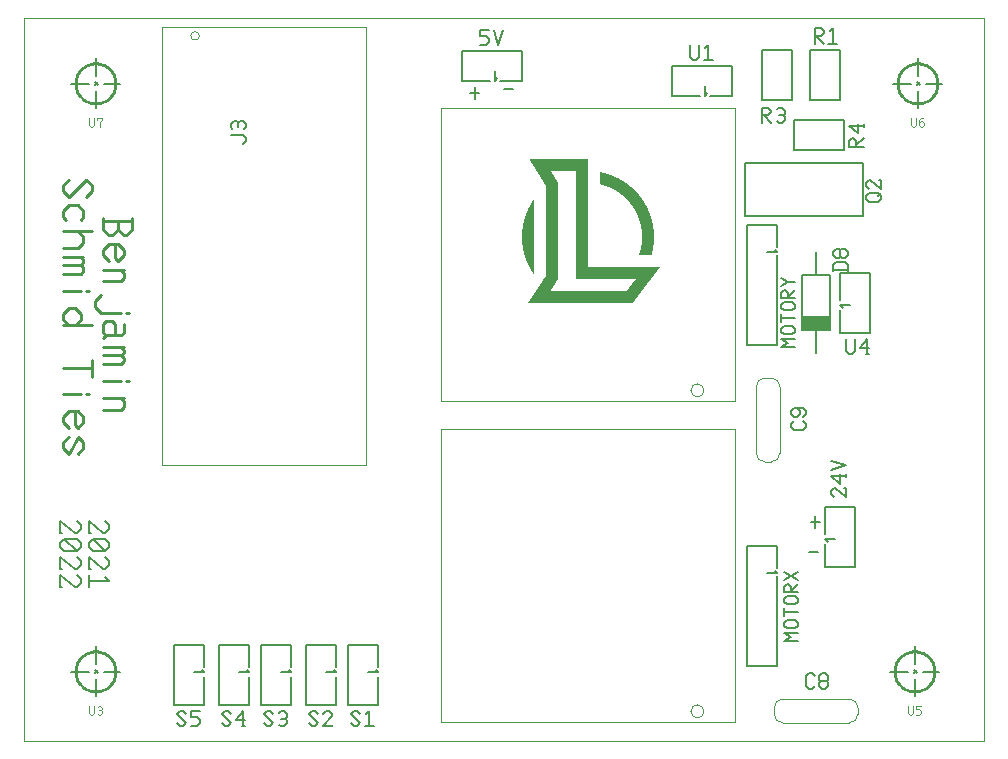
<source format=gbr>
G04 Generated by Ultiboard 14.2 *
%FSLAX25Y25*%
%MOIN*%

%ADD10C,0.00001*%
%ADD11C,0.00004*%
%ADD12C,0.00005*%
%ADD13C,0.00787*%
%ADD14C,0.00800*%
%ADD15C,0.00700*%
%ADD16C,0.00011*%
%ADD17C,0.00892*%
%ADD18C,0.00630*%


G04 ColorRGB FFFF00 for the following layer *
%LNSilkscreen Top*%
%LPD*%
G54D10*
G54D11*
X223290Y116823D02*
G75*
D01*
G02X223290Y116823I2179J0*
G01*
X139995Y113181D02*
X237969Y113181D01*
X237969Y210819D01*
X139995Y210819D01*
X139995Y113181D01*
X223290Y9823D02*
G75*
D01*
G02X223290Y9823I2179J0*
G01*
X139995Y6181D02*
X237969Y6181D01*
X237969Y103819D01*
X139995Y103819D01*
X139995Y6181D01*
X251000Y11000D02*
X251000Y9000D01*
G75*
D01*
G03X254000Y6000I3000J0*
G01*
X276000Y6000D01*
G75*
D01*
G03X279000Y9000I0J3000*
G01*
X279000Y11000D01*
G74*
D01*
G03X276000Y14000I3000J0*
G01*
X254000Y14000D01*
G75*
D01*
G03X251000Y11000I0J-3000*
G01*
X245000Y118000D02*
X245000Y96000D01*
G75*
D01*
G03X248000Y93000I3000J0*
G01*
X250000Y93000D01*
G75*
D01*
G03X253000Y96000I0J3000*
G01*
X253000Y118000D01*
G74*
D01*
G03X250000Y121000I3000J0*
G01*
X248000Y121000D01*
G75*
D01*
G03X245000Y118000I0J-3000*
G01*
G36*
X169440Y193960D02*
X169440Y193960D01*
X189000Y193960D01*
X189000Y194000D01*
X169440Y194000D01*
X169440Y193960D01*
D02*
G37*
G36*
X169480Y193920D02*
X169480Y193920D01*
X189000Y193920D01*
X189000Y193960D01*
X169480Y193960D01*
X169480Y193920D01*
D02*
G37*
G36*
X169480Y193880D02*
X169480Y193880D01*
X189000Y193880D01*
X189000Y193920D01*
X169480Y193920D01*
X169480Y193880D01*
D02*
G37*
G36*
X169520Y193840D02*
X169520Y193840D01*
X189000Y193840D01*
X189000Y193880D01*
X169520Y193880D01*
X169520Y193840D01*
D02*
G37*
G36*
X169520Y193800D02*
X169520Y193800D01*
X189000Y193800D01*
X189000Y193840D01*
X169520Y193840D01*
X169520Y193800D01*
D02*
G37*
G36*
X169560Y193760D02*
X169560Y193760D01*
X189000Y193760D01*
X189000Y193800D01*
X169560Y193800D01*
X169560Y193760D01*
D02*
G37*
G36*
X169600Y193720D02*
X169600Y193720D01*
X189000Y193720D01*
X189000Y193760D01*
X169600Y193760D01*
X169600Y193720D01*
D02*
G37*
G36*
X169600Y193680D02*
X169600Y193680D01*
X189000Y193680D01*
X189000Y193720D01*
X169600Y193720D01*
X169600Y193680D01*
D02*
G37*
G36*
X169640Y193640D02*
X169640Y193640D01*
X189000Y193640D01*
X189000Y193680D01*
X169640Y193680D01*
X169640Y193640D01*
D02*
G37*
G36*
X169680Y193600D02*
X169680Y193600D01*
X189000Y193600D01*
X189000Y193640D01*
X169680Y193640D01*
X169680Y193600D01*
D02*
G37*
G36*
X169680Y193560D02*
X169680Y193560D01*
X189000Y193560D01*
X189000Y193600D01*
X169680Y193600D01*
X169680Y193560D01*
D02*
G37*
G36*
X169720Y193520D02*
X169720Y193520D01*
X189000Y193520D01*
X189000Y193560D01*
X169720Y193560D01*
X169720Y193520D01*
D02*
G37*
G36*
X169720Y193480D02*
X169720Y193480D01*
X189000Y193480D01*
X189000Y193520D01*
X169720Y193520D01*
X169720Y193480D01*
D02*
G37*
G36*
X169760Y193440D02*
X169760Y193440D01*
X189000Y193440D01*
X189000Y193480D01*
X169760Y193480D01*
X169760Y193440D01*
D02*
G37*
G36*
X169800Y193400D02*
X169800Y193400D01*
X189000Y193400D01*
X189000Y193440D01*
X169800Y193440D01*
X169800Y193400D01*
D02*
G37*
G36*
X169800Y193360D02*
X169800Y193360D01*
X189000Y193360D01*
X189000Y193400D01*
X169800Y193400D01*
X169800Y193360D01*
D02*
G37*
G36*
X169840Y193320D02*
X169840Y193320D01*
X189000Y193320D01*
X189000Y193360D01*
X169840Y193360D01*
X169840Y193320D01*
D02*
G37*
G36*
X169840Y193280D02*
X169840Y193280D01*
X189000Y193280D01*
X189000Y193320D01*
X169840Y193320D01*
X169840Y193280D01*
D02*
G37*
G36*
X169880Y193240D02*
X169880Y193240D01*
X189000Y193240D01*
X189000Y193280D01*
X169880Y193280D01*
X169880Y193240D01*
D02*
G37*
G36*
X169920Y193200D02*
X169920Y193200D01*
X189000Y193200D01*
X189000Y193240D01*
X169920Y193240D01*
X169920Y193200D01*
D02*
G37*
G36*
X169920Y193160D02*
X169920Y193160D01*
X189000Y193160D01*
X189000Y193200D01*
X169920Y193200D01*
X169920Y193160D01*
D02*
G37*
G36*
X169960Y193120D02*
X169960Y193120D01*
X189000Y193120D01*
X189000Y193160D01*
X169960Y193160D01*
X169960Y193120D01*
D02*
G37*
G36*
X170000Y193080D02*
X170000Y193080D01*
X189000Y193080D01*
X189000Y193120D01*
X170000Y193120D01*
X170000Y193080D01*
D02*
G37*
G36*
X170000Y193040D02*
X170000Y193040D01*
X189000Y193040D01*
X189000Y193080D01*
X170000Y193080D01*
X170000Y193040D01*
D02*
G37*
G36*
X170040Y193000D02*
X170040Y193000D01*
X189000Y193000D01*
X189000Y193040D01*
X170040Y193040D01*
X170040Y193000D01*
D02*
G37*
G36*
X170040Y192960D02*
X170040Y192960D01*
X189000Y192960D01*
X189000Y193000D01*
X170040Y193000D01*
X170040Y192960D01*
D02*
G37*
G36*
X170080Y192920D02*
X170080Y192920D01*
X189000Y192920D01*
X189000Y192960D01*
X170080Y192960D01*
X170080Y192920D01*
D02*
G37*
G36*
X170120Y192880D02*
X170120Y192880D01*
X189000Y192880D01*
X189000Y192920D01*
X170120Y192920D01*
X170120Y192880D01*
D02*
G37*
G36*
X170120Y192840D02*
X170120Y192840D01*
X189000Y192840D01*
X189000Y192880D01*
X170120Y192880D01*
X170120Y192840D01*
D02*
G37*
G36*
X170160Y192800D02*
X170160Y192800D01*
X189000Y192800D01*
X189000Y192840D01*
X170160Y192840D01*
X170160Y192800D01*
D02*
G37*
G36*
X170160Y192760D02*
X170160Y192760D01*
X189000Y192760D01*
X189000Y192800D01*
X170160Y192800D01*
X170160Y192760D01*
D02*
G37*
G36*
X170200Y192720D02*
X170200Y192720D01*
X189000Y192720D01*
X189000Y192760D01*
X170200Y192760D01*
X170200Y192720D01*
D02*
G37*
G36*
X170240Y192680D02*
X170240Y192680D01*
X189000Y192680D01*
X189000Y192720D01*
X170240Y192720D01*
X170240Y192680D01*
D02*
G37*
G36*
X170240Y192640D02*
X170240Y192640D01*
X189000Y192640D01*
X189000Y192680D01*
X170240Y192680D01*
X170240Y192640D01*
D02*
G37*
G36*
X170280Y192600D02*
X170280Y192600D01*
X189000Y192600D01*
X189000Y192640D01*
X170280Y192640D01*
X170280Y192600D01*
D02*
G37*
G36*
X170320Y192560D02*
X170320Y192560D01*
X189000Y192560D01*
X189000Y192600D01*
X170320Y192600D01*
X170320Y192560D01*
D02*
G37*
G36*
X170320Y192520D02*
X170320Y192520D01*
X189000Y192520D01*
X189000Y192560D01*
X170320Y192560D01*
X170320Y192520D01*
D02*
G37*
G36*
X170360Y192480D02*
X170360Y192480D01*
X189000Y192480D01*
X189000Y192520D01*
X170360Y192520D01*
X170360Y192480D01*
D02*
G37*
G36*
X170360Y192440D02*
X170360Y192440D01*
X189000Y192440D01*
X189000Y192480D01*
X170360Y192480D01*
X170360Y192440D01*
D02*
G37*
G36*
X170400Y192400D02*
X170400Y192400D01*
X189000Y192400D01*
X189000Y192440D01*
X170400Y192440D01*
X170400Y192400D01*
D02*
G37*
G36*
X170440Y192360D02*
X170440Y192360D01*
X189000Y192360D01*
X189000Y192400D01*
X170440Y192400D01*
X170440Y192360D01*
D02*
G37*
G36*
X170440Y192320D02*
X170440Y192320D01*
X189000Y192320D01*
X189000Y192360D01*
X170440Y192360D01*
X170440Y192320D01*
D02*
G37*
G36*
X170480Y192280D02*
X170480Y192280D01*
X189000Y192280D01*
X189000Y192320D01*
X170480Y192320D01*
X170480Y192280D01*
D02*
G37*
G36*
X170480Y192240D02*
X170480Y192240D01*
X189000Y192240D01*
X189000Y192280D01*
X170480Y192280D01*
X170480Y192240D01*
D02*
G37*
G36*
X170520Y192200D02*
X170520Y192200D01*
X189000Y192200D01*
X189000Y192240D01*
X170520Y192240D01*
X170520Y192200D01*
D02*
G37*
G36*
X170560Y192160D02*
X170560Y192160D01*
X189000Y192160D01*
X189000Y192200D01*
X170560Y192200D01*
X170560Y192160D01*
D02*
G37*
G36*
X170560Y192120D02*
X170560Y192120D01*
X189000Y192120D01*
X189000Y192160D01*
X170560Y192160D01*
X170560Y192120D01*
D02*
G37*
G36*
X170600Y192080D02*
X170600Y192080D01*
X189000Y192080D01*
X189000Y192120D01*
X170600Y192120D01*
X170600Y192080D01*
D02*
G37*
G36*
X170640Y192040D02*
X170640Y192040D01*
X189000Y192040D01*
X189000Y192080D01*
X170640Y192080D01*
X170640Y192040D01*
D02*
G37*
G36*
X170640Y192000D02*
X170640Y192000D01*
X189000Y192000D01*
X189000Y192040D01*
X170640Y192040D01*
X170640Y192000D01*
D02*
G37*
G36*
X170680Y191960D02*
X170680Y191960D01*
X189000Y191960D01*
X189000Y192000D01*
X170680Y192000D01*
X170680Y191960D01*
D02*
G37*
G36*
X170680Y191920D02*
X170680Y191920D01*
X189000Y191920D01*
X189000Y191960D01*
X170680Y191960D01*
X170680Y191920D01*
D02*
G37*
G36*
X170720Y191880D02*
X170720Y191880D01*
X189000Y191880D01*
X189000Y191920D01*
X170720Y191920D01*
X170720Y191880D01*
D02*
G37*
G36*
X170760Y191840D02*
X170760Y191840D01*
X189000Y191840D01*
X189000Y191880D01*
X170760Y191880D01*
X170760Y191840D01*
D02*
G37*
G36*
X170760Y191800D02*
X170760Y191800D01*
X189000Y191800D01*
X189000Y191840D01*
X170760Y191840D01*
X170760Y191800D01*
D02*
G37*
G36*
X170800Y191760D02*
X170800Y191760D01*
X189000Y191760D01*
X189000Y191800D01*
X170800Y191800D01*
X170800Y191760D01*
D02*
G37*
G36*
X170800Y191720D02*
X170800Y191720D01*
X189000Y191720D01*
X189000Y191760D01*
X170800Y191760D01*
X170800Y191720D01*
D02*
G37*
G36*
X170840Y191680D02*
X170840Y191680D01*
X189000Y191680D01*
X189000Y191720D01*
X170840Y191720D01*
X170840Y191680D01*
D02*
G37*
G36*
X170880Y191640D02*
X170880Y191640D01*
X189000Y191640D01*
X189000Y191680D01*
X170880Y191680D01*
X170880Y191640D01*
D02*
G37*
G36*
X170880Y191600D02*
X170880Y191600D01*
X189000Y191600D01*
X189000Y191640D01*
X170880Y191640D01*
X170880Y191600D01*
D02*
G37*
G36*
X170920Y191560D02*
X170920Y191560D01*
X189000Y191560D01*
X189000Y191600D01*
X170920Y191600D01*
X170920Y191560D01*
D02*
G37*
G36*
X170960Y191520D02*
X170960Y191520D01*
X189000Y191520D01*
X189000Y191560D01*
X170960Y191560D01*
X170960Y191520D01*
D02*
G37*
G36*
X170960Y191480D02*
X170960Y191480D01*
X189000Y191480D01*
X189000Y191520D01*
X170960Y191520D01*
X170960Y191480D01*
D02*
G37*
G36*
X171000Y191440D02*
X171000Y191440D01*
X189000Y191440D01*
X189000Y191480D01*
X171000Y191480D01*
X171000Y191440D01*
D02*
G37*
G36*
X171000Y191400D02*
X171000Y191400D01*
X189000Y191400D01*
X189000Y191440D01*
X171000Y191440D01*
X171000Y191400D01*
D02*
G37*
G36*
X171040Y191360D02*
X171040Y191360D01*
X189000Y191360D01*
X189000Y191400D01*
X171040Y191400D01*
X171040Y191360D01*
D02*
G37*
G36*
X171080Y191320D02*
X171080Y191320D01*
X189000Y191320D01*
X189000Y191360D01*
X171080Y191360D01*
X171080Y191320D01*
D02*
G37*
G36*
X171080Y191280D02*
X171080Y191280D01*
X189000Y191280D01*
X189000Y191320D01*
X171080Y191320D01*
X171080Y191280D01*
D02*
G37*
G36*
X171120Y191240D02*
X171120Y191240D01*
X189000Y191240D01*
X189000Y191280D01*
X171120Y191280D01*
X171120Y191240D01*
D02*
G37*
G36*
X171120Y191200D02*
X171120Y191200D01*
X189000Y191200D01*
X189000Y191240D01*
X171120Y191240D01*
X171120Y191200D01*
D02*
G37*
G36*
X171160Y191160D02*
X171160Y191160D01*
X189000Y191160D01*
X189000Y191200D01*
X171160Y191200D01*
X171160Y191160D01*
D02*
G37*
G36*
X171200Y191120D02*
X171200Y191120D01*
X189000Y191120D01*
X189000Y191160D01*
X171200Y191160D01*
X171200Y191120D01*
D02*
G37*
G36*
X171200Y191080D02*
X171200Y191080D01*
X189000Y191080D01*
X189000Y191120D01*
X171200Y191120D01*
X171200Y191080D01*
D02*
G37*
G36*
X171240Y191040D02*
X171240Y191040D01*
X189000Y191040D01*
X189000Y191080D01*
X171240Y191080D01*
X171240Y191040D01*
D02*
G37*
G36*
X171280Y191000D02*
X171280Y191000D01*
X189000Y191000D01*
X189000Y191040D01*
X171280Y191040D01*
X171280Y191000D01*
D02*
G37*
G36*
X171280Y190960D02*
X171280Y190960D01*
X189000Y190960D01*
X189000Y191000D01*
X171280Y191000D01*
X171280Y190960D01*
D02*
G37*
G36*
X171320Y190920D02*
X171320Y190920D01*
X189000Y190920D01*
X189000Y190960D01*
X171320Y190960D01*
X171320Y190920D01*
D02*
G37*
G36*
X171320Y190880D02*
X171320Y190880D01*
X189000Y190880D01*
X189000Y190920D01*
X171320Y190920D01*
X171320Y190880D01*
D02*
G37*
G36*
X171360Y190840D02*
X171360Y190840D01*
X189000Y190840D01*
X189000Y190880D01*
X171360Y190880D01*
X171360Y190840D01*
D02*
G37*
G36*
X171400Y190800D02*
X171400Y190800D01*
X189000Y190800D01*
X189000Y190840D01*
X171400Y190840D01*
X171400Y190800D01*
D02*
G37*
G36*
X171400Y190760D02*
X171400Y190760D01*
X189000Y190760D01*
X189000Y190800D01*
X171400Y190800D01*
X171400Y190760D01*
D02*
G37*
G36*
X171440Y190720D02*
X171440Y190720D01*
X189000Y190720D01*
X189000Y190760D01*
X171440Y190760D01*
X171440Y190720D01*
D02*
G37*
G36*
X171440Y190680D02*
X171440Y190680D01*
X189000Y190680D01*
X189000Y190720D01*
X171440Y190720D01*
X171440Y190680D01*
D02*
G37*
G36*
X171480Y190640D02*
X171480Y190640D01*
X189000Y190640D01*
X189000Y190680D01*
X171480Y190680D01*
X171480Y190640D01*
D02*
G37*
G36*
X171520Y190600D02*
X171520Y190600D01*
X189000Y190600D01*
X189000Y190640D01*
X171520Y190640D01*
X171520Y190600D01*
D02*
G37*
G36*
X171520Y190560D02*
X171520Y190560D01*
X189000Y190560D01*
X189000Y190600D01*
X171520Y190600D01*
X171520Y190560D01*
D02*
G37*
G36*
X171560Y190520D02*
X171560Y190520D01*
X189000Y190520D01*
X189000Y190560D01*
X171560Y190560D01*
X171560Y190520D01*
D02*
G37*
G36*
X171600Y190480D02*
X171600Y190480D01*
X189000Y190480D01*
X189000Y190520D01*
X171600Y190520D01*
X171600Y190480D01*
D02*
G37*
G36*
X171600Y190440D02*
X171600Y190440D01*
X189000Y190440D01*
X189000Y190480D01*
X171600Y190480D01*
X171600Y190440D01*
D02*
G37*
G36*
X171640Y190400D02*
X171640Y190400D01*
X189000Y190400D01*
X189000Y190440D01*
X171640Y190440D01*
X171640Y190400D01*
D02*
G37*
G36*
X171640Y190360D02*
X171640Y190360D01*
X189000Y190360D01*
X189000Y190400D01*
X171640Y190400D01*
X171640Y190360D01*
D02*
G37*
G36*
X171680Y190320D02*
X171680Y190320D01*
X189000Y190320D01*
X189000Y190360D01*
X171680Y190360D01*
X171680Y190320D01*
D02*
G37*
G36*
X171720Y190280D02*
X171720Y190280D01*
X189000Y190280D01*
X189000Y190320D01*
X171720Y190320D01*
X171720Y190280D01*
D02*
G37*
G36*
X171720Y190240D02*
X171720Y190240D01*
X189000Y190240D01*
X189000Y190280D01*
X171720Y190280D01*
X171720Y190240D01*
D02*
G37*
G36*
X171760Y190200D02*
X171760Y190200D01*
X189000Y190200D01*
X189000Y190240D01*
X171760Y190240D01*
X171760Y190200D01*
D02*
G37*
G36*
X171760Y190160D02*
X171760Y190160D01*
X189000Y190160D01*
X189000Y190200D01*
X171760Y190200D01*
X171760Y190160D01*
D02*
G37*
G36*
X171800Y190120D02*
X171800Y190120D01*
X189000Y190120D01*
X189000Y190160D01*
X171800Y190160D01*
X171800Y190120D01*
D02*
G37*
G36*
X171840Y190080D02*
X171840Y190080D01*
X189000Y190080D01*
X189000Y190120D01*
X171840Y190120D01*
X171840Y190080D01*
D02*
G37*
G36*
X171840Y190040D02*
X171840Y190040D01*
X189000Y190040D01*
X189000Y190080D01*
X171840Y190080D01*
X171840Y190040D01*
D02*
G37*
G36*
X171880Y190000D02*
X171880Y190000D01*
X189000Y190000D01*
X189000Y190040D01*
X171880Y190040D01*
X171880Y190000D01*
D02*
G37*
G36*
X171920Y189960D02*
X171920Y189960D01*
X176600Y189960D01*
X176600Y190000D01*
X171920Y190000D01*
X171920Y189960D01*
D02*
G37*
G36*
X185000Y189960D02*
X185000Y189960D01*
X189000Y189960D01*
X189000Y190000D01*
X185000Y190000D01*
X185000Y189960D01*
D02*
G37*
G36*
X171920Y189920D02*
X171920Y189920D01*
X176600Y189920D01*
X176600Y189960D01*
X171920Y189960D01*
X171920Y189920D01*
D02*
G37*
G36*
X185000Y189920D02*
X185000Y189920D01*
X189000Y189920D01*
X189000Y189960D01*
X185000Y189960D01*
X185000Y189920D01*
D02*
G37*
G36*
X171960Y189880D02*
X171960Y189880D01*
X176640Y189880D01*
X176640Y189920D01*
X171960Y189920D01*
X171960Y189880D01*
D02*
G37*
G36*
X185000Y189880D02*
X185000Y189880D01*
X189000Y189880D01*
X189000Y189920D01*
X185000Y189920D01*
X185000Y189880D01*
D02*
G37*
G36*
X171960Y189840D02*
X171960Y189840D01*
X176640Y189840D01*
X176640Y189880D01*
X171960Y189880D01*
X171960Y189840D01*
D02*
G37*
G36*
X185000Y189840D02*
X185000Y189840D01*
X189000Y189840D01*
X189000Y189880D01*
X185000Y189880D01*
X185000Y189840D01*
D02*
G37*
G36*
X172000Y189800D02*
X172000Y189800D01*
X176680Y189800D01*
X176680Y189840D01*
X172000Y189840D01*
X172000Y189800D01*
D02*
G37*
G36*
X185000Y189800D02*
X185000Y189800D01*
X189000Y189800D01*
X189000Y189840D01*
X185000Y189840D01*
X185000Y189800D01*
D02*
G37*
G36*
X172040Y189760D02*
X172040Y189760D01*
X176720Y189760D01*
X176720Y189800D01*
X172040Y189800D01*
X172040Y189760D01*
D02*
G37*
G36*
X185000Y189760D02*
X185000Y189760D01*
X189000Y189760D01*
X189000Y189800D01*
X185000Y189800D01*
X185000Y189760D01*
D02*
G37*
G36*
X172040Y189720D02*
X172040Y189720D01*
X176720Y189720D01*
X176720Y189760D01*
X172040Y189760D01*
X172040Y189720D01*
D02*
G37*
G36*
X185000Y189720D02*
X185000Y189720D01*
X189000Y189720D01*
X189000Y189760D01*
X185000Y189760D01*
X185000Y189720D01*
D02*
G37*
G36*
X172080Y189680D02*
X172080Y189680D01*
X176760Y189680D01*
X176760Y189720D01*
X172080Y189720D01*
X172080Y189680D01*
D02*
G37*
G36*
X185000Y189680D02*
X185000Y189680D01*
X189000Y189680D01*
X189000Y189720D01*
X185000Y189720D01*
X185000Y189680D01*
D02*
G37*
G36*
X172080Y189640D02*
X172080Y189640D01*
X176800Y189640D01*
X176800Y189680D01*
X172080Y189680D01*
X172080Y189640D01*
D02*
G37*
G36*
X185000Y189640D02*
X185000Y189640D01*
X189000Y189640D01*
X189000Y189680D01*
X185000Y189680D01*
X185000Y189640D01*
D02*
G37*
G36*
X172120Y189600D02*
X172120Y189600D01*
X176800Y189600D01*
X176800Y189640D01*
X172120Y189640D01*
X172120Y189600D01*
D02*
G37*
G36*
X185000Y189600D02*
X185000Y189600D01*
X189000Y189600D01*
X189000Y189640D01*
X185000Y189640D01*
X185000Y189600D01*
D02*
G37*
G36*
X172160Y189560D02*
X172160Y189560D01*
X176840Y189560D01*
X176840Y189600D01*
X172160Y189600D01*
X172160Y189560D01*
D02*
G37*
G36*
X185000Y189560D02*
X185000Y189560D01*
X189000Y189560D01*
X189000Y189600D01*
X185000Y189600D01*
X185000Y189560D01*
D02*
G37*
G36*
X193000Y189560D02*
X193000Y189560D01*
X193160Y189560D01*
X193160Y189600D01*
X193000Y189600D01*
X193000Y189560D01*
D02*
G37*
G36*
X172160Y189520D02*
X172160Y189520D01*
X176840Y189520D01*
X176840Y189560D01*
X172160Y189560D01*
X172160Y189520D01*
D02*
G37*
G36*
X185000Y189520D02*
X185000Y189520D01*
X189000Y189520D01*
X189000Y189560D01*
X185000Y189560D01*
X185000Y189520D01*
D02*
G37*
G36*
X193000Y189520D02*
X193000Y189520D01*
X193360Y189520D01*
X193360Y189560D01*
X193000Y189560D01*
X193000Y189520D01*
D02*
G37*
G36*
X172200Y189480D02*
X172200Y189480D01*
X176880Y189480D01*
X176880Y189520D01*
X172200Y189520D01*
X172200Y189480D01*
D02*
G37*
G36*
X185000Y189480D02*
X185000Y189480D01*
X189000Y189480D01*
X189000Y189520D01*
X185000Y189520D01*
X185000Y189480D01*
D02*
G37*
G36*
X193000Y189480D02*
X193000Y189480D01*
X193560Y189480D01*
X193560Y189520D01*
X193000Y189520D01*
X193000Y189480D01*
D02*
G37*
G36*
X172240Y189440D02*
X172240Y189440D01*
X176920Y189440D01*
X176920Y189480D01*
X172240Y189480D01*
X172240Y189440D01*
D02*
G37*
G36*
X185000Y189440D02*
X185000Y189440D01*
X189000Y189440D01*
X189000Y189480D01*
X185000Y189480D01*
X185000Y189440D01*
D02*
G37*
G36*
X193000Y189440D02*
X193000Y189440D01*
X193760Y189440D01*
X193760Y189480D01*
X193000Y189480D01*
X193000Y189440D01*
D02*
G37*
G36*
X172240Y189400D02*
X172240Y189400D01*
X176920Y189400D01*
X176920Y189440D01*
X172240Y189440D01*
X172240Y189400D01*
D02*
G37*
G36*
X185000Y189400D02*
X185000Y189400D01*
X189000Y189400D01*
X189000Y189440D01*
X185000Y189440D01*
X185000Y189400D01*
D02*
G37*
G36*
X193000Y189400D02*
X193000Y189400D01*
X193920Y189400D01*
X193920Y189440D01*
X193000Y189440D01*
X193000Y189400D01*
D02*
G37*
G36*
X172280Y189360D02*
X172280Y189360D01*
X176960Y189360D01*
X176960Y189400D01*
X172280Y189400D01*
X172280Y189360D01*
D02*
G37*
G36*
X185000Y189360D02*
X185000Y189360D01*
X189000Y189360D01*
X189000Y189400D01*
X185000Y189400D01*
X185000Y189360D01*
D02*
G37*
G36*
X193000Y189360D02*
X193000Y189360D01*
X194080Y189360D01*
X194080Y189400D01*
X193000Y189400D01*
X193000Y189360D01*
D02*
G37*
G36*
X172280Y189320D02*
X172280Y189320D01*
X176960Y189320D01*
X176960Y189360D01*
X172280Y189360D01*
X172280Y189320D01*
D02*
G37*
G36*
X185000Y189320D02*
X185000Y189320D01*
X189000Y189320D01*
X189000Y189360D01*
X185000Y189360D01*
X185000Y189320D01*
D02*
G37*
G36*
X193000Y189320D02*
X193000Y189320D01*
X194280Y189320D01*
X194280Y189360D01*
X193000Y189360D01*
X193000Y189320D01*
D02*
G37*
G36*
X172320Y189280D02*
X172320Y189280D01*
X177000Y189280D01*
X177000Y189320D01*
X172320Y189320D01*
X172320Y189280D01*
D02*
G37*
G36*
X185000Y189280D02*
X185000Y189280D01*
X189000Y189280D01*
X189000Y189320D01*
X185000Y189320D01*
X185000Y189280D01*
D02*
G37*
G36*
X193000Y189280D02*
X193000Y189280D01*
X194440Y189280D01*
X194440Y189320D01*
X193000Y189320D01*
X193000Y189280D01*
D02*
G37*
G36*
X172360Y189240D02*
X172360Y189240D01*
X177040Y189240D01*
X177040Y189280D01*
X172360Y189280D01*
X172360Y189240D01*
D02*
G37*
G36*
X185000Y189240D02*
X185000Y189240D01*
X189000Y189240D01*
X189000Y189280D01*
X185000Y189280D01*
X185000Y189240D01*
D02*
G37*
G36*
X193000Y189240D02*
X193000Y189240D01*
X194560Y189240D01*
X194560Y189280D01*
X193000Y189280D01*
X193000Y189240D01*
D02*
G37*
G36*
X172360Y189200D02*
X172360Y189200D01*
X177040Y189200D01*
X177040Y189240D01*
X172360Y189240D01*
X172360Y189200D01*
D02*
G37*
G36*
X185000Y189200D02*
X185000Y189200D01*
X189000Y189200D01*
X189000Y189240D01*
X185000Y189240D01*
X185000Y189200D01*
D02*
G37*
G36*
X193000Y189200D02*
X193000Y189200D01*
X194720Y189200D01*
X194720Y189240D01*
X193000Y189240D01*
X193000Y189200D01*
D02*
G37*
G36*
X172400Y189160D02*
X172400Y189160D01*
X177080Y189160D01*
X177080Y189200D01*
X172400Y189200D01*
X172400Y189160D01*
D02*
G37*
G36*
X185000Y189160D02*
X185000Y189160D01*
X189000Y189160D01*
X189000Y189200D01*
X185000Y189200D01*
X185000Y189160D01*
D02*
G37*
G36*
X193000Y189160D02*
X193000Y189160D01*
X194880Y189160D01*
X194880Y189200D01*
X193000Y189200D01*
X193000Y189160D01*
D02*
G37*
G36*
X172400Y189120D02*
X172400Y189120D01*
X177120Y189120D01*
X177120Y189160D01*
X172400Y189160D01*
X172400Y189120D01*
D02*
G37*
G36*
X185000Y189120D02*
X185000Y189120D01*
X189000Y189120D01*
X189000Y189160D01*
X185000Y189160D01*
X185000Y189120D01*
D02*
G37*
G36*
X193000Y189120D02*
X193000Y189120D01*
X195000Y189120D01*
X195000Y189160D01*
X193000Y189160D01*
X193000Y189120D01*
D02*
G37*
G36*
X172440Y189080D02*
X172440Y189080D01*
X177120Y189080D01*
X177120Y189120D01*
X172440Y189120D01*
X172440Y189080D01*
D02*
G37*
G36*
X185000Y189080D02*
X185000Y189080D01*
X189000Y189080D01*
X189000Y189120D01*
X185000Y189120D01*
X185000Y189080D01*
D02*
G37*
G36*
X193000Y189080D02*
X193000Y189080D01*
X195160Y189080D01*
X195160Y189120D01*
X193000Y189120D01*
X193000Y189080D01*
D02*
G37*
G36*
X172480Y189040D02*
X172480Y189040D01*
X177160Y189040D01*
X177160Y189080D01*
X172480Y189080D01*
X172480Y189040D01*
D02*
G37*
G36*
X185000Y189040D02*
X185000Y189040D01*
X189000Y189040D01*
X189000Y189080D01*
X185000Y189080D01*
X185000Y189040D01*
D02*
G37*
G36*
X193000Y189040D02*
X193000Y189040D01*
X195280Y189040D01*
X195280Y189080D01*
X193000Y189080D01*
X193000Y189040D01*
D02*
G37*
G36*
X172480Y189000D02*
X172480Y189000D01*
X177160Y189000D01*
X177160Y189040D01*
X172480Y189040D01*
X172480Y189000D01*
D02*
G37*
G36*
X185000Y189000D02*
X185000Y189000D01*
X189000Y189000D01*
X189000Y189040D01*
X185000Y189040D01*
X185000Y189000D01*
D02*
G37*
G36*
X193000Y189000D02*
X193000Y189000D01*
X195440Y189000D01*
X195440Y189040D01*
X193000Y189040D01*
X193000Y189000D01*
D02*
G37*
G36*
X172520Y188960D02*
X172520Y188960D01*
X177200Y188960D01*
X177200Y189000D01*
X172520Y189000D01*
X172520Y188960D01*
D02*
G37*
G36*
X185000Y188960D02*
X185000Y188960D01*
X189000Y188960D01*
X189000Y189000D01*
X185000Y189000D01*
X185000Y188960D01*
D02*
G37*
G36*
X193000Y188960D02*
X193000Y188960D01*
X195560Y188960D01*
X195560Y189000D01*
X193000Y189000D01*
X193000Y188960D01*
D02*
G37*
G36*
X172560Y188920D02*
X172560Y188920D01*
X177240Y188920D01*
X177240Y188960D01*
X172560Y188960D01*
X172560Y188920D01*
D02*
G37*
G36*
X185000Y188920D02*
X185000Y188920D01*
X189000Y188920D01*
X189000Y188960D01*
X185000Y188960D01*
X185000Y188920D01*
D02*
G37*
G36*
X193000Y188920D02*
X193000Y188920D01*
X195680Y188920D01*
X195680Y188960D01*
X193000Y188960D01*
X193000Y188920D01*
D02*
G37*
G36*
X172560Y188880D02*
X172560Y188880D01*
X177240Y188880D01*
X177240Y188920D01*
X172560Y188920D01*
X172560Y188880D01*
D02*
G37*
G36*
X185000Y188880D02*
X185000Y188880D01*
X189000Y188880D01*
X189000Y188920D01*
X185000Y188920D01*
X185000Y188880D01*
D02*
G37*
G36*
X193000Y188880D02*
X193000Y188880D01*
X195800Y188880D01*
X195800Y188920D01*
X193000Y188920D01*
X193000Y188880D01*
D02*
G37*
G36*
X172600Y188840D02*
X172600Y188840D01*
X177280Y188840D01*
X177280Y188880D01*
X172600Y188880D01*
X172600Y188840D01*
D02*
G37*
G36*
X185000Y188840D02*
X185000Y188840D01*
X189000Y188840D01*
X189000Y188880D01*
X185000Y188880D01*
X185000Y188840D01*
D02*
G37*
G36*
X193000Y188840D02*
X193000Y188840D01*
X195920Y188840D01*
X195920Y188880D01*
X193000Y188880D01*
X193000Y188840D01*
D02*
G37*
G36*
X172600Y188800D02*
X172600Y188800D01*
X177280Y188800D01*
X177280Y188840D01*
X172600Y188840D01*
X172600Y188800D01*
D02*
G37*
G36*
X185000Y188800D02*
X185000Y188800D01*
X189000Y188800D01*
X189000Y188840D01*
X185000Y188840D01*
X185000Y188800D01*
D02*
G37*
G36*
X193000Y188800D02*
X193000Y188800D01*
X196040Y188800D01*
X196040Y188840D01*
X193000Y188840D01*
X193000Y188800D01*
D02*
G37*
G36*
X172640Y188760D02*
X172640Y188760D01*
X177320Y188760D01*
X177320Y188800D01*
X172640Y188800D01*
X172640Y188760D01*
D02*
G37*
G36*
X185000Y188760D02*
X185000Y188760D01*
X189000Y188760D01*
X189000Y188800D01*
X185000Y188800D01*
X185000Y188760D01*
D02*
G37*
G36*
X193000Y188760D02*
X193000Y188760D01*
X196160Y188760D01*
X196160Y188800D01*
X193000Y188800D01*
X193000Y188760D01*
D02*
G37*
G36*
X172680Y188720D02*
X172680Y188720D01*
X177360Y188720D01*
X177360Y188760D01*
X172680Y188760D01*
X172680Y188720D01*
D02*
G37*
G36*
X185000Y188720D02*
X185000Y188720D01*
X189000Y188720D01*
X189000Y188760D01*
X185000Y188760D01*
X185000Y188720D01*
D02*
G37*
G36*
X193000Y188720D02*
X193000Y188720D01*
X196280Y188720D01*
X196280Y188760D01*
X193000Y188760D01*
X193000Y188720D01*
D02*
G37*
G36*
X172680Y188680D02*
X172680Y188680D01*
X177360Y188680D01*
X177360Y188720D01*
X172680Y188720D01*
X172680Y188680D01*
D02*
G37*
G36*
X185000Y188680D02*
X185000Y188680D01*
X189000Y188680D01*
X189000Y188720D01*
X185000Y188720D01*
X185000Y188680D01*
D02*
G37*
G36*
X193000Y188680D02*
X193000Y188680D01*
X196400Y188680D01*
X196400Y188720D01*
X193000Y188720D01*
X193000Y188680D01*
D02*
G37*
G36*
X172720Y188640D02*
X172720Y188640D01*
X177400Y188640D01*
X177400Y188680D01*
X172720Y188680D01*
X172720Y188640D01*
D02*
G37*
G36*
X185000Y188640D02*
X185000Y188640D01*
X189000Y188640D01*
X189000Y188680D01*
X185000Y188680D01*
X185000Y188640D01*
D02*
G37*
G36*
X193000Y188640D02*
X193000Y188640D01*
X196480Y188640D01*
X196480Y188680D01*
X193000Y188680D01*
X193000Y188640D01*
D02*
G37*
G36*
X172720Y188600D02*
X172720Y188600D01*
X177440Y188600D01*
X177440Y188640D01*
X172720Y188640D01*
X172720Y188600D01*
D02*
G37*
G36*
X185000Y188600D02*
X185000Y188600D01*
X189000Y188600D01*
X189000Y188640D01*
X185000Y188640D01*
X185000Y188600D01*
D02*
G37*
G36*
X193000Y188600D02*
X193000Y188600D01*
X196600Y188600D01*
X196600Y188640D01*
X193000Y188640D01*
X193000Y188600D01*
D02*
G37*
G36*
X172760Y188560D02*
X172760Y188560D01*
X177440Y188560D01*
X177440Y188600D01*
X172760Y188600D01*
X172760Y188560D01*
D02*
G37*
G36*
X185000Y188560D02*
X185000Y188560D01*
X189000Y188560D01*
X189000Y188600D01*
X185000Y188600D01*
X185000Y188560D01*
D02*
G37*
G36*
X193000Y188560D02*
X193000Y188560D01*
X196720Y188560D01*
X196720Y188600D01*
X193000Y188600D01*
X193000Y188560D01*
D02*
G37*
G36*
X172800Y188520D02*
X172800Y188520D01*
X177480Y188520D01*
X177480Y188560D01*
X172800Y188560D01*
X172800Y188520D01*
D02*
G37*
G36*
X185000Y188520D02*
X185000Y188520D01*
X189000Y188520D01*
X189000Y188560D01*
X185000Y188560D01*
X185000Y188520D01*
D02*
G37*
G36*
X193000Y188520D02*
X193000Y188520D01*
X196800Y188520D01*
X196800Y188560D01*
X193000Y188560D01*
X193000Y188520D01*
D02*
G37*
G36*
X172800Y188480D02*
X172800Y188480D01*
X177480Y188480D01*
X177480Y188520D01*
X172800Y188520D01*
X172800Y188480D01*
D02*
G37*
G36*
X185000Y188480D02*
X185000Y188480D01*
X189000Y188480D01*
X189000Y188520D01*
X185000Y188520D01*
X185000Y188480D01*
D02*
G37*
G36*
X193000Y188480D02*
X193000Y188480D01*
X196920Y188480D01*
X196920Y188520D01*
X193000Y188520D01*
X193000Y188480D01*
D02*
G37*
G36*
X172840Y188440D02*
X172840Y188440D01*
X177520Y188440D01*
X177520Y188480D01*
X172840Y188480D01*
X172840Y188440D01*
D02*
G37*
G36*
X185000Y188440D02*
X185000Y188440D01*
X189000Y188440D01*
X189000Y188480D01*
X185000Y188480D01*
X185000Y188440D01*
D02*
G37*
G36*
X193000Y188440D02*
X193000Y188440D01*
X197040Y188440D01*
X197040Y188480D01*
X193000Y188480D01*
X193000Y188440D01*
D02*
G37*
G36*
X172880Y188400D02*
X172880Y188400D01*
X177560Y188400D01*
X177560Y188440D01*
X172880Y188440D01*
X172880Y188400D01*
D02*
G37*
G36*
X185000Y188400D02*
X185000Y188400D01*
X189000Y188400D01*
X189000Y188440D01*
X185000Y188440D01*
X185000Y188400D01*
D02*
G37*
G36*
X193000Y188400D02*
X193000Y188400D01*
X197120Y188400D01*
X197120Y188440D01*
X193000Y188440D01*
X193000Y188400D01*
D02*
G37*
G36*
X172880Y188360D02*
X172880Y188360D01*
X177560Y188360D01*
X177560Y188400D01*
X172880Y188400D01*
X172880Y188360D01*
D02*
G37*
G36*
X185000Y188360D02*
X185000Y188360D01*
X189000Y188360D01*
X189000Y188400D01*
X185000Y188400D01*
X185000Y188360D01*
D02*
G37*
G36*
X193000Y188360D02*
X193000Y188360D01*
X197240Y188360D01*
X197240Y188400D01*
X193000Y188400D01*
X193000Y188360D01*
D02*
G37*
G36*
X172920Y188320D02*
X172920Y188320D01*
X177600Y188320D01*
X177600Y188360D01*
X172920Y188360D01*
X172920Y188320D01*
D02*
G37*
G36*
X185000Y188320D02*
X185000Y188320D01*
X189000Y188320D01*
X189000Y188360D01*
X185000Y188360D01*
X185000Y188320D01*
D02*
G37*
G36*
X193000Y188320D02*
X193000Y188320D01*
X197320Y188320D01*
X197320Y188360D01*
X193000Y188360D01*
X193000Y188320D01*
D02*
G37*
G36*
X172920Y188280D02*
X172920Y188280D01*
X177600Y188280D01*
X177600Y188320D01*
X172920Y188320D01*
X172920Y188280D01*
D02*
G37*
G36*
X185000Y188280D02*
X185000Y188280D01*
X189000Y188280D01*
X189000Y188320D01*
X185000Y188320D01*
X185000Y188280D01*
D02*
G37*
G36*
X193000Y188280D02*
X193000Y188280D01*
X197440Y188280D01*
X197440Y188320D01*
X193000Y188320D01*
X193000Y188280D01*
D02*
G37*
G36*
X172960Y188240D02*
X172960Y188240D01*
X177640Y188240D01*
X177640Y188280D01*
X172960Y188280D01*
X172960Y188240D01*
D02*
G37*
G36*
X185000Y188240D02*
X185000Y188240D01*
X189000Y188240D01*
X189000Y188280D01*
X185000Y188280D01*
X185000Y188240D01*
D02*
G37*
G36*
X193000Y188240D02*
X193000Y188240D01*
X197520Y188240D01*
X197520Y188280D01*
X193000Y188280D01*
X193000Y188240D01*
D02*
G37*
G36*
X173000Y188200D02*
X173000Y188200D01*
X177680Y188200D01*
X177680Y188240D01*
X173000Y188240D01*
X173000Y188200D01*
D02*
G37*
G36*
X185000Y188200D02*
X185000Y188200D01*
X189000Y188200D01*
X189000Y188240D01*
X185000Y188240D01*
X185000Y188200D01*
D02*
G37*
G36*
X193000Y188200D02*
X193000Y188200D01*
X197600Y188200D01*
X197600Y188240D01*
X193000Y188240D01*
X193000Y188200D01*
D02*
G37*
G36*
X173000Y188160D02*
X173000Y188160D01*
X177680Y188160D01*
X177680Y188200D01*
X173000Y188200D01*
X173000Y188160D01*
D02*
G37*
G36*
X185000Y188160D02*
X185000Y188160D01*
X189000Y188160D01*
X189000Y188200D01*
X185000Y188200D01*
X185000Y188160D01*
D02*
G37*
G36*
X193000Y188160D02*
X193000Y188160D01*
X197720Y188160D01*
X197720Y188200D01*
X193000Y188200D01*
X193000Y188160D01*
D02*
G37*
G36*
X173040Y188120D02*
X173040Y188120D01*
X177720Y188120D01*
X177720Y188160D01*
X173040Y188160D01*
X173040Y188120D01*
D02*
G37*
G36*
X185000Y188120D02*
X185000Y188120D01*
X189000Y188120D01*
X189000Y188160D01*
X185000Y188160D01*
X185000Y188120D01*
D02*
G37*
G36*
X193000Y188120D02*
X193000Y188120D01*
X197800Y188120D01*
X197800Y188160D01*
X193000Y188160D01*
X193000Y188120D01*
D02*
G37*
G36*
X173040Y188080D02*
X173040Y188080D01*
X177760Y188080D01*
X177760Y188120D01*
X173040Y188120D01*
X173040Y188080D01*
D02*
G37*
G36*
X185000Y188080D02*
X185000Y188080D01*
X189000Y188080D01*
X189000Y188120D01*
X185000Y188120D01*
X185000Y188080D01*
D02*
G37*
G36*
X193000Y188080D02*
X193000Y188080D01*
X197880Y188080D01*
X197880Y188120D01*
X193000Y188120D01*
X193000Y188080D01*
D02*
G37*
G36*
X173080Y188040D02*
X173080Y188040D01*
X177760Y188040D01*
X177760Y188080D01*
X173080Y188080D01*
X173080Y188040D01*
D02*
G37*
G36*
X185000Y188040D02*
X185000Y188040D01*
X189000Y188040D01*
X189000Y188080D01*
X185000Y188080D01*
X185000Y188040D01*
D02*
G37*
G36*
X193000Y188040D02*
X193000Y188040D01*
X197960Y188040D01*
X197960Y188080D01*
X193000Y188080D01*
X193000Y188040D01*
D02*
G37*
G36*
X173120Y188000D02*
X173120Y188000D01*
X177800Y188000D01*
X177800Y188040D01*
X173120Y188040D01*
X173120Y188000D01*
D02*
G37*
G36*
X185000Y188000D02*
X185000Y188000D01*
X189000Y188000D01*
X189000Y188040D01*
X185000Y188040D01*
X185000Y188000D01*
D02*
G37*
G36*
X193000Y188000D02*
X193000Y188000D01*
X198080Y188000D01*
X198080Y188040D01*
X193000Y188040D01*
X193000Y188000D01*
D02*
G37*
G36*
X173120Y187960D02*
X173120Y187960D01*
X177800Y187960D01*
X177800Y188000D01*
X173120Y188000D01*
X173120Y187960D01*
D02*
G37*
G36*
X185000Y187960D02*
X185000Y187960D01*
X189000Y187960D01*
X189000Y188000D01*
X185000Y188000D01*
X185000Y187960D01*
D02*
G37*
G36*
X193000Y187960D02*
X193000Y187960D01*
X198160Y187960D01*
X198160Y188000D01*
X193000Y188000D01*
X193000Y187960D01*
D02*
G37*
G36*
X173160Y187920D02*
X173160Y187920D01*
X177840Y187920D01*
X177840Y187960D01*
X173160Y187960D01*
X173160Y187920D01*
D02*
G37*
G36*
X185000Y187920D02*
X185000Y187920D01*
X189000Y187920D01*
X189000Y187960D01*
X185000Y187960D01*
X185000Y187920D01*
D02*
G37*
G36*
X193000Y187920D02*
X193000Y187920D01*
X198240Y187920D01*
X198240Y187960D01*
X193000Y187960D01*
X193000Y187920D01*
D02*
G37*
G36*
X173200Y187880D02*
X173200Y187880D01*
X177880Y187880D01*
X177880Y187920D01*
X173200Y187920D01*
X173200Y187880D01*
D02*
G37*
G36*
X185000Y187880D02*
X185000Y187880D01*
X189000Y187880D01*
X189000Y187920D01*
X185000Y187920D01*
X185000Y187880D01*
D02*
G37*
G36*
X193000Y187880D02*
X193000Y187880D01*
X198320Y187880D01*
X198320Y187920D01*
X193000Y187920D01*
X193000Y187880D01*
D02*
G37*
G36*
X173200Y187840D02*
X173200Y187840D01*
X177880Y187840D01*
X177880Y187880D01*
X173200Y187880D01*
X173200Y187840D01*
D02*
G37*
G36*
X185000Y187840D02*
X185000Y187840D01*
X189000Y187840D01*
X189000Y187880D01*
X185000Y187880D01*
X185000Y187840D01*
D02*
G37*
G36*
X193000Y187840D02*
X193000Y187840D01*
X198400Y187840D01*
X198400Y187880D01*
X193000Y187880D01*
X193000Y187840D01*
D02*
G37*
G36*
X173240Y187800D02*
X173240Y187800D01*
X177920Y187800D01*
X177920Y187840D01*
X173240Y187840D01*
X173240Y187800D01*
D02*
G37*
G36*
X185000Y187800D02*
X185000Y187800D01*
X189000Y187800D01*
X189000Y187840D01*
X185000Y187840D01*
X185000Y187800D01*
D02*
G37*
G36*
X193000Y187800D02*
X193000Y187800D01*
X198480Y187800D01*
X198480Y187840D01*
X193000Y187840D01*
X193000Y187800D01*
D02*
G37*
G36*
X173240Y187760D02*
X173240Y187760D01*
X177920Y187760D01*
X177920Y187800D01*
X173240Y187800D01*
X173240Y187760D01*
D02*
G37*
G36*
X185000Y187760D02*
X185000Y187760D01*
X189000Y187760D01*
X189000Y187800D01*
X185000Y187800D01*
X185000Y187760D01*
D02*
G37*
G36*
X193000Y187760D02*
X193000Y187760D01*
X198560Y187760D01*
X198560Y187800D01*
X193000Y187800D01*
X193000Y187760D01*
D02*
G37*
G36*
X173280Y187720D02*
X173280Y187720D01*
X177960Y187720D01*
X177960Y187760D01*
X173280Y187760D01*
X173280Y187720D01*
D02*
G37*
G36*
X185000Y187720D02*
X185000Y187720D01*
X189000Y187720D01*
X189000Y187760D01*
X185000Y187760D01*
X185000Y187720D01*
D02*
G37*
G36*
X193000Y187720D02*
X193000Y187720D01*
X198640Y187720D01*
X198640Y187760D01*
X193000Y187760D01*
X193000Y187720D01*
D02*
G37*
G36*
X173320Y187680D02*
X173320Y187680D01*
X178000Y187680D01*
X178000Y187720D01*
X173320Y187720D01*
X173320Y187680D01*
D02*
G37*
G36*
X185000Y187680D02*
X185000Y187680D01*
X189000Y187680D01*
X189000Y187720D01*
X185000Y187720D01*
X185000Y187680D01*
D02*
G37*
G36*
X193000Y187680D02*
X193000Y187680D01*
X198760Y187680D01*
X198760Y187720D01*
X193000Y187720D01*
X193000Y187680D01*
D02*
G37*
G36*
X173320Y187640D02*
X173320Y187640D01*
X178000Y187640D01*
X178000Y187680D01*
X173320Y187680D01*
X173320Y187640D01*
D02*
G37*
G36*
X185000Y187640D02*
X185000Y187640D01*
X189000Y187640D01*
X189000Y187680D01*
X185000Y187680D01*
X185000Y187640D01*
D02*
G37*
G36*
X193000Y187640D02*
X193000Y187640D01*
X198840Y187640D01*
X198840Y187680D01*
X193000Y187680D01*
X193000Y187640D01*
D02*
G37*
G36*
X173360Y187600D02*
X173360Y187600D01*
X178040Y187600D01*
X178040Y187640D01*
X173360Y187640D01*
X173360Y187600D01*
D02*
G37*
G36*
X185000Y187600D02*
X185000Y187600D01*
X189000Y187600D01*
X189000Y187640D01*
X185000Y187640D01*
X185000Y187600D01*
D02*
G37*
G36*
X193000Y187600D02*
X193000Y187600D01*
X198920Y187600D01*
X198920Y187640D01*
X193000Y187640D01*
X193000Y187600D01*
D02*
G37*
G36*
X173360Y187560D02*
X173360Y187560D01*
X178080Y187560D01*
X178080Y187600D01*
X173360Y187600D01*
X173360Y187560D01*
D02*
G37*
G36*
X185000Y187560D02*
X185000Y187560D01*
X189000Y187560D01*
X189000Y187600D01*
X185000Y187600D01*
X185000Y187560D01*
D02*
G37*
G36*
X193000Y187560D02*
X193000Y187560D01*
X198960Y187560D01*
X198960Y187600D01*
X193000Y187600D01*
X193000Y187560D01*
D02*
G37*
G36*
X173400Y187520D02*
X173400Y187520D01*
X178080Y187520D01*
X178080Y187560D01*
X173400Y187560D01*
X173400Y187520D01*
D02*
G37*
G36*
X185000Y187520D02*
X185000Y187520D01*
X189000Y187520D01*
X189000Y187560D01*
X185000Y187560D01*
X185000Y187520D01*
D02*
G37*
G36*
X193000Y187520D02*
X193000Y187520D01*
X199040Y187520D01*
X199040Y187560D01*
X193000Y187560D01*
X193000Y187520D01*
D02*
G37*
G36*
X173440Y187480D02*
X173440Y187480D01*
X178120Y187480D01*
X178120Y187520D01*
X173440Y187520D01*
X173440Y187480D01*
D02*
G37*
G36*
X185000Y187480D02*
X185000Y187480D01*
X189000Y187480D01*
X189000Y187520D01*
X185000Y187520D01*
X185000Y187480D01*
D02*
G37*
G36*
X193000Y187480D02*
X193000Y187480D01*
X199120Y187480D01*
X199120Y187520D01*
X193000Y187520D01*
X193000Y187480D01*
D02*
G37*
G36*
X173440Y187440D02*
X173440Y187440D01*
X178120Y187440D01*
X178120Y187480D01*
X173440Y187480D01*
X173440Y187440D01*
D02*
G37*
G36*
X185000Y187440D02*
X185000Y187440D01*
X189000Y187440D01*
X189000Y187480D01*
X185000Y187480D01*
X185000Y187440D01*
D02*
G37*
G36*
X193000Y187440D02*
X193000Y187440D01*
X199200Y187440D01*
X199200Y187480D01*
X193000Y187480D01*
X193000Y187440D01*
D02*
G37*
G36*
X173480Y187400D02*
X173480Y187400D01*
X178160Y187400D01*
X178160Y187440D01*
X173480Y187440D01*
X173480Y187400D01*
D02*
G37*
G36*
X185000Y187400D02*
X185000Y187400D01*
X189000Y187400D01*
X189000Y187440D01*
X185000Y187440D01*
X185000Y187400D01*
D02*
G37*
G36*
X193000Y187400D02*
X193000Y187400D01*
X199280Y187400D01*
X199280Y187440D01*
X193000Y187440D01*
X193000Y187400D01*
D02*
G37*
G36*
X173520Y187360D02*
X173520Y187360D01*
X178200Y187360D01*
X178200Y187400D01*
X173520Y187400D01*
X173520Y187360D01*
D02*
G37*
G36*
X185000Y187360D02*
X185000Y187360D01*
X189000Y187360D01*
X189000Y187400D01*
X185000Y187400D01*
X185000Y187360D01*
D02*
G37*
G36*
X193000Y187360D02*
X193000Y187360D01*
X199360Y187360D01*
X199360Y187400D01*
X193000Y187400D01*
X193000Y187360D01*
D02*
G37*
G36*
X173520Y187320D02*
X173520Y187320D01*
X178200Y187320D01*
X178200Y187360D01*
X173520Y187360D01*
X173520Y187320D01*
D02*
G37*
G36*
X185000Y187320D02*
X185000Y187320D01*
X189000Y187320D01*
X189000Y187360D01*
X185000Y187360D01*
X185000Y187320D01*
D02*
G37*
G36*
X193000Y187320D02*
X193000Y187320D01*
X199440Y187320D01*
X199440Y187360D01*
X193000Y187360D01*
X193000Y187320D01*
D02*
G37*
G36*
X173560Y187280D02*
X173560Y187280D01*
X178240Y187280D01*
X178240Y187320D01*
X173560Y187320D01*
X173560Y187280D01*
D02*
G37*
G36*
X185000Y187280D02*
X185000Y187280D01*
X189000Y187280D01*
X189000Y187320D01*
X185000Y187320D01*
X185000Y187280D01*
D02*
G37*
G36*
X193000Y187280D02*
X193000Y187280D01*
X199520Y187280D01*
X199520Y187320D01*
X193000Y187320D01*
X193000Y187280D01*
D02*
G37*
G36*
X173560Y187240D02*
X173560Y187240D01*
X178240Y187240D01*
X178240Y187280D01*
X173560Y187280D01*
X173560Y187240D01*
D02*
G37*
G36*
X185000Y187240D02*
X185000Y187240D01*
X189000Y187240D01*
X189000Y187280D01*
X185000Y187280D01*
X185000Y187240D01*
D02*
G37*
G36*
X193000Y187240D02*
X193000Y187240D01*
X199600Y187240D01*
X199600Y187280D01*
X193000Y187280D01*
X193000Y187240D01*
D02*
G37*
G36*
X173600Y187200D02*
X173600Y187200D01*
X178280Y187200D01*
X178280Y187240D01*
X173600Y187240D01*
X173600Y187200D01*
D02*
G37*
G36*
X185000Y187200D02*
X185000Y187200D01*
X189000Y187200D01*
X189000Y187240D01*
X185000Y187240D01*
X185000Y187200D01*
D02*
G37*
G36*
X193000Y187200D02*
X193000Y187200D01*
X199640Y187200D01*
X199640Y187240D01*
X193000Y187240D01*
X193000Y187200D01*
D02*
G37*
G36*
X173640Y187160D02*
X173640Y187160D01*
X178320Y187160D01*
X178320Y187200D01*
X173640Y187200D01*
X173640Y187160D01*
D02*
G37*
G36*
X185000Y187160D02*
X185000Y187160D01*
X189000Y187160D01*
X189000Y187200D01*
X185000Y187200D01*
X185000Y187160D01*
D02*
G37*
G36*
X193000Y187160D02*
X193000Y187160D01*
X199720Y187160D01*
X199720Y187200D01*
X193000Y187200D01*
X193000Y187160D01*
D02*
G37*
G36*
X173640Y187120D02*
X173640Y187120D01*
X178320Y187120D01*
X178320Y187160D01*
X173640Y187160D01*
X173640Y187120D01*
D02*
G37*
G36*
X185000Y187120D02*
X185000Y187120D01*
X189000Y187120D01*
X189000Y187160D01*
X185000Y187160D01*
X185000Y187120D01*
D02*
G37*
G36*
X193000Y187120D02*
X193000Y187120D01*
X199800Y187120D01*
X199800Y187160D01*
X193000Y187160D01*
X193000Y187120D01*
D02*
G37*
G36*
X173680Y187080D02*
X173680Y187080D01*
X178360Y187080D01*
X178360Y187120D01*
X173680Y187120D01*
X173680Y187080D01*
D02*
G37*
G36*
X185000Y187080D02*
X185000Y187080D01*
X189000Y187080D01*
X189000Y187120D01*
X185000Y187120D01*
X185000Y187080D01*
D02*
G37*
G36*
X193000Y187080D02*
X193000Y187080D01*
X199880Y187080D01*
X199880Y187120D01*
X193000Y187120D01*
X193000Y187080D01*
D02*
G37*
G36*
X173680Y187040D02*
X173680Y187040D01*
X178400Y187040D01*
X178400Y187080D01*
X173680Y187080D01*
X173680Y187040D01*
D02*
G37*
G36*
X185000Y187040D02*
X185000Y187040D01*
X189000Y187040D01*
X189000Y187080D01*
X185000Y187080D01*
X185000Y187040D01*
D02*
G37*
G36*
X193000Y187040D02*
X193000Y187040D01*
X199920Y187040D01*
X199920Y187080D01*
X193000Y187080D01*
X193000Y187040D01*
D02*
G37*
G36*
X173720Y187000D02*
X173720Y187000D01*
X178400Y187000D01*
X178400Y187040D01*
X173720Y187040D01*
X173720Y187000D01*
D02*
G37*
G36*
X185000Y187000D02*
X185000Y187000D01*
X189000Y187000D01*
X189000Y187040D01*
X185000Y187040D01*
X185000Y187000D01*
D02*
G37*
G36*
X193000Y187000D02*
X193000Y187000D01*
X200000Y187000D01*
X200000Y187040D01*
X193000Y187040D01*
X193000Y187000D01*
D02*
G37*
G36*
X173760Y186960D02*
X173760Y186960D01*
X178440Y186960D01*
X178440Y187000D01*
X173760Y187000D01*
X173760Y186960D01*
D02*
G37*
G36*
X185000Y186960D02*
X185000Y186960D01*
X189000Y186960D01*
X189000Y187000D01*
X185000Y187000D01*
X185000Y186960D01*
D02*
G37*
G36*
X193000Y186960D02*
X193000Y186960D01*
X200080Y186960D01*
X200080Y187000D01*
X193000Y187000D01*
X193000Y186960D01*
D02*
G37*
G36*
X173760Y186920D02*
X173760Y186920D01*
X178440Y186920D01*
X178440Y186960D01*
X173760Y186960D01*
X173760Y186920D01*
D02*
G37*
G36*
X185000Y186920D02*
X185000Y186920D01*
X189000Y186920D01*
X189000Y186960D01*
X185000Y186960D01*
X185000Y186920D01*
D02*
G37*
G36*
X193000Y186920D02*
X193000Y186920D01*
X200160Y186920D01*
X200160Y186960D01*
X193000Y186960D01*
X193000Y186920D01*
D02*
G37*
G36*
X173800Y186880D02*
X173800Y186880D01*
X178480Y186880D01*
X178480Y186920D01*
X173800Y186920D01*
X173800Y186880D01*
D02*
G37*
G36*
X185000Y186880D02*
X185000Y186880D01*
X189000Y186880D01*
X189000Y186920D01*
X185000Y186920D01*
X185000Y186880D01*
D02*
G37*
G36*
X193000Y186880D02*
X193000Y186880D01*
X200200Y186880D01*
X200200Y186920D01*
X193000Y186920D01*
X193000Y186880D01*
D02*
G37*
G36*
X173840Y186840D02*
X173840Y186840D01*
X178520Y186840D01*
X178520Y186880D01*
X173840Y186880D01*
X173840Y186840D01*
D02*
G37*
G36*
X185000Y186840D02*
X185000Y186840D01*
X189000Y186840D01*
X189000Y186880D01*
X185000Y186880D01*
X185000Y186840D01*
D02*
G37*
G36*
X193000Y186840D02*
X193000Y186840D01*
X200280Y186840D01*
X200280Y186880D01*
X193000Y186880D01*
X193000Y186840D01*
D02*
G37*
G36*
X173840Y186800D02*
X173840Y186800D01*
X178520Y186800D01*
X178520Y186840D01*
X173840Y186840D01*
X173840Y186800D01*
D02*
G37*
G36*
X185000Y186800D02*
X185000Y186800D01*
X189000Y186800D01*
X189000Y186840D01*
X185000Y186840D01*
X185000Y186800D01*
D02*
G37*
G36*
X193000Y186800D02*
X193000Y186800D01*
X200360Y186800D01*
X200360Y186840D01*
X193000Y186840D01*
X193000Y186800D01*
D02*
G37*
G36*
X173880Y186760D02*
X173880Y186760D01*
X178560Y186760D01*
X178560Y186800D01*
X173880Y186800D01*
X173880Y186760D01*
D02*
G37*
G36*
X185000Y186760D02*
X185000Y186760D01*
X189000Y186760D01*
X189000Y186800D01*
X185000Y186800D01*
X185000Y186760D01*
D02*
G37*
G36*
X193000Y186760D02*
X193000Y186760D01*
X200400Y186760D01*
X200400Y186800D01*
X193000Y186800D01*
X193000Y186760D01*
D02*
G37*
G36*
X173880Y186720D02*
X173880Y186720D01*
X178560Y186720D01*
X178560Y186760D01*
X173880Y186760D01*
X173880Y186720D01*
D02*
G37*
G36*
X185000Y186720D02*
X185000Y186720D01*
X189000Y186720D01*
X189000Y186760D01*
X185000Y186760D01*
X185000Y186720D01*
D02*
G37*
G36*
X193000Y186720D02*
X193000Y186720D01*
X200480Y186720D01*
X200480Y186760D01*
X193000Y186760D01*
X193000Y186720D01*
D02*
G37*
G36*
X173920Y186680D02*
X173920Y186680D01*
X178600Y186680D01*
X178600Y186720D01*
X173920Y186720D01*
X173920Y186680D01*
D02*
G37*
G36*
X185000Y186680D02*
X185000Y186680D01*
X189000Y186680D01*
X189000Y186720D01*
X185000Y186720D01*
X185000Y186680D01*
D02*
G37*
G36*
X193000Y186680D02*
X193000Y186680D01*
X200560Y186680D01*
X200560Y186720D01*
X193000Y186720D01*
X193000Y186680D01*
D02*
G37*
G36*
X173960Y186640D02*
X173960Y186640D01*
X178640Y186640D01*
X178640Y186680D01*
X173960Y186680D01*
X173960Y186640D01*
D02*
G37*
G36*
X185000Y186640D02*
X185000Y186640D01*
X189000Y186640D01*
X189000Y186680D01*
X185000Y186680D01*
X185000Y186640D01*
D02*
G37*
G36*
X193000Y186640D02*
X193000Y186640D01*
X200600Y186640D01*
X200600Y186680D01*
X193000Y186680D01*
X193000Y186640D01*
D02*
G37*
G36*
X173960Y186600D02*
X173960Y186600D01*
X178640Y186600D01*
X178640Y186640D01*
X173960Y186640D01*
X173960Y186600D01*
D02*
G37*
G36*
X185000Y186600D02*
X185000Y186600D01*
X189000Y186600D01*
X189000Y186640D01*
X185000Y186640D01*
X185000Y186600D01*
D02*
G37*
G36*
X193000Y186600D02*
X193000Y186600D01*
X200680Y186600D01*
X200680Y186640D01*
X193000Y186640D01*
X193000Y186600D01*
D02*
G37*
G36*
X174000Y186560D02*
X174000Y186560D01*
X178680Y186560D01*
X178680Y186600D01*
X174000Y186600D01*
X174000Y186560D01*
D02*
G37*
G36*
X185000Y186560D02*
X185000Y186560D01*
X189000Y186560D01*
X189000Y186600D01*
X185000Y186600D01*
X185000Y186560D01*
D02*
G37*
G36*
X193000Y186560D02*
X193000Y186560D01*
X200720Y186560D01*
X200720Y186600D01*
X193000Y186600D01*
X193000Y186560D01*
D02*
G37*
G36*
X174000Y186520D02*
X174000Y186520D01*
X178720Y186520D01*
X178720Y186560D01*
X174000Y186560D01*
X174000Y186520D01*
D02*
G37*
G36*
X185000Y186520D02*
X185000Y186520D01*
X189000Y186520D01*
X189000Y186560D01*
X185000Y186560D01*
X185000Y186520D01*
D02*
G37*
G36*
X193000Y186520D02*
X193000Y186520D01*
X200800Y186520D01*
X200800Y186560D01*
X193000Y186560D01*
X193000Y186520D01*
D02*
G37*
G36*
X174040Y186480D02*
X174040Y186480D01*
X178720Y186480D01*
X178720Y186520D01*
X174040Y186520D01*
X174040Y186480D01*
D02*
G37*
G36*
X185000Y186480D02*
X185000Y186480D01*
X189000Y186480D01*
X189000Y186520D01*
X185000Y186520D01*
X185000Y186480D01*
D02*
G37*
G36*
X193000Y186480D02*
X193000Y186480D01*
X200840Y186480D01*
X200840Y186520D01*
X193000Y186520D01*
X193000Y186480D01*
D02*
G37*
G36*
X174080Y186440D02*
X174080Y186440D01*
X178760Y186440D01*
X178760Y186480D01*
X174080Y186480D01*
X174080Y186440D01*
D02*
G37*
G36*
X185000Y186440D02*
X185000Y186440D01*
X189000Y186440D01*
X189000Y186480D01*
X185000Y186480D01*
X185000Y186440D01*
D02*
G37*
G36*
X193000Y186440D02*
X193000Y186440D01*
X200920Y186440D01*
X200920Y186480D01*
X193000Y186480D01*
X193000Y186440D01*
D02*
G37*
G36*
X174080Y186400D02*
X174080Y186400D01*
X178760Y186400D01*
X178760Y186440D01*
X174080Y186440D01*
X174080Y186400D01*
D02*
G37*
G36*
X185000Y186400D02*
X185000Y186400D01*
X189000Y186400D01*
X189000Y186440D01*
X185000Y186440D01*
X185000Y186400D01*
D02*
G37*
G36*
X193000Y186400D02*
X193000Y186400D01*
X201000Y186400D01*
X201000Y186440D01*
X193000Y186440D01*
X193000Y186400D01*
D02*
G37*
G36*
X174120Y186360D02*
X174120Y186360D01*
X178800Y186360D01*
X178800Y186400D01*
X174120Y186400D01*
X174120Y186360D01*
D02*
G37*
G36*
X185000Y186360D02*
X185000Y186360D01*
X189000Y186360D01*
X189000Y186400D01*
X185000Y186400D01*
X185000Y186360D01*
D02*
G37*
G36*
X193000Y186360D02*
X193000Y186360D01*
X201040Y186360D01*
X201040Y186400D01*
X193000Y186400D01*
X193000Y186360D01*
D02*
G37*
G36*
X174160Y186320D02*
X174160Y186320D01*
X178840Y186320D01*
X178840Y186360D01*
X174160Y186360D01*
X174160Y186320D01*
D02*
G37*
G36*
X185000Y186320D02*
X185000Y186320D01*
X189000Y186320D01*
X189000Y186360D01*
X185000Y186360D01*
X185000Y186320D01*
D02*
G37*
G36*
X193000Y186320D02*
X193000Y186320D01*
X201120Y186320D01*
X201120Y186360D01*
X193000Y186360D01*
X193000Y186320D01*
D02*
G37*
G36*
X174160Y186280D02*
X174160Y186280D01*
X178840Y186280D01*
X178840Y186320D01*
X174160Y186320D01*
X174160Y186280D01*
D02*
G37*
G36*
X185000Y186280D02*
X185000Y186280D01*
X189000Y186280D01*
X189000Y186320D01*
X185000Y186320D01*
X185000Y186280D01*
D02*
G37*
G36*
X193000Y186280D02*
X193000Y186280D01*
X201160Y186280D01*
X201160Y186320D01*
X193000Y186320D01*
X193000Y186280D01*
D02*
G37*
G36*
X174200Y186240D02*
X174200Y186240D01*
X178880Y186240D01*
X178880Y186280D01*
X174200Y186280D01*
X174200Y186240D01*
D02*
G37*
G36*
X185000Y186240D02*
X185000Y186240D01*
X189000Y186240D01*
X189000Y186280D01*
X185000Y186280D01*
X185000Y186240D01*
D02*
G37*
G36*
X193000Y186240D02*
X193000Y186240D01*
X201240Y186240D01*
X201240Y186280D01*
X193000Y186280D01*
X193000Y186240D01*
D02*
G37*
G36*
X174200Y186200D02*
X174200Y186200D01*
X178880Y186200D01*
X178880Y186240D01*
X174200Y186240D01*
X174200Y186200D01*
D02*
G37*
G36*
X185000Y186200D02*
X185000Y186200D01*
X189000Y186200D01*
X189000Y186240D01*
X185000Y186240D01*
X185000Y186200D01*
D02*
G37*
G36*
X193000Y186200D02*
X193000Y186200D01*
X201280Y186200D01*
X201280Y186240D01*
X193000Y186240D01*
X193000Y186200D01*
D02*
G37*
G36*
X174240Y186160D02*
X174240Y186160D01*
X178920Y186160D01*
X178920Y186200D01*
X174240Y186200D01*
X174240Y186160D01*
D02*
G37*
G36*
X185000Y186160D02*
X185000Y186160D01*
X189000Y186160D01*
X189000Y186200D01*
X185000Y186200D01*
X185000Y186160D01*
D02*
G37*
G36*
X193000Y186160D02*
X193000Y186160D01*
X201360Y186160D01*
X201360Y186200D01*
X193000Y186200D01*
X193000Y186160D01*
D02*
G37*
G36*
X174280Y186120D02*
X174280Y186120D01*
X178960Y186120D01*
X178960Y186160D01*
X174280Y186160D01*
X174280Y186120D01*
D02*
G37*
G36*
X185000Y186120D02*
X185000Y186120D01*
X189000Y186120D01*
X189000Y186160D01*
X185000Y186160D01*
X185000Y186120D01*
D02*
G37*
G36*
X193000Y186120D02*
X193000Y186120D01*
X201400Y186120D01*
X201400Y186160D01*
X193000Y186160D01*
X193000Y186120D01*
D02*
G37*
G36*
X174280Y186080D02*
X174280Y186080D01*
X178960Y186080D01*
X178960Y186120D01*
X174280Y186120D01*
X174280Y186080D01*
D02*
G37*
G36*
X185000Y186080D02*
X185000Y186080D01*
X189000Y186080D01*
X189000Y186120D01*
X185000Y186120D01*
X185000Y186080D01*
D02*
G37*
G36*
X193000Y186080D02*
X193000Y186080D01*
X201480Y186080D01*
X201480Y186120D01*
X193000Y186120D01*
X193000Y186080D01*
D02*
G37*
G36*
X174320Y186040D02*
X174320Y186040D01*
X179000Y186040D01*
X179000Y186080D01*
X174320Y186080D01*
X174320Y186040D01*
D02*
G37*
G36*
X185000Y186040D02*
X185000Y186040D01*
X189000Y186040D01*
X189000Y186080D01*
X185000Y186080D01*
X185000Y186040D01*
D02*
G37*
G36*
X193000Y186040D02*
X193000Y186040D01*
X201520Y186040D01*
X201520Y186080D01*
X193000Y186080D01*
X193000Y186040D01*
D02*
G37*
G36*
X174320Y186000D02*
X174320Y186000D01*
X179000Y186000D01*
X179000Y186040D01*
X174320Y186040D01*
X174320Y186000D01*
D02*
G37*
G36*
X185000Y186000D02*
X185000Y186000D01*
X189000Y186000D01*
X189000Y186040D01*
X185000Y186040D01*
X185000Y186000D01*
D02*
G37*
G36*
X193000Y186000D02*
X193000Y186000D01*
X201560Y186000D01*
X201560Y186040D01*
X193000Y186040D01*
X193000Y186000D01*
D02*
G37*
G36*
X174360Y185960D02*
X174360Y185960D01*
X179000Y185960D01*
X179000Y186000D01*
X174360Y186000D01*
X174360Y185960D01*
D02*
G37*
G36*
X185000Y185960D02*
X185000Y185960D01*
X189000Y185960D01*
X189000Y186000D01*
X185000Y186000D01*
X185000Y185960D01*
D02*
G37*
G36*
X193000Y185960D02*
X193000Y185960D01*
X201640Y185960D01*
X201640Y186000D01*
X193000Y186000D01*
X193000Y185960D01*
D02*
G37*
G36*
X174400Y185920D02*
X174400Y185920D01*
X179000Y185920D01*
X179000Y185960D01*
X174400Y185960D01*
X174400Y185920D01*
D02*
G37*
G36*
X185000Y185920D02*
X185000Y185920D01*
X189000Y185920D01*
X189000Y185960D01*
X185000Y185960D01*
X185000Y185920D01*
D02*
G37*
G36*
X193000Y185920D02*
X193000Y185920D01*
X201680Y185920D01*
X201680Y185960D01*
X193000Y185960D01*
X193000Y185920D01*
D02*
G37*
G36*
X174400Y185880D02*
X174400Y185880D01*
X179000Y185880D01*
X179000Y185920D01*
X174400Y185920D01*
X174400Y185880D01*
D02*
G37*
G36*
X185000Y185880D02*
X185000Y185880D01*
X189000Y185880D01*
X189000Y185920D01*
X185000Y185920D01*
X185000Y185880D01*
D02*
G37*
G36*
X193000Y185880D02*
X193000Y185880D01*
X201760Y185880D01*
X201760Y185920D01*
X193000Y185920D01*
X193000Y185880D01*
D02*
G37*
G36*
X174440Y185840D02*
X174440Y185840D01*
X179000Y185840D01*
X179000Y185880D01*
X174440Y185880D01*
X174440Y185840D01*
D02*
G37*
G36*
X185000Y185840D02*
X185000Y185840D01*
X189000Y185840D01*
X189000Y185880D01*
X185000Y185880D01*
X185000Y185840D01*
D02*
G37*
G36*
X193000Y185840D02*
X193000Y185840D01*
X201800Y185840D01*
X201800Y185880D01*
X193000Y185880D01*
X193000Y185840D01*
D02*
G37*
G36*
X174480Y185800D02*
X174480Y185800D01*
X179000Y185800D01*
X179000Y185840D01*
X174480Y185840D01*
X174480Y185800D01*
D02*
G37*
G36*
X185000Y185800D02*
X185000Y185800D01*
X189000Y185800D01*
X189000Y185840D01*
X185000Y185840D01*
X185000Y185800D01*
D02*
G37*
G36*
X193000Y185800D02*
X193000Y185800D01*
X201840Y185800D01*
X201840Y185840D01*
X193000Y185840D01*
X193000Y185800D01*
D02*
G37*
G36*
X174480Y185760D02*
X174480Y185760D01*
X179000Y185760D01*
X179000Y185800D01*
X174480Y185800D01*
X174480Y185760D01*
D02*
G37*
G36*
X185000Y185760D02*
X185000Y185760D01*
X189000Y185760D01*
X189000Y185800D01*
X185000Y185800D01*
X185000Y185760D01*
D02*
G37*
G36*
X193000Y185760D02*
X193000Y185760D01*
X201920Y185760D01*
X201920Y185800D01*
X193000Y185800D01*
X193000Y185760D01*
D02*
G37*
G36*
X174520Y185720D02*
X174520Y185720D01*
X179000Y185720D01*
X179000Y185760D01*
X174520Y185760D01*
X174520Y185720D01*
D02*
G37*
G36*
X185000Y185720D02*
X185000Y185720D01*
X189000Y185720D01*
X189000Y185760D01*
X185000Y185760D01*
X185000Y185720D01*
D02*
G37*
G36*
X193000Y185720D02*
X193000Y185720D01*
X201960Y185720D01*
X201960Y185760D01*
X193000Y185760D01*
X193000Y185720D01*
D02*
G37*
G36*
X174520Y185680D02*
X174520Y185680D01*
X179000Y185680D01*
X179000Y185720D01*
X174520Y185720D01*
X174520Y185680D01*
D02*
G37*
G36*
X185000Y185680D02*
X185000Y185680D01*
X189000Y185680D01*
X189000Y185720D01*
X185000Y185720D01*
X185000Y185680D01*
D02*
G37*
G36*
X193000Y185680D02*
X193000Y185680D01*
X202040Y185680D01*
X202040Y185720D01*
X193000Y185720D01*
X193000Y185680D01*
D02*
G37*
G36*
X174560Y185640D02*
X174560Y185640D01*
X179000Y185640D01*
X179000Y185680D01*
X174560Y185680D01*
X174560Y185640D01*
D02*
G37*
G36*
X185000Y185640D02*
X185000Y185640D01*
X189000Y185640D01*
X189000Y185680D01*
X185000Y185680D01*
X185000Y185640D01*
D02*
G37*
G36*
X193000Y185640D02*
X193000Y185640D01*
X202080Y185640D01*
X202080Y185680D01*
X193000Y185680D01*
X193000Y185640D01*
D02*
G37*
G36*
X174600Y185600D02*
X174600Y185600D01*
X179000Y185600D01*
X179000Y185640D01*
X174600Y185640D01*
X174600Y185600D01*
D02*
G37*
G36*
X185000Y185600D02*
X185000Y185600D01*
X189000Y185600D01*
X189000Y185640D01*
X185000Y185640D01*
X185000Y185600D01*
D02*
G37*
G36*
X193000Y185600D02*
X193000Y185600D01*
X202120Y185600D01*
X202120Y185640D01*
X193000Y185640D01*
X193000Y185600D01*
D02*
G37*
G36*
X174600Y185560D02*
X174600Y185560D01*
X179000Y185560D01*
X179000Y185600D01*
X174600Y185600D01*
X174600Y185560D01*
D02*
G37*
G36*
X185000Y185560D02*
X185000Y185560D01*
X189000Y185560D01*
X189000Y185600D01*
X185000Y185600D01*
X185000Y185560D01*
D02*
G37*
G36*
X193000Y185560D02*
X193000Y185560D01*
X202200Y185560D01*
X202200Y185600D01*
X193000Y185600D01*
X193000Y185560D01*
D02*
G37*
G36*
X174640Y185520D02*
X174640Y185520D01*
X179000Y185520D01*
X179000Y185560D01*
X174640Y185560D01*
X174640Y185520D01*
D02*
G37*
G36*
X185000Y185520D02*
X185000Y185520D01*
X189000Y185520D01*
X189000Y185560D01*
X185000Y185560D01*
X185000Y185520D01*
D02*
G37*
G36*
X193000Y185520D02*
X193000Y185520D01*
X202240Y185520D01*
X202240Y185560D01*
X193000Y185560D01*
X193000Y185520D01*
D02*
G37*
G36*
X174640Y185480D02*
X174640Y185480D01*
X179000Y185480D01*
X179000Y185520D01*
X174640Y185520D01*
X174640Y185480D01*
D02*
G37*
G36*
X185000Y185480D02*
X185000Y185480D01*
X189000Y185480D01*
X189000Y185520D01*
X185000Y185520D01*
X185000Y185480D01*
D02*
G37*
G36*
X193160Y185480D02*
X193160Y185480D01*
X202280Y185480D01*
X202280Y185520D01*
X193160Y185520D01*
X193160Y185480D01*
D02*
G37*
G36*
X174680Y185440D02*
X174680Y185440D01*
X179000Y185440D01*
X179000Y185480D01*
X174680Y185480D01*
X174680Y185440D01*
D02*
G37*
G36*
X185000Y185440D02*
X185000Y185440D01*
X189000Y185440D01*
X189000Y185480D01*
X185000Y185480D01*
X185000Y185440D01*
D02*
G37*
G36*
X193320Y185440D02*
X193320Y185440D01*
X202360Y185440D01*
X202360Y185480D01*
X193320Y185480D01*
X193320Y185440D01*
D02*
G37*
G36*
X174720Y185400D02*
X174720Y185400D01*
X179000Y185400D01*
X179000Y185440D01*
X174720Y185440D01*
X174720Y185400D01*
D02*
G37*
G36*
X185000Y185400D02*
X185000Y185400D01*
X189000Y185400D01*
X189000Y185440D01*
X185000Y185440D01*
X185000Y185400D01*
D02*
G37*
G36*
X193480Y185400D02*
X193480Y185400D01*
X202400Y185400D01*
X202400Y185440D01*
X193480Y185440D01*
X193480Y185400D01*
D02*
G37*
G36*
X174720Y185360D02*
X174720Y185360D01*
X179000Y185360D01*
X179000Y185400D01*
X174720Y185400D01*
X174720Y185360D01*
D02*
G37*
G36*
X185000Y185360D02*
X185000Y185360D01*
X189000Y185360D01*
X189000Y185400D01*
X185000Y185400D01*
X185000Y185360D01*
D02*
G37*
G36*
X193640Y185360D02*
X193640Y185360D01*
X202440Y185360D01*
X202440Y185400D01*
X193640Y185400D01*
X193640Y185360D01*
D02*
G37*
G36*
X174760Y185320D02*
X174760Y185320D01*
X179000Y185320D01*
X179000Y185360D01*
X174760Y185360D01*
X174760Y185320D01*
D02*
G37*
G36*
X185000Y185320D02*
X185000Y185320D01*
X189000Y185320D01*
X189000Y185360D01*
X185000Y185360D01*
X185000Y185320D01*
D02*
G37*
G36*
X193760Y185320D02*
X193760Y185320D01*
X202480Y185320D01*
X202480Y185360D01*
X193760Y185360D01*
X193760Y185320D01*
D02*
G37*
G36*
X174800Y185280D02*
X174800Y185280D01*
X179000Y185280D01*
X179000Y185320D01*
X174800Y185320D01*
X174800Y185280D01*
D02*
G37*
G36*
X185000Y185280D02*
X185000Y185280D01*
X189000Y185280D01*
X189000Y185320D01*
X185000Y185320D01*
X185000Y185280D01*
D02*
G37*
G36*
X193920Y185280D02*
X193920Y185280D01*
X202560Y185280D01*
X202560Y185320D01*
X193920Y185320D01*
X193920Y185280D01*
D02*
G37*
G36*
X174800Y185240D02*
X174800Y185240D01*
X179000Y185240D01*
X179000Y185280D01*
X174800Y185280D01*
X174800Y185240D01*
D02*
G37*
G36*
X185000Y185240D02*
X185000Y185240D01*
X189000Y185240D01*
X189000Y185280D01*
X185000Y185280D01*
X185000Y185240D01*
D02*
G37*
G36*
X194080Y185240D02*
X194080Y185240D01*
X202600Y185240D01*
X202600Y185280D01*
X194080Y185280D01*
X194080Y185240D01*
D02*
G37*
G36*
X174840Y185200D02*
X174840Y185200D01*
X179000Y185200D01*
X179000Y185240D01*
X174840Y185240D01*
X174840Y185200D01*
D02*
G37*
G36*
X185000Y185200D02*
X185000Y185200D01*
X189000Y185200D01*
X189000Y185240D01*
X185000Y185240D01*
X185000Y185200D01*
D02*
G37*
G36*
X194200Y185200D02*
X194200Y185200D01*
X202640Y185200D01*
X202640Y185240D01*
X194200Y185240D01*
X194200Y185200D01*
D02*
G37*
G36*
X174840Y185160D02*
X174840Y185160D01*
X179000Y185160D01*
X179000Y185200D01*
X174840Y185200D01*
X174840Y185160D01*
D02*
G37*
G36*
X185000Y185160D02*
X185000Y185160D01*
X189000Y185160D01*
X189000Y185200D01*
X185000Y185200D01*
X185000Y185160D01*
D02*
G37*
G36*
X194320Y185160D02*
X194320Y185160D01*
X202720Y185160D01*
X202720Y185200D01*
X194320Y185200D01*
X194320Y185160D01*
D02*
G37*
G36*
X174880Y185120D02*
X174880Y185120D01*
X179000Y185120D01*
X179000Y185160D01*
X174880Y185160D01*
X174880Y185120D01*
D02*
G37*
G36*
X185000Y185120D02*
X185000Y185120D01*
X189000Y185120D01*
X189000Y185160D01*
X185000Y185160D01*
X185000Y185120D01*
D02*
G37*
G36*
X194440Y185120D02*
X194440Y185120D01*
X202760Y185120D01*
X202760Y185160D01*
X194440Y185160D01*
X194440Y185120D01*
D02*
G37*
G36*
X174920Y185080D02*
X174920Y185080D01*
X179000Y185080D01*
X179000Y185120D01*
X174920Y185120D01*
X174920Y185080D01*
D02*
G37*
G36*
X185000Y185080D02*
X185000Y185080D01*
X189000Y185080D01*
X189000Y185120D01*
X185000Y185120D01*
X185000Y185080D01*
D02*
G37*
G36*
X194560Y185080D02*
X194560Y185080D01*
X202800Y185080D01*
X202800Y185120D01*
X194560Y185120D01*
X194560Y185080D01*
D02*
G37*
G36*
X174920Y185040D02*
X174920Y185040D01*
X179000Y185040D01*
X179000Y185080D01*
X174920Y185080D01*
X174920Y185040D01*
D02*
G37*
G36*
X185000Y185040D02*
X185000Y185040D01*
X189000Y185040D01*
X189000Y185080D01*
X185000Y185080D01*
X185000Y185040D01*
D02*
G37*
G36*
X194680Y185040D02*
X194680Y185040D01*
X202840Y185040D01*
X202840Y185080D01*
X194680Y185080D01*
X194680Y185040D01*
D02*
G37*
G36*
X174960Y185000D02*
X174960Y185000D01*
X179000Y185000D01*
X179000Y185040D01*
X174960Y185040D01*
X174960Y185000D01*
D02*
G37*
G36*
X185000Y185000D02*
X185000Y185000D01*
X189000Y185000D01*
X189000Y185040D01*
X185000Y185040D01*
X185000Y185000D01*
D02*
G37*
G36*
X194800Y185000D02*
X194800Y185000D01*
X202880Y185000D01*
X202880Y185040D01*
X194800Y185040D01*
X194800Y185000D01*
D02*
G37*
G36*
X174960Y184960D02*
X174960Y184960D01*
X179000Y184960D01*
X179000Y185000D01*
X174960Y185000D01*
X174960Y184960D01*
D02*
G37*
G36*
X185000Y184960D02*
X185000Y184960D01*
X189000Y184960D01*
X189000Y185000D01*
X185000Y185000D01*
X185000Y184960D01*
D02*
G37*
G36*
X194920Y184960D02*
X194920Y184960D01*
X202960Y184960D01*
X202960Y185000D01*
X194920Y185000D01*
X194920Y184960D01*
D02*
G37*
G36*
X175000Y184920D02*
X175000Y184920D01*
X179000Y184920D01*
X179000Y184960D01*
X175000Y184960D01*
X175000Y184920D01*
D02*
G37*
G36*
X185000Y184920D02*
X185000Y184920D01*
X189000Y184920D01*
X189000Y184960D01*
X185000Y184960D01*
X185000Y184920D01*
D02*
G37*
G36*
X195040Y184920D02*
X195040Y184920D01*
X203000Y184920D01*
X203000Y184960D01*
X195040Y184960D01*
X195040Y184920D01*
D02*
G37*
G36*
X175000Y184880D02*
X175000Y184880D01*
X179000Y184880D01*
X179000Y184920D01*
X175000Y184920D01*
X175000Y184880D01*
D02*
G37*
G36*
X185000Y184880D02*
X185000Y184880D01*
X189000Y184880D01*
X189000Y184920D01*
X185000Y184920D01*
X185000Y184880D01*
D02*
G37*
G36*
X195160Y184880D02*
X195160Y184880D01*
X203040Y184880D01*
X203040Y184920D01*
X195160Y184920D01*
X195160Y184880D01*
D02*
G37*
G36*
X175000Y184840D02*
X175000Y184840D01*
X179000Y184840D01*
X179000Y184880D01*
X175000Y184880D01*
X175000Y184840D01*
D02*
G37*
G36*
X185000Y184840D02*
X185000Y184840D01*
X189000Y184840D01*
X189000Y184880D01*
X185000Y184880D01*
X185000Y184840D01*
D02*
G37*
G36*
X195280Y184840D02*
X195280Y184840D01*
X203080Y184840D01*
X203080Y184880D01*
X195280Y184880D01*
X195280Y184840D01*
D02*
G37*
G36*
X175000Y184800D02*
X175000Y184800D01*
X179000Y184800D01*
X179000Y184840D01*
X175000Y184840D01*
X175000Y184800D01*
D02*
G37*
G36*
X185000Y184800D02*
X185000Y184800D01*
X189000Y184800D01*
X189000Y184840D01*
X185000Y184840D01*
X185000Y184800D01*
D02*
G37*
G36*
X195360Y184800D02*
X195360Y184800D01*
X203160Y184800D01*
X203160Y184840D01*
X195360Y184840D01*
X195360Y184800D01*
D02*
G37*
G36*
X175000Y184760D02*
X175000Y184760D01*
X179000Y184760D01*
X179000Y184800D01*
X175000Y184800D01*
X175000Y184760D01*
D02*
G37*
G36*
X185000Y184760D02*
X185000Y184760D01*
X189000Y184760D01*
X189000Y184800D01*
X185000Y184800D01*
X185000Y184760D01*
D02*
G37*
G36*
X195480Y184760D02*
X195480Y184760D01*
X203200Y184760D01*
X203200Y184800D01*
X195480Y184800D01*
X195480Y184760D01*
D02*
G37*
G36*
X175000Y184720D02*
X175000Y184720D01*
X179000Y184720D01*
X179000Y184760D01*
X175000Y184760D01*
X175000Y184720D01*
D02*
G37*
G36*
X185000Y184720D02*
X185000Y184720D01*
X189000Y184720D01*
X189000Y184760D01*
X185000Y184760D01*
X185000Y184720D01*
D02*
G37*
G36*
X195600Y184720D02*
X195600Y184720D01*
X203240Y184720D01*
X203240Y184760D01*
X195600Y184760D01*
X195600Y184720D01*
D02*
G37*
G36*
X175000Y184680D02*
X175000Y184680D01*
X179000Y184680D01*
X179000Y184720D01*
X175000Y184720D01*
X175000Y184680D01*
D02*
G37*
G36*
X185000Y184680D02*
X185000Y184680D01*
X189000Y184680D01*
X189000Y184720D01*
X185000Y184720D01*
X185000Y184680D01*
D02*
G37*
G36*
X195680Y184680D02*
X195680Y184680D01*
X203280Y184680D01*
X203280Y184720D01*
X195680Y184720D01*
X195680Y184680D01*
D02*
G37*
G36*
X175000Y184640D02*
X175000Y184640D01*
X179000Y184640D01*
X179000Y184680D01*
X175000Y184680D01*
X175000Y184640D01*
D02*
G37*
G36*
X185000Y184640D02*
X185000Y184640D01*
X189000Y184640D01*
X189000Y184680D01*
X185000Y184680D01*
X185000Y184640D01*
D02*
G37*
G36*
X195760Y184640D02*
X195760Y184640D01*
X203320Y184640D01*
X203320Y184680D01*
X195760Y184680D01*
X195760Y184640D01*
D02*
G37*
G36*
X175000Y184600D02*
X175000Y184600D01*
X179000Y184600D01*
X179000Y184640D01*
X175000Y184640D01*
X175000Y184600D01*
D02*
G37*
G36*
X185000Y184600D02*
X185000Y184600D01*
X189000Y184600D01*
X189000Y184640D01*
X185000Y184640D01*
X185000Y184600D01*
D02*
G37*
G36*
X195880Y184600D02*
X195880Y184600D01*
X203360Y184600D01*
X203360Y184640D01*
X195880Y184640D01*
X195880Y184600D01*
D02*
G37*
G36*
X175000Y184560D02*
X175000Y184560D01*
X179000Y184560D01*
X179000Y184600D01*
X175000Y184600D01*
X175000Y184560D01*
D02*
G37*
G36*
X185000Y184560D02*
X185000Y184560D01*
X189000Y184560D01*
X189000Y184600D01*
X185000Y184600D01*
X185000Y184560D01*
D02*
G37*
G36*
X195960Y184560D02*
X195960Y184560D01*
X203440Y184560D01*
X203440Y184600D01*
X195960Y184600D01*
X195960Y184560D01*
D02*
G37*
G36*
X175000Y184520D02*
X175000Y184520D01*
X179000Y184520D01*
X179000Y184560D01*
X175000Y184560D01*
X175000Y184520D01*
D02*
G37*
G36*
X185000Y184520D02*
X185000Y184520D01*
X189000Y184520D01*
X189000Y184560D01*
X185000Y184560D01*
X185000Y184520D01*
D02*
G37*
G36*
X196080Y184520D02*
X196080Y184520D01*
X203480Y184520D01*
X203480Y184560D01*
X196080Y184560D01*
X196080Y184520D01*
D02*
G37*
G36*
X175000Y184480D02*
X175000Y184480D01*
X179000Y184480D01*
X179000Y184520D01*
X175000Y184520D01*
X175000Y184480D01*
D02*
G37*
G36*
X185000Y184480D02*
X185000Y184480D01*
X189000Y184480D01*
X189000Y184520D01*
X185000Y184520D01*
X185000Y184480D01*
D02*
G37*
G36*
X196160Y184480D02*
X196160Y184480D01*
X203520Y184480D01*
X203520Y184520D01*
X196160Y184520D01*
X196160Y184480D01*
D02*
G37*
G36*
X175000Y184440D02*
X175000Y184440D01*
X179000Y184440D01*
X179000Y184480D01*
X175000Y184480D01*
X175000Y184440D01*
D02*
G37*
G36*
X185000Y184440D02*
X185000Y184440D01*
X189000Y184440D01*
X189000Y184480D01*
X185000Y184480D01*
X185000Y184440D01*
D02*
G37*
G36*
X196240Y184440D02*
X196240Y184440D01*
X203560Y184440D01*
X203560Y184480D01*
X196240Y184480D01*
X196240Y184440D01*
D02*
G37*
G36*
X175000Y184400D02*
X175000Y184400D01*
X179000Y184400D01*
X179000Y184440D01*
X175000Y184440D01*
X175000Y184400D01*
D02*
G37*
G36*
X185000Y184400D02*
X185000Y184400D01*
X189000Y184400D01*
X189000Y184440D01*
X185000Y184440D01*
X185000Y184400D01*
D02*
G37*
G36*
X196360Y184400D02*
X196360Y184400D01*
X203600Y184400D01*
X203600Y184440D01*
X196360Y184440D01*
X196360Y184400D01*
D02*
G37*
G36*
X175000Y184360D02*
X175000Y184360D01*
X179000Y184360D01*
X179000Y184400D01*
X175000Y184400D01*
X175000Y184360D01*
D02*
G37*
G36*
X185000Y184360D02*
X185000Y184360D01*
X189000Y184360D01*
X189000Y184400D01*
X185000Y184400D01*
X185000Y184360D01*
D02*
G37*
G36*
X196440Y184360D02*
X196440Y184360D01*
X203640Y184360D01*
X203640Y184400D01*
X196440Y184400D01*
X196440Y184360D01*
D02*
G37*
G36*
X175000Y184320D02*
X175000Y184320D01*
X179000Y184320D01*
X179000Y184360D01*
X175000Y184360D01*
X175000Y184320D01*
D02*
G37*
G36*
X185000Y184320D02*
X185000Y184320D01*
X189000Y184320D01*
X189000Y184360D01*
X185000Y184360D01*
X185000Y184320D01*
D02*
G37*
G36*
X196520Y184320D02*
X196520Y184320D01*
X203680Y184320D01*
X203680Y184360D01*
X196520Y184360D01*
X196520Y184320D01*
D02*
G37*
G36*
X175000Y184280D02*
X175000Y184280D01*
X179000Y184280D01*
X179000Y184320D01*
X175000Y184320D01*
X175000Y184280D01*
D02*
G37*
G36*
X185000Y184280D02*
X185000Y184280D01*
X189000Y184280D01*
X189000Y184320D01*
X185000Y184320D01*
X185000Y184280D01*
D02*
G37*
G36*
X196600Y184280D02*
X196600Y184280D01*
X203720Y184280D01*
X203720Y184320D01*
X196600Y184320D01*
X196600Y184280D01*
D02*
G37*
G36*
X175000Y184240D02*
X175000Y184240D01*
X179000Y184240D01*
X179000Y184280D01*
X175000Y184280D01*
X175000Y184240D01*
D02*
G37*
G36*
X185000Y184240D02*
X185000Y184240D01*
X189000Y184240D01*
X189000Y184280D01*
X185000Y184280D01*
X185000Y184240D01*
D02*
G37*
G36*
X196680Y184240D02*
X196680Y184240D01*
X203800Y184240D01*
X203800Y184280D01*
X196680Y184280D01*
X196680Y184240D01*
D02*
G37*
G36*
X175000Y184200D02*
X175000Y184200D01*
X179000Y184200D01*
X179000Y184240D01*
X175000Y184240D01*
X175000Y184200D01*
D02*
G37*
G36*
X185000Y184200D02*
X185000Y184200D01*
X189000Y184200D01*
X189000Y184240D01*
X185000Y184240D01*
X185000Y184200D01*
D02*
G37*
G36*
X196760Y184200D02*
X196760Y184200D01*
X203840Y184200D01*
X203840Y184240D01*
X196760Y184240D01*
X196760Y184200D01*
D02*
G37*
G36*
X175000Y184160D02*
X175000Y184160D01*
X179000Y184160D01*
X179000Y184200D01*
X175000Y184200D01*
X175000Y184160D01*
D02*
G37*
G36*
X185000Y184160D02*
X185000Y184160D01*
X189000Y184160D01*
X189000Y184200D01*
X185000Y184200D01*
X185000Y184160D01*
D02*
G37*
G36*
X196840Y184160D02*
X196840Y184160D01*
X203880Y184160D01*
X203880Y184200D01*
X196840Y184200D01*
X196840Y184160D01*
D02*
G37*
G36*
X175000Y184120D02*
X175000Y184120D01*
X179000Y184120D01*
X179000Y184160D01*
X175000Y184160D01*
X175000Y184120D01*
D02*
G37*
G36*
X185000Y184120D02*
X185000Y184120D01*
X189000Y184120D01*
X189000Y184160D01*
X185000Y184160D01*
X185000Y184120D01*
D02*
G37*
G36*
X196920Y184120D02*
X196920Y184120D01*
X203920Y184120D01*
X203920Y184160D01*
X196920Y184160D01*
X196920Y184120D01*
D02*
G37*
G36*
X175000Y184080D02*
X175000Y184080D01*
X179000Y184080D01*
X179000Y184120D01*
X175000Y184120D01*
X175000Y184080D01*
D02*
G37*
G36*
X185000Y184080D02*
X185000Y184080D01*
X189000Y184080D01*
X189000Y184120D01*
X185000Y184120D01*
X185000Y184080D01*
D02*
G37*
G36*
X197000Y184080D02*
X197000Y184080D01*
X203960Y184080D01*
X203960Y184120D01*
X197000Y184120D01*
X197000Y184080D01*
D02*
G37*
G36*
X175000Y184040D02*
X175000Y184040D01*
X179000Y184040D01*
X179000Y184080D01*
X175000Y184080D01*
X175000Y184040D01*
D02*
G37*
G36*
X185000Y184040D02*
X185000Y184040D01*
X189000Y184040D01*
X189000Y184080D01*
X185000Y184080D01*
X185000Y184040D01*
D02*
G37*
G36*
X197080Y184040D02*
X197080Y184040D01*
X204000Y184040D01*
X204000Y184080D01*
X197080Y184080D01*
X197080Y184040D01*
D02*
G37*
G36*
X175000Y184000D02*
X175000Y184000D01*
X179000Y184000D01*
X179000Y184040D01*
X175000Y184040D01*
X175000Y184000D01*
D02*
G37*
G36*
X185000Y184000D02*
X185000Y184000D01*
X189000Y184000D01*
X189000Y184040D01*
X185000Y184040D01*
X185000Y184000D01*
D02*
G37*
G36*
X197160Y184000D02*
X197160Y184000D01*
X204040Y184000D01*
X204040Y184040D01*
X197160Y184040D01*
X197160Y184000D01*
D02*
G37*
G36*
X175000Y183960D02*
X175000Y183960D01*
X179000Y183960D01*
X179000Y184000D01*
X175000Y184000D01*
X175000Y183960D01*
D02*
G37*
G36*
X185000Y183960D02*
X185000Y183960D01*
X189000Y183960D01*
X189000Y184000D01*
X185000Y184000D01*
X185000Y183960D01*
D02*
G37*
G36*
X197240Y183960D02*
X197240Y183960D01*
X204080Y183960D01*
X204080Y184000D01*
X197240Y184000D01*
X197240Y183960D01*
D02*
G37*
G36*
X175000Y183920D02*
X175000Y183920D01*
X179000Y183920D01*
X179000Y183960D01*
X175000Y183960D01*
X175000Y183920D01*
D02*
G37*
G36*
X185000Y183920D02*
X185000Y183920D01*
X189000Y183920D01*
X189000Y183960D01*
X185000Y183960D01*
X185000Y183920D01*
D02*
G37*
G36*
X197320Y183920D02*
X197320Y183920D01*
X204120Y183920D01*
X204120Y183960D01*
X197320Y183960D01*
X197320Y183920D01*
D02*
G37*
G36*
X175000Y183880D02*
X175000Y183880D01*
X179000Y183880D01*
X179000Y183920D01*
X175000Y183920D01*
X175000Y183880D01*
D02*
G37*
G36*
X185000Y183880D02*
X185000Y183880D01*
X189000Y183880D01*
X189000Y183920D01*
X185000Y183920D01*
X185000Y183880D01*
D02*
G37*
G36*
X197400Y183880D02*
X197400Y183880D01*
X204160Y183880D01*
X204160Y183920D01*
X197400Y183920D01*
X197400Y183880D01*
D02*
G37*
G36*
X175000Y183840D02*
X175000Y183840D01*
X179000Y183840D01*
X179000Y183880D01*
X175000Y183880D01*
X175000Y183840D01*
D02*
G37*
G36*
X185000Y183840D02*
X185000Y183840D01*
X189000Y183840D01*
X189000Y183880D01*
X185000Y183880D01*
X185000Y183840D01*
D02*
G37*
G36*
X197480Y183840D02*
X197480Y183840D01*
X204200Y183840D01*
X204200Y183880D01*
X197480Y183880D01*
X197480Y183840D01*
D02*
G37*
G36*
X175000Y183800D02*
X175000Y183800D01*
X179000Y183800D01*
X179000Y183840D01*
X175000Y183840D01*
X175000Y183800D01*
D02*
G37*
G36*
X185000Y183800D02*
X185000Y183800D01*
X189000Y183800D01*
X189000Y183840D01*
X185000Y183840D01*
X185000Y183800D01*
D02*
G37*
G36*
X197560Y183800D02*
X197560Y183800D01*
X204240Y183800D01*
X204240Y183840D01*
X197560Y183840D01*
X197560Y183800D01*
D02*
G37*
G36*
X175000Y183760D02*
X175000Y183760D01*
X179000Y183760D01*
X179000Y183800D01*
X175000Y183800D01*
X175000Y183760D01*
D02*
G37*
G36*
X185000Y183760D02*
X185000Y183760D01*
X189000Y183760D01*
X189000Y183800D01*
X185000Y183800D01*
X185000Y183760D01*
D02*
G37*
G36*
X197640Y183760D02*
X197640Y183760D01*
X204280Y183760D01*
X204280Y183800D01*
X197640Y183800D01*
X197640Y183760D01*
D02*
G37*
G36*
X175000Y183720D02*
X175000Y183720D01*
X179000Y183720D01*
X179000Y183760D01*
X175000Y183760D01*
X175000Y183720D01*
D02*
G37*
G36*
X185000Y183720D02*
X185000Y183720D01*
X189000Y183720D01*
X189000Y183760D01*
X185000Y183760D01*
X185000Y183720D01*
D02*
G37*
G36*
X197720Y183720D02*
X197720Y183720D01*
X204320Y183720D01*
X204320Y183760D01*
X197720Y183760D01*
X197720Y183720D01*
D02*
G37*
G36*
X175000Y183680D02*
X175000Y183680D01*
X179000Y183680D01*
X179000Y183720D01*
X175000Y183720D01*
X175000Y183680D01*
D02*
G37*
G36*
X185000Y183680D02*
X185000Y183680D01*
X189000Y183680D01*
X189000Y183720D01*
X185000Y183720D01*
X185000Y183680D01*
D02*
G37*
G36*
X197760Y183680D02*
X197760Y183680D01*
X204360Y183680D01*
X204360Y183720D01*
X197760Y183720D01*
X197760Y183680D01*
D02*
G37*
G36*
X175000Y183640D02*
X175000Y183640D01*
X179000Y183640D01*
X179000Y183680D01*
X175000Y183680D01*
X175000Y183640D01*
D02*
G37*
G36*
X185000Y183640D02*
X185000Y183640D01*
X189000Y183640D01*
X189000Y183680D01*
X185000Y183680D01*
X185000Y183640D01*
D02*
G37*
G36*
X197840Y183640D02*
X197840Y183640D01*
X204400Y183640D01*
X204400Y183680D01*
X197840Y183680D01*
X197840Y183640D01*
D02*
G37*
G36*
X175000Y183600D02*
X175000Y183600D01*
X179000Y183600D01*
X179000Y183640D01*
X175000Y183640D01*
X175000Y183600D01*
D02*
G37*
G36*
X185000Y183600D02*
X185000Y183600D01*
X189000Y183600D01*
X189000Y183640D01*
X185000Y183640D01*
X185000Y183600D01*
D02*
G37*
G36*
X197920Y183600D02*
X197920Y183600D01*
X204440Y183600D01*
X204440Y183640D01*
X197920Y183640D01*
X197920Y183600D01*
D02*
G37*
G36*
X175000Y183560D02*
X175000Y183560D01*
X179000Y183560D01*
X179000Y183600D01*
X175000Y183600D01*
X175000Y183560D01*
D02*
G37*
G36*
X185000Y183560D02*
X185000Y183560D01*
X189000Y183560D01*
X189000Y183600D01*
X185000Y183600D01*
X185000Y183560D01*
D02*
G37*
G36*
X198000Y183560D02*
X198000Y183560D01*
X204480Y183560D01*
X204480Y183600D01*
X198000Y183600D01*
X198000Y183560D01*
D02*
G37*
G36*
X175000Y183520D02*
X175000Y183520D01*
X179000Y183520D01*
X179000Y183560D01*
X175000Y183560D01*
X175000Y183520D01*
D02*
G37*
G36*
X185000Y183520D02*
X185000Y183520D01*
X189000Y183520D01*
X189000Y183560D01*
X185000Y183560D01*
X185000Y183520D01*
D02*
G37*
G36*
X198040Y183520D02*
X198040Y183520D01*
X204520Y183520D01*
X204520Y183560D01*
X198040Y183560D01*
X198040Y183520D01*
D02*
G37*
G36*
X175000Y183480D02*
X175000Y183480D01*
X179000Y183480D01*
X179000Y183520D01*
X175000Y183520D01*
X175000Y183480D01*
D02*
G37*
G36*
X185000Y183480D02*
X185000Y183480D01*
X189000Y183480D01*
X189000Y183520D01*
X185000Y183520D01*
X185000Y183480D01*
D02*
G37*
G36*
X198120Y183480D02*
X198120Y183480D01*
X204560Y183480D01*
X204560Y183520D01*
X198120Y183520D01*
X198120Y183480D01*
D02*
G37*
G36*
X175000Y183440D02*
X175000Y183440D01*
X179000Y183440D01*
X179000Y183480D01*
X175000Y183480D01*
X175000Y183440D01*
D02*
G37*
G36*
X185000Y183440D02*
X185000Y183440D01*
X189000Y183440D01*
X189000Y183480D01*
X185000Y183480D01*
X185000Y183440D01*
D02*
G37*
G36*
X198200Y183440D02*
X198200Y183440D01*
X204600Y183440D01*
X204600Y183480D01*
X198200Y183480D01*
X198200Y183440D01*
D02*
G37*
G36*
X175000Y183400D02*
X175000Y183400D01*
X179000Y183400D01*
X179000Y183440D01*
X175000Y183440D01*
X175000Y183400D01*
D02*
G37*
G36*
X185000Y183400D02*
X185000Y183400D01*
X189000Y183400D01*
X189000Y183440D01*
X185000Y183440D01*
X185000Y183400D01*
D02*
G37*
G36*
X198240Y183400D02*
X198240Y183400D01*
X204640Y183400D01*
X204640Y183440D01*
X198240Y183440D01*
X198240Y183400D01*
D02*
G37*
G36*
X175000Y183360D02*
X175000Y183360D01*
X179000Y183360D01*
X179000Y183400D01*
X175000Y183400D01*
X175000Y183360D01*
D02*
G37*
G36*
X185000Y183360D02*
X185000Y183360D01*
X189000Y183360D01*
X189000Y183400D01*
X185000Y183400D01*
X185000Y183360D01*
D02*
G37*
G36*
X198320Y183360D02*
X198320Y183360D01*
X204680Y183360D01*
X204680Y183400D01*
X198320Y183400D01*
X198320Y183360D01*
D02*
G37*
G36*
X175000Y183320D02*
X175000Y183320D01*
X179000Y183320D01*
X179000Y183360D01*
X175000Y183360D01*
X175000Y183320D01*
D02*
G37*
G36*
X185000Y183320D02*
X185000Y183320D01*
X189000Y183320D01*
X189000Y183360D01*
X185000Y183360D01*
X185000Y183320D01*
D02*
G37*
G36*
X198400Y183320D02*
X198400Y183320D01*
X204720Y183320D01*
X204720Y183360D01*
X198400Y183360D01*
X198400Y183320D01*
D02*
G37*
G36*
X175000Y183280D02*
X175000Y183280D01*
X179000Y183280D01*
X179000Y183320D01*
X175000Y183320D01*
X175000Y183280D01*
D02*
G37*
G36*
X185000Y183280D02*
X185000Y183280D01*
X189000Y183280D01*
X189000Y183320D01*
X185000Y183320D01*
X185000Y183280D01*
D02*
G37*
G36*
X198440Y183280D02*
X198440Y183280D01*
X204760Y183280D01*
X204760Y183320D01*
X198440Y183320D01*
X198440Y183280D01*
D02*
G37*
G36*
X175000Y183240D02*
X175000Y183240D01*
X179000Y183240D01*
X179000Y183280D01*
X175000Y183280D01*
X175000Y183240D01*
D02*
G37*
G36*
X185000Y183240D02*
X185000Y183240D01*
X189000Y183240D01*
X189000Y183280D01*
X185000Y183280D01*
X185000Y183240D01*
D02*
G37*
G36*
X198520Y183240D02*
X198520Y183240D01*
X204800Y183240D01*
X204800Y183280D01*
X198520Y183280D01*
X198520Y183240D01*
D02*
G37*
G36*
X175000Y183200D02*
X175000Y183200D01*
X179000Y183200D01*
X179000Y183240D01*
X175000Y183240D01*
X175000Y183200D01*
D02*
G37*
G36*
X185000Y183200D02*
X185000Y183200D01*
X189000Y183200D01*
X189000Y183240D01*
X185000Y183240D01*
X185000Y183200D01*
D02*
G37*
G36*
X198600Y183200D02*
X198600Y183200D01*
X204840Y183200D01*
X204840Y183240D01*
X198600Y183240D01*
X198600Y183200D01*
D02*
G37*
G36*
X175000Y183160D02*
X175000Y183160D01*
X179000Y183160D01*
X179000Y183200D01*
X175000Y183200D01*
X175000Y183160D01*
D02*
G37*
G36*
X185000Y183160D02*
X185000Y183160D01*
X189000Y183160D01*
X189000Y183200D01*
X185000Y183200D01*
X185000Y183160D01*
D02*
G37*
G36*
X198640Y183160D02*
X198640Y183160D01*
X204880Y183160D01*
X204880Y183200D01*
X198640Y183200D01*
X198640Y183160D01*
D02*
G37*
G36*
X175000Y183120D02*
X175000Y183120D01*
X179000Y183120D01*
X179000Y183160D01*
X175000Y183160D01*
X175000Y183120D01*
D02*
G37*
G36*
X185000Y183120D02*
X185000Y183120D01*
X189000Y183120D01*
X189000Y183160D01*
X185000Y183160D01*
X185000Y183120D01*
D02*
G37*
G36*
X198720Y183120D02*
X198720Y183120D01*
X204920Y183120D01*
X204920Y183160D01*
X198720Y183160D01*
X198720Y183120D01*
D02*
G37*
G36*
X175000Y183080D02*
X175000Y183080D01*
X179000Y183080D01*
X179000Y183120D01*
X175000Y183120D01*
X175000Y183080D01*
D02*
G37*
G36*
X185000Y183080D02*
X185000Y183080D01*
X189000Y183080D01*
X189000Y183120D01*
X185000Y183120D01*
X185000Y183080D01*
D02*
G37*
G36*
X198760Y183080D02*
X198760Y183080D01*
X204960Y183080D01*
X204960Y183120D01*
X198760Y183120D01*
X198760Y183080D01*
D02*
G37*
G36*
X175000Y183040D02*
X175000Y183040D01*
X179000Y183040D01*
X179000Y183080D01*
X175000Y183080D01*
X175000Y183040D01*
D02*
G37*
G36*
X185000Y183040D02*
X185000Y183040D01*
X189000Y183040D01*
X189000Y183080D01*
X185000Y183080D01*
X185000Y183040D01*
D02*
G37*
G36*
X198840Y183040D02*
X198840Y183040D01*
X205000Y183040D01*
X205000Y183080D01*
X198840Y183080D01*
X198840Y183040D01*
D02*
G37*
G36*
X175000Y183000D02*
X175000Y183000D01*
X179000Y183000D01*
X179000Y183040D01*
X175000Y183040D01*
X175000Y183000D01*
D02*
G37*
G36*
X185000Y183000D02*
X185000Y183000D01*
X189000Y183000D01*
X189000Y183040D01*
X185000Y183040D01*
X185000Y183000D01*
D02*
G37*
G36*
X198880Y183000D02*
X198880Y183000D01*
X205040Y183000D01*
X205040Y183040D01*
X198880Y183040D01*
X198880Y183000D01*
D02*
G37*
G36*
X175000Y182960D02*
X175000Y182960D01*
X179000Y182960D01*
X179000Y183000D01*
X175000Y183000D01*
X175000Y182960D01*
D02*
G37*
G36*
X185000Y182960D02*
X185000Y182960D01*
X189000Y182960D01*
X189000Y183000D01*
X185000Y183000D01*
X185000Y182960D01*
D02*
G37*
G36*
X198960Y182960D02*
X198960Y182960D01*
X205080Y182960D01*
X205080Y183000D01*
X198960Y183000D01*
X198960Y182960D01*
D02*
G37*
G36*
X175000Y182920D02*
X175000Y182920D01*
X179000Y182920D01*
X179000Y182960D01*
X175000Y182960D01*
X175000Y182920D01*
D02*
G37*
G36*
X185000Y182920D02*
X185000Y182920D01*
X189000Y182920D01*
X189000Y182960D01*
X185000Y182960D01*
X185000Y182920D01*
D02*
G37*
G36*
X199000Y182920D02*
X199000Y182920D01*
X205120Y182920D01*
X205120Y182960D01*
X199000Y182960D01*
X199000Y182920D01*
D02*
G37*
G36*
X175000Y182880D02*
X175000Y182880D01*
X179000Y182880D01*
X179000Y182920D01*
X175000Y182920D01*
X175000Y182880D01*
D02*
G37*
G36*
X185000Y182880D02*
X185000Y182880D01*
X189000Y182880D01*
X189000Y182920D01*
X185000Y182920D01*
X185000Y182880D01*
D02*
G37*
G36*
X199080Y182880D02*
X199080Y182880D01*
X205160Y182880D01*
X205160Y182920D01*
X199080Y182920D01*
X199080Y182880D01*
D02*
G37*
G36*
X175000Y182840D02*
X175000Y182840D01*
X179000Y182840D01*
X179000Y182880D01*
X175000Y182880D01*
X175000Y182840D01*
D02*
G37*
G36*
X185000Y182840D02*
X185000Y182840D01*
X189000Y182840D01*
X189000Y182880D01*
X185000Y182880D01*
X185000Y182840D01*
D02*
G37*
G36*
X199120Y182840D02*
X199120Y182840D01*
X205200Y182840D01*
X205200Y182880D01*
X199120Y182880D01*
X199120Y182840D01*
D02*
G37*
G36*
X175000Y182800D02*
X175000Y182800D01*
X179000Y182800D01*
X179000Y182840D01*
X175000Y182840D01*
X175000Y182800D01*
D02*
G37*
G36*
X185000Y182800D02*
X185000Y182800D01*
X189000Y182800D01*
X189000Y182840D01*
X185000Y182840D01*
X185000Y182800D01*
D02*
G37*
G36*
X199200Y182800D02*
X199200Y182800D01*
X205240Y182800D01*
X205240Y182840D01*
X199200Y182840D01*
X199200Y182800D01*
D02*
G37*
G36*
X175000Y182760D02*
X175000Y182760D01*
X179000Y182760D01*
X179000Y182800D01*
X175000Y182800D01*
X175000Y182760D01*
D02*
G37*
G36*
X185000Y182760D02*
X185000Y182760D01*
X189000Y182760D01*
X189000Y182800D01*
X185000Y182800D01*
X185000Y182760D01*
D02*
G37*
G36*
X199240Y182760D02*
X199240Y182760D01*
X205280Y182760D01*
X205280Y182800D01*
X199240Y182800D01*
X199240Y182760D01*
D02*
G37*
G36*
X175000Y182720D02*
X175000Y182720D01*
X179000Y182720D01*
X179000Y182760D01*
X175000Y182760D01*
X175000Y182720D01*
D02*
G37*
G36*
X185000Y182720D02*
X185000Y182720D01*
X189000Y182720D01*
X189000Y182760D01*
X185000Y182760D01*
X185000Y182720D01*
D02*
G37*
G36*
X199320Y182720D02*
X199320Y182720D01*
X205320Y182720D01*
X205320Y182760D01*
X199320Y182760D01*
X199320Y182720D01*
D02*
G37*
G36*
X175000Y182680D02*
X175000Y182680D01*
X179000Y182680D01*
X179000Y182720D01*
X175000Y182720D01*
X175000Y182680D01*
D02*
G37*
G36*
X185000Y182680D02*
X185000Y182680D01*
X189000Y182680D01*
X189000Y182720D01*
X185000Y182720D01*
X185000Y182680D01*
D02*
G37*
G36*
X199360Y182680D02*
X199360Y182680D01*
X205320Y182680D01*
X205320Y182720D01*
X199360Y182720D01*
X199360Y182680D01*
D02*
G37*
G36*
X175000Y182640D02*
X175000Y182640D01*
X179000Y182640D01*
X179000Y182680D01*
X175000Y182680D01*
X175000Y182640D01*
D02*
G37*
G36*
X185000Y182640D02*
X185000Y182640D01*
X189000Y182640D01*
X189000Y182680D01*
X185000Y182680D01*
X185000Y182640D01*
D02*
G37*
G36*
X199400Y182640D02*
X199400Y182640D01*
X205360Y182640D01*
X205360Y182680D01*
X199400Y182680D01*
X199400Y182640D01*
D02*
G37*
G36*
X175000Y182600D02*
X175000Y182600D01*
X179000Y182600D01*
X179000Y182640D01*
X175000Y182640D01*
X175000Y182600D01*
D02*
G37*
G36*
X185000Y182600D02*
X185000Y182600D01*
X189000Y182600D01*
X189000Y182640D01*
X185000Y182640D01*
X185000Y182600D01*
D02*
G37*
G36*
X199480Y182600D02*
X199480Y182600D01*
X205400Y182600D01*
X205400Y182640D01*
X199480Y182640D01*
X199480Y182600D01*
D02*
G37*
G36*
X175000Y182560D02*
X175000Y182560D01*
X179000Y182560D01*
X179000Y182600D01*
X175000Y182600D01*
X175000Y182560D01*
D02*
G37*
G36*
X185000Y182560D02*
X185000Y182560D01*
X189000Y182560D01*
X189000Y182600D01*
X185000Y182600D01*
X185000Y182560D01*
D02*
G37*
G36*
X199520Y182560D02*
X199520Y182560D01*
X205440Y182560D01*
X205440Y182600D01*
X199520Y182600D01*
X199520Y182560D01*
D02*
G37*
G36*
X175000Y182520D02*
X175000Y182520D01*
X179000Y182520D01*
X179000Y182560D01*
X175000Y182560D01*
X175000Y182520D01*
D02*
G37*
G36*
X185000Y182520D02*
X185000Y182520D01*
X189000Y182520D01*
X189000Y182560D01*
X185000Y182560D01*
X185000Y182520D01*
D02*
G37*
G36*
X199600Y182520D02*
X199600Y182520D01*
X205480Y182520D01*
X205480Y182560D01*
X199600Y182560D01*
X199600Y182520D01*
D02*
G37*
G36*
X175000Y182480D02*
X175000Y182480D01*
X179000Y182480D01*
X179000Y182520D01*
X175000Y182520D01*
X175000Y182480D01*
D02*
G37*
G36*
X185000Y182480D02*
X185000Y182480D01*
X189000Y182480D01*
X189000Y182520D01*
X185000Y182520D01*
X185000Y182480D01*
D02*
G37*
G36*
X199640Y182480D02*
X199640Y182480D01*
X205520Y182480D01*
X205520Y182520D01*
X199640Y182520D01*
X199640Y182480D01*
D02*
G37*
G36*
X175000Y182440D02*
X175000Y182440D01*
X179000Y182440D01*
X179000Y182480D01*
X175000Y182480D01*
X175000Y182440D01*
D02*
G37*
G36*
X185000Y182440D02*
X185000Y182440D01*
X189000Y182440D01*
X189000Y182480D01*
X185000Y182480D01*
X185000Y182440D01*
D02*
G37*
G36*
X199680Y182440D02*
X199680Y182440D01*
X205560Y182440D01*
X205560Y182480D01*
X199680Y182480D01*
X199680Y182440D01*
D02*
G37*
G36*
X175000Y182400D02*
X175000Y182400D01*
X179000Y182400D01*
X179000Y182440D01*
X175000Y182440D01*
X175000Y182400D01*
D02*
G37*
G36*
X185000Y182400D02*
X185000Y182400D01*
X189000Y182400D01*
X189000Y182440D01*
X185000Y182440D01*
X185000Y182400D01*
D02*
G37*
G36*
X199760Y182400D02*
X199760Y182400D01*
X205600Y182400D01*
X205600Y182440D01*
X199760Y182440D01*
X199760Y182400D01*
D02*
G37*
G36*
X175000Y182360D02*
X175000Y182360D01*
X179000Y182360D01*
X179000Y182400D01*
X175000Y182400D01*
X175000Y182360D01*
D02*
G37*
G36*
X185000Y182360D02*
X185000Y182360D01*
X189000Y182360D01*
X189000Y182400D01*
X185000Y182400D01*
X185000Y182360D01*
D02*
G37*
G36*
X199800Y182360D02*
X199800Y182360D01*
X205640Y182360D01*
X205640Y182400D01*
X199800Y182400D01*
X199800Y182360D01*
D02*
G37*
G36*
X175000Y182320D02*
X175000Y182320D01*
X179000Y182320D01*
X179000Y182360D01*
X175000Y182360D01*
X175000Y182320D01*
D02*
G37*
G36*
X185000Y182320D02*
X185000Y182320D01*
X189000Y182320D01*
X189000Y182360D01*
X185000Y182360D01*
X185000Y182320D01*
D02*
G37*
G36*
X199840Y182320D02*
X199840Y182320D01*
X205640Y182320D01*
X205640Y182360D01*
X199840Y182360D01*
X199840Y182320D01*
D02*
G37*
G36*
X175000Y182280D02*
X175000Y182280D01*
X179000Y182280D01*
X179000Y182320D01*
X175000Y182320D01*
X175000Y182280D01*
D02*
G37*
G36*
X185000Y182280D02*
X185000Y182280D01*
X189000Y182280D01*
X189000Y182320D01*
X185000Y182320D01*
X185000Y182280D01*
D02*
G37*
G36*
X199920Y182280D02*
X199920Y182280D01*
X205680Y182280D01*
X205680Y182320D01*
X199920Y182320D01*
X199920Y182280D01*
D02*
G37*
G36*
X175000Y182240D02*
X175000Y182240D01*
X179000Y182240D01*
X179000Y182280D01*
X175000Y182280D01*
X175000Y182240D01*
D02*
G37*
G36*
X185000Y182240D02*
X185000Y182240D01*
X189000Y182240D01*
X189000Y182280D01*
X185000Y182280D01*
X185000Y182240D01*
D02*
G37*
G36*
X199960Y182240D02*
X199960Y182240D01*
X205720Y182240D01*
X205720Y182280D01*
X199960Y182280D01*
X199960Y182240D01*
D02*
G37*
G36*
X175000Y182200D02*
X175000Y182200D01*
X179000Y182200D01*
X179000Y182240D01*
X175000Y182240D01*
X175000Y182200D01*
D02*
G37*
G36*
X185000Y182200D02*
X185000Y182200D01*
X189000Y182200D01*
X189000Y182240D01*
X185000Y182240D01*
X185000Y182200D01*
D02*
G37*
G36*
X200000Y182200D02*
X200000Y182200D01*
X205760Y182200D01*
X205760Y182240D01*
X200000Y182240D01*
X200000Y182200D01*
D02*
G37*
G36*
X175000Y182160D02*
X175000Y182160D01*
X179000Y182160D01*
X179000Y182200D01*
X175000Y182200D01*
X175000Y182160D01*
D02*
G37*
G36*
X185000Y182160D02*
X185000Y182160D01*
X189000Y182160D01*
X189000Y182200D01*
X185000Y182200D01*
X185000Y182160D01*
D02*
G37*
G36*
X200080Y182160D02*
X200080Y182160D01*
X205800Y182160D01*
X205800Y182200D01*
X200080Y182200D01*
X200080Y182160D01*
D02*
G37*
G36*
X175000Y182120D02*
X175000Y182120D01*
X179000Y182120D01*
X179000Y182160D01*
X175000Y182160D01*
X175000Y182120D01*
D02*
G37*
G36*
X185000Y182120D02*
X185000Y182120D01*
X189000Y182120D01*
X189000Y182160D01*
X185000Y182160D01*
X185000Y182120D01*
D02*
G37*
G36*
X200120Y182120D02*
X200120Y182120D01*
X205840Y182120D01*
X205840Y182160D01*
X200120Y182160D01*
X200120Y182120D01*
D02*
G37*
G36*
X175000Y182080D02*
X175000Y182080D01*
X179000Y182080D01*
X179000Y182120D01*
X175000Y182120D01*
X175000Y182080D01*
D02*
G37*
G36*
X185000Y182080D02*
X185000Y182080D01*
X189000Y182080D01*
X189000Y182120D01*
X185000Y182120D01*
X185000Y182080D01*
D02*
G37*
G36*
X200160Y182080D02*
X200160Y182080D01*
X205880Y182080D01*
X205880Y182120D01*
X200160Y182120D01*
X200160Y182080D01*
D02*
G37*
G36*
X175000Y182040D02*
X175000Y182040D01*
X179000Y182040D01*
X179000Y182080D01*
X175000Y182080D01*
X175000Y182040D01*
D02*
G37*
G36*
X185000Y182040D02*
X185000Y182040D01*
X189000Y182040D01*
X189000Y182080D01*
X185000Y182080D01*
X185000Y182040D01*
D02*
G37*
G36*
X200200Y182040D02*
X200200Y182040D01*
X205880Y182040D01*
X205880Y182080D01*
X200200Y182080D01*
X200200Y182040D01*
D02*
G37*
G36*
X175000Y182000D02*
X175000Y182000D01*
X179000Y182000D01*
X179000Y182040D01*
X175000Y182040D01*
X175000Y182000D01*
D02*
G37*
G36*
X185000Y182000D02*
X185000Y182000D01*
X189000Y182000D01*
X189000Y182040D01*
X185000Y182040D01*
X185000Y182000D01*
D02*
G37*
G36*
X200280Y182000D02*
X200280Y182000D01*
X205920Y182000D01*
X205920Y182040D01*
X200280Y182040D01*
X200280Y182000D01*
D02*
G37*
G36*
X175000Y181960D02*
X175000Y181960D01*
X179000Y181960D01*
X179000Y182000D01*
X175000Y182000D01*
X175000Y181960D01*
D02*
G37*
G36*
X185000Y181960D02*
X185000Y181960D01*
X189000Y181960D01*
X189000Y182000D01*
X185000Y182000D01*
X185000Y181960D01*
D02*
G37*
G36*
X200320Y181960D02*
X200320Y181960D01*
X205960Y181960D01*
X205960Y182000D01*
X200320Y182000D01*
X200320Y181960D01*
D02*
G37*
G36*
X175000Y181920D02*
X175000Y181920D01*
X179000Y181920D01*
X179000Y181960D01*
X175000Y181960D01*
X175000Y181920D01*
D02*
G37*
G36*
X185000Y181920D02*
X185000Y181920D01*
X189000Y181920D01*
X189000Y181960D01*
X185000Y181960D01*
X185000Y181920D01*
D02*
G37*
G36*
X200360Y181920D02*
X200360Y181920D01*
X206000Y181920D01*
X206000Y181960D01*
X200360Y181960D01*
X200360Y181920D01*
D02*
G37*
G36*
X175000Y181880D02*
X175000Y181880D01*
X179000Y181880D01*
X179000Y181920D01*
X175000Y181920D01*
X175000Y181880D01*
D02*
G37*
G36*
X185000Y181880D02*
X185000Y181880D01*
X189000Y181880D01*
X189000Y181920D01*
X185000Y181920D01*
X185000Y181880D01*
D02*
G37*
G36*
X200400Y181880D02*
X200400Y181880D01*
X206040Y181880D01*
X206040Y181920D01*
X200400Y181920D01*
X200400Y181880D01*
D02*
G37*
G36*
X175000Y181840D02*
X175000Y181840D01*
X179000Y181840D01*
X179000Y181880D01*
X175000Y181880D01*
X175000Y181840D01*
D02*
G37*
G36*
X185000Y181840D02*
X185000Y181840D01*
X189000Y181840D01*
X189000Y181880D01*
X185000Y181880D01*
X185000Y181840D01*
D02*
G37*
G36*
X200480Y181840D02*
X200480Y181840D01*
X206040Y181840D01*
X206040Y181880D01*
X200480Y181880D01*
X200480Y181840D01*
D02*
G37*
G36*
X175000Y181800D02*
X175000Y181800D01*
X179000Y181800D01*
X179000Y181840D01*
X175000Y181840D01*
X175000Y181800D01*
D02*
G37*
G36*
X185000Y181800D02*
X185000Y181800D01*
X189000Y181800D01*
X189000Y181840D01*
X185000Y181840D01*
X185000Y181800D01*
D02*
G37*
G36*
X200520Y181800D02*
X200520Y181800D01*
X206080Y181800D01*
X206080Y181840D01*
X200520Y181840D01*
X200520Y181800D01*
D02*
G37*
G36*
X175000Y181760D02*
X175000Y181760D01*
X179000Y181760D01*
X179000Y181800D01*
X175000Y181800D01*
X175000Y181760D01*
D02*
G37*
G36*
X185000Y181760D02*
X185000Y181760D01*
X189000Y181760D01*
X189000Y181800D01*
X185000Y181800D01*
X185000Y181760D01*
D02*
G37*
G36*
X200560Y181760D02*
X200560Y181760D01*
X206120Y181760D01*
X206120Y181800D01*
X200560Y181800D01*
X200560Y181760D01*
D02*
G37*
G36*
X175000Y181720D02*
X175000Y181720D01*
X179000Y181720D01*
X179000Y181760D01*
X175000Y181760D01*
X175000Y181720D01*
D02*
G37*
G36*
X185000Y181720D02*
X185000Y181720D01*
X189000Y181720D01*
X189000Y181760D01*
X185000Y181760D01*
X185000Y181720D01*
D02*
G37*
G36*
X200600Y181720D02*
X200600Y181720D01*
X206160Y181720D01*
X206160Y181760D01*
X200600Y181760D01*
X200600Y181720D01*
D02*
G37*
G36*
X175000Y181680D02*
X175000Y181680D01*
X179000Y181680D01*
X179000Y181720D01*
X175000Y181720D01*
X175000Y181680D01*
D02*
G37*
G36*
X185000Y181680D02*
X185000Y181680D01*
X189000Y181680D01*
X189000Y181720D01*
X185000Y181720D01*
X185000Y181680D01*
D02*
G37*
G36*
X200640Y181680D02*
X200640Y181680D01*
X206200Y181680D01*
X206200Y181720D01*
X200640Y181720D01*
X200640Y181680D01*
D02*
G37*
G36*
X175000Y181640D02*
X175000Y181640D01*
X179000Y181640D01*
X179000Y181680D01*
X175000Y181680D01*
X175000Y181640D01*
D02*
G37*
G36*
X185000Y181640D02*
X185000Y181640D01*
X189000Y181640D01*
X189000Y181680D01*
X185000Y181680D01*
X185000Y181640D01*
D02*
G37*
G36*
X200680Y181640D02*
X200680Y181640D01*
X206200Y181640D01*
X206200Y181680D01*
X200680Y181680D01*
X200680Y181640D01*
D02*
G37*
G36*
X175000Y181600D02*
X175000Y181600D01*
X179000Y181600D01*
X179000Y181640D01*
X175000Y181640D01*
X175000Y181600D01*
D02*
G37*
G36*
X185000Y181600D02*
X185000Y181600D01*
X189000Y181600D01*
X189000Y181640D01*
X185000Y181640D01*
X185000Y181600D01*
D02*
G37*
G36*
X200760Y181600D02*
X200760Y181600D01*
X206240Y181600D01*
X206240Y181640D01*
X200760Y181640D01*
X200760Y181600D01*
D02*
G37*
G36*
X175000Y181560D02*
X175000Y181560D01*
X179000Y181560D01*
X179000Y181600D01*
X175000Y181600D01*
X175000Y181560D01*
D02*
G37*
G36*
X185000Y181560D02*
X185000Y181560D01*
X189000Y181560D01*
X189000Y181600D01*
X185000Y181600D01*
X185000Y181560D01*
D02*
G37*
G36*
X200800Y181560D02*
X200800Y181560D01*
X206280Y181560D01*
X206280Y181600D01*
X200800Y181600D01*
X200800Y181560D01*
D02*
G37*
G36*
X175000Y181520D02*
X175000Y181520D01*
X179000Y181520D01*
X179000Y181560D01*
X175000Y181560D01*
X175000Y181520D01*
D02*
G37*
G36*
X185000Y181520D02*
X185000Y181520D01*
X189000Y181520D01*
X189000Y181560D01*
X185000Y181560D01*
X185000Y181520D01*
D02*
G37*
G36*
X200840Y181520D02*
X200840Y181520D01*
X206320Y181520D01*
X206320Y181560D01*
X200840Y181560D01*
X200840Y181520D01*
D02*
G37*
G36*
X175000Y181480D02*
X175000Y181480D01*
X179000Y181480D01*
X179000Y181520D01*
X175000Y181520D01*
X175000Y181480D01*
D02*
G37*
G36*
X185000Y181480D02*
X185000Y181480D01*
X189000Y181480D01*
X189000Y181520D01*
X185000Y181520D01*
X185000Y181480D01*
D02*
G37*
G36*
X200880Y181480D02*
X200880Y181480D01*
X206360Y181480D01*
X206360Y181520D01*
X200880Y181520D01*
X200880Y181480D01*
D02*
G37*
G36*
X175000Y181440D02*
X175000Y181440D01*
X179000Y181440D01*
X179000Y181480D01*
X175000Y181480D01*
X175000Y181440D01*
D02*
G37*
G36*
X185000Y181440D02*
X185000Y181440D01*
X189000Y181440D01*
X189000Y181480D01*
X185000Y181480D01*
X185000Y181440D01*
D02*
G37*
G36*
X200920Y181440D02*
X200920Y181440D01*
X206360Y181440D01*
X206360Y181480D01*
X200920Y181480D01*
X200920Y181440D01*
D02*
G37*
G36*
X175000Y181400D02*
X175000Y181400D01*
X179000Y181400D01*
X179000Y181440D01*
X175000Y181440D01*
X175000Y181400D01*
D02*
G37*
G36*
X185000Y181400D02*
X185000Y181400D01*
X189000Y181400D01*
X189000Y181440D01*
X185000Y181440D01*
X185000Y181400D01*
D02*
G37*
G36*
X200960Y181400D02*
X200960Y181400D01*
X206400Y181400D01*
X206400Y181440D01*
X200960Y181440D01*
X200960Y181400D01*
D02*
G37*
G36*
X175000Y181360D02*
X175000Y181360D01*
X179000Y181360D01*
X179000Y181400D01*
X175000Y181400D01*
X175000Y181360D01*
D02*
G37*
G36*
X185000Y181360D02*
X185000Y181360D01*
X189000Y181360D01*
X189000Y181400D01*
X185000Y181400D01*
X185000Y181360D01*
D02*
G37*
G36*
X201000Y181360D02*
X201000Y181360D01*
X206440Y181360D01*
X206440Y181400D01*
X201000Y181400D01*
X201000Y181360D01*
D02*
G37*
G36*
X175000Y181320D02*
X175000Y181320D01*
X179000Y181320D01*
X179000Y181360D01*
X175000Y181360D01*
X175000Y181320D01*
D02*
G37*
G36*
X185000Y181320D02*
X185000Y181320D01*
X189000Y181320D01*
X189000Y181360D01*
X185000Y181360D01*
X185000Y181320D01*
D02*
G37*
G36*
X201080Y181320D02*
X201080Y181320D01*
X206480Y181320D01*
X206480Y181360D01*
X201080Y181360D01*
X201080Y181320D01*
D02*
G37*
G36*
X175000Y181280D02*
X175000Y181280D01*
X179000Y181280D01*
X179000Y181320D01*
X175000Y181320D01*
X175000Y181280D01*
D02*
G37*
G36*
X185000Y181280D02*
X185000Y181280D01*
X189000Y181280D01*
X189000Y181320D01*
X185000Y181320D01*
X185000Y181280D01*
D02*
G37*
G36*
X201120Y181280D02*
X201120Y181280D01*
X206520Y181280D01*
X206520Y181320D01*
X201120Y181320D01*
X201120Y181280D01*
D02*
G37*
G36*
X175000Y181240D02*
X175000Y181240D01*
X179000Y181240D01*
X179000Y181280D01*
X175000Y181280D01*
X175000Y181240D01*
D02*
G37*
G36*
X185000Y181240D02*
X185000Y181240D01*
X189000Y181240D01*
X189000Y181280D01*
X185000Y181280D01*
X185000Y181240D01*
D02*
G37*
G36*
X201160Y181240D02*
X201160Y181240D01*
X206520Y181240D01*
X206520Y181280D01*
X201160Y181280D01*
X201160Y181240D01*
D02*
G37*
G36*
X175000Y181200D02*
X175000Y181200D01*
X179000Y181200D01*
X179000Y181240D01*
X175000Y181240D01*
X175000Y181200D01*
D02*
G37*
G36*
X185000Y181200D02*
X185000Y181200D01*
X189000Y181200D01*
X189000Y181240D01*
X185000Y181240D01*
X185000Y181200D01*
D02*
G37*
G36*
X201200Y181200D02*
X201200Y181200D01*
X206560Y181200D01*
X206560Y181240D01*
X201200Y181240D01*
X201200Y181200D01*
D02*
G37*
G36*
X175000Y181160D02*
X175000Y181160D01*
X179000Y181160D01*
X179000Y181200D01*
X175000Y181200D01*
X175000Y181160D01*
D02*
G37*
G36*
X185000Y181160D02*
X185000Y181160D01*
X189000Y181160D01*
X189000Y181200D01*
X185000Y181200D01*
X185000Y181160D01*
D02*
G37*
G36*
X201240Y181160D02*
X201240Y181160D01*
X206600Y181160D01*
X206600Y181200D01*
X201240Y181200D01*
X201240Y181160D01*
D02*
G37*
G36*
X175000Y181120D02*
X175000Y181120D01*
X179000Y181120D01*
X179000Y181160D01*
X175000Y181160D01*
X175000Y181120D01*
D02*
G37*
G36*
X185000Y181120D02*
X185000Y181120D01*
X189000Y181120D01*
X189000Y181160D01*
X185000Y181160D01*
X185000Y181120D01*
D02*
G37*
G36*
X201280Y181120D02*
X201280Y181120D01*
X206640Y181120D01*
X206640Y181160D01*
X201280Y181160D01*
X201280Y181120D01*
D02*
G37*
G36*
X175000Y181080D02*
X175000Y181080D01*
X179000Y181080D01*
X179000Y181120D01*
X175000Y181120D01*
X175000Y181080D01*
D02*
G37*
G36*
X185000Y181080D02*
X185000Y181080D01*
X189000Y181080D01*
X189000Y181120D01*
X185000Y181120D01*
X185000Y181080D01*
D02*
G37*
G36*
X201320Y181080D02*
X201320Y181080D01*
X206640Y181080D01*
X206640Y181120D01*
X201320Y181120D01*
X201320Y181080D01*
D02*
G37*
G36*
X175000Y181040D02*
X175000Y181040D01*
X179000Y181040D01*
X179000Y181080D01*
X175000Y181080D01*
X175000Y181040D01*
D02*
G37*
G36*
X185000Y181040D02*
X185000Y181040D01*
X189000Y181040D01*
X189000Y181080D01*
X185000Y181080D01*
X185000Y181040D01*
D02*
G37*
G36*
X201360Y181040D02*
X201360Y181040D01*
X206680Y181040D01*
X206680Y181080D01*
X201360Y181080D01*
X201360Y181040D01*
D02*
G37*
G36*
X175000Y181000D02*
X175000Y181000D01*
X179000Y181000D01*
X179000Y181040D01*
X175000Y181040D01*
X175000Y181000D01*
D02*
G37*
G36*
X185000Y181000D02*
X185000Y181000D01*
X189000Y181000D01*
X189000Y181040D01*
X185000Y181040D01*
X185000Y181000D01*
D02*
G37*
G36*
X201400Y181000D02*
X201400Y181000D01*
X206720Y181000D01*
X206720Y181040D01*
X201400Y181040D01*
X201400Y181000D01*
D02*
G37*
G36*
X175000Y180960D02*
X175000Y180960D01*
X179000Y180960D01*
X179000Y181000D01*
X175000Y181000D01*
X175000Y180960D01*
D02*
G37*
G36*
X185000Y180960D02*
X185000Y180960D01*
X189000Y180960D01*
X189000Y181000D01*
X185000Y181000D01*
X185000Y180960D01*
D02*
G37*
G36*
X201440Y180960D02*
X201440Y180960D01*
X206760Y180960D01*
X206760Y181000D01*
X201440Y181000D01*
X201440Y180960D01*
D02*
G37*
G36*
X175000Y180920D02*
X175000Y180920D01*
X179000Y180920D01*
X179000Y180960D01*
X175000Y180960D01*
X175000Y180920D01*
D02*
G37*
G36*
X185000Y180920D02*
X185000Y180920D01*
X189000Y180920D01*
X189000Y180960D01*
X185000Y180960D01*
X185000Y180920D01*
D02*
G37*
G36*
X201480Y180920D02*
X201480Y180920D01*
X206760Y180920D01*
X206760Y180960D01*
X201480Y180960D01*
X201480Y180920D01*
D02*
G37*
G36*
X175000Y180880D02*
X175000Y180880D01*
X179000Y180880D01*
X179000Y180920D01*
X175000Y180920D01*
X175000Y180880D01*
D02*
G37*
G36*
X185000Y180880D02*
X185000Y180880D01*
X189000Y180880D01*
X189000Y180920D01*
X185000Y180920D01*
X185000Y180880D01*
D02*
G37*
G36*
X201520Y180880D02*
X201520Y180880D01*
X206800Y180880D01*
X206800Y180920D01*
X201520Y180920D01*
X201520Y180880D01*
D02*
G37*
G36*
X175000Y180840D02*
X175000Y180840D01*
X179000Y180840D01*
X179000Y180880D01*
X175000Y180880D01*
X175000Y180840D01*
D02*
G37*
G36*
X185000Y180840D02*
X185000Y180840D01*
X189000Y180840D01*
X189000Y180880D01*
X185000Y180880D01*
X185000Y180840D01*
D02*
G37*
G36*
X201560Y180840D02*
X201560Y180840D01*
X206840Y180840D01*
X206840Y180880D01*
X201560Y180880D01*
X201560Y180840D01*
D02*
G37*
G36*
X175000Y180800D02*
X175000Y180800D01*
X179000Y180800D01*
X179000Y180840D01*
X175000Y180840D01*
X175000Y180800D01*
D02*
G37*
G36*
X185000Y180800D02*
X185000Y180800D01*
X189000Y180800D01*
X189000Y180840D01*
X185000Y180840D01*
X185000Y180800D01*
D02*
G37*
G36*
X201600Y180800D02*
X201600Y180800D01*
X206840Y180800D01*
X206840Y180840D01*
X201600Y180840D01*
X201600Y180800D01*
D02*
G37*
G36*
X175000Y180760D02*
X175000Y180760D01*
X179000Y180760D01*
X179000Y180800D01*
X175000Y180800D01*
X175000Y180760D01*
D02*
G37*
G36*
X185000Y180760D02*
X185000Y180760D01*
X189000Y180760D01*
X189000Y180800D01*
X185000Y180800D01*
X185000Y180760D01*
D02*
G37*
G36*
X201640Y180760D02*
X201640Y180760D01*
X206880Y180760D01*
X206880Y180800D01*
X201640Y180800D01*
X201640Y180760D01*
D02*
G37*
G36*
X175000Y180720D02*
X175000Y180720D01*
X179000Y180720D01*
X179000Y180760D01*
X175000Y180760D01*
X175000Y180720D01*
D02*
G37*
G36*
X185000Y180720D02*
X185000Y180720D01*
X189000Y180720D01*
X189000Y180760D01*
X185000Y180760D01*
X185000Y180720D01*
D02*
G37*
G36*
X201680Y180720D02*
X201680Y180720D01*
X206920Y180720D01*
X206920Y180760D01*
X201680Y180760D01*
X201680Y180720D01*
D02*
G37*
G36*
X175000Y180680D02*
X175000Y180680D01*
X179000Y180680D01*
X179000Y180720D01*
X175000Y180720D01*
X175000Y180680D01*
D02*
G37*
G36*
X185000Y180680D02*
X185000Y180680D01*
X189000Y180680D01*
X189000Y180720D01*
X185000Y180720D01*
X185000Y180680D01*
D02*
G37*
G36*
X201720Y180680D02*
X201720Y180680D01*
X206960Y180680D01*
X206960Y180720D01*
X201720Y180720D01*
X201720Y180680D01*
D02*
G37*
G36*
X175000Y180640D02*
X175000Y180640D01*
X179000Y180640D01*
X179000Y180680D01*
X175000Y180680D01*
X175000Y180640D01*
D02*
G37*
G36*
X185000Y180640D02*
X185000Y180640D01*
X189000Y180640D01*
X189000Y180680D01*
X185000Y180680D01*
X185000Y180640D01*
D02*
G37*
G36*
X201760Y180640D02*
X201760Y180640D01*
X206960Y180640D01*
X206960Y180680D01*
X201760Y180680D01*
X201760Y180640D01*
D02*
G37*
G36*
X175000Y180600D02*
X175000Y180600D01*
X179000Y180600D01*
X179000Y180640D01*
X175000Y180640D01*
X175000Y180600D01*
D02*
G37*
G36*
X185000Y180600D02*
X185000Y180600D01*
X189000Y180600D01*
X189000Y180640D01*
X185000Y180640D01*
X185000Y180600D01*
D02*
G37*
G36*
X201800Y180600D02*
X201800Y180600D01*
X207000Y180600D01*
X207000Y180640D01*
X201800Y180640D01*
X201800Y180600D01*
D02*
G37*
G36*
X175000Y180560D02*
X175000Y180560D01*
X179000Y180560D01*
X179000Y180600D01*
X175000Y180600D01*
X175000Y180560D01*
D02*
G37*
G36*
X185000Y180560D02*
X185000Y180560D01*
X189000Y180560D01*
X189000Y180600D01*
X185000Y180600D01*
X185000Y180560D01*
D02*
G37*
G36*
X201840Y180560D02*
X201840Y180560D01*
X207040Y180560D01*
X207040Y180600D01*
X201840Y180600D01*
X201840Y180560D01*
D02*
G37*
G36*
X170960Y180520D02*
X170960Y180520D01*
X171000Y180520D01*
X171000Y180560D01*
X170960Y180560D01*
X170960Y180520D01*
D02*
G37*
G36*
X175000Y180520D02*
X175000Y180520D01*
X179000Y180520D01*
X179000Y180560D01*
X175000Y180560D01*
X175000Y180520D01*
D02*
G37*
G36*
X185000Y180520D02*
X185000Y180520D01*
X189000Y180520D01*
X189000Y180560D01*
X185000Y180560D01*
X185000Y180520D01*
D02*
G37*
G36*
X201880Y180520D02*
X201880Y180520D01*
X207040Y180520D01*
X207040Y180560D01*
X201880Y180560D01*
X201880Y180520D01*
D02*
G37*
G36*
X170920Y180480D02*
X170920Y180480D01*
X171000Y180480D01*
X171000Y180520D01*
X170920Y180520D01*
X170920Y180480D01*
D02*
G37*
G36*
X175000Y180480D02*
X175000Y180480D01*
X179000Y180480D01*
X179000Y180520D01*
X175000Y180520D01*
X175000Y180480D01*
D02*
G37*
G36*
X185000Y180480D02*
X185000Y180480D01*
X189000Y180480D01*
X189000Y180520D01*
X185000Y180520D01*
X185000Y180480D01*
D02*
G37*
G36*
X201920Y180480D02*
X201920Y180480D01*
X207080Y180480D01*
X207080Y180520D01*
X201920Y180520D01*
X201920Y180480D01*
D02*
G37*
G36*
X170920Y180440D02*
X170920Y180440D01*
X171000Y180440D01*
X171000Y180480D01*
X170920Y180480D01*
X170920Y180440D01*
D02*
G37*
G36*
X175000Y180440D02*
X175000Y180440D01*
X179000Y180440D01*
X179000Y180480D01*
X175000Y180480D01*
X175000Y180440D01*
D02*
G37*
G36*
X185000Y180440D02*
X185000Y180440D01*
X189000Y180440D01*
X189000Y180480D01*
X185000Y180480D01*
X185000Y180440D01*
D02*
G37*
G36*
X201960Y180440D02*
X201960Y180440D01*
X207120Y180440D01*
X207120Y180480D01*
X201960Y180480D01*
X201960Y180440D01*
D02*
G37*
G36*
X170880Y180400D02*
X170880Y180400D01*
X171000Y180400D01*
X171000Y180440D01*
X170880Y180440D01*
X170880Y180400D01*
D02*
G37*
G36*
X175000Y180400D02*
X175000Y180400D01*
X179000Y180400D01*
X179000Y180440D01*
X175000Y180440D01*
X175000Y180400D01*
D02*
G37*
G36*
X185000Y180400D02*
X185000Y180400D01*
X189000Y180400D01*
X189000Y180440D01*
X185000Y180440D01*
X185000Y180400D01*
D02*
G37*
G36*
X202000Y180400D02*
X202000Y180400D01*
X207120Y180400D01*
X207120Y180440D01*
X202000Y180440D01*
X202000Y180400D01*
D02*
G37*
G36*
X170840Y180360D02*
X170840Y180360D01*
X171000Y180360D01*
X171000Y180400D01*
X170840Y180400D01*
X170840Y180360D01*
D02*
G37*
G36*
X175000Y180360D02*
X175000Y180360D01*
X179000Y180360D01*
X179000Y180400D01*
X175000Y180400D01*
X175000Y180360D01*
D02*
G37*
G36*
X185000Y180360D02*
X185000Y180360D01*
X189000Y180360D01*
X189000Y180400D01*
X185000Y180400D01*
X185000Y180360D01*
D02*
G37*
G36*
X202040Y180360D02*
X202040Y180360D01*
X207160Y180360D01*
X207160Y180400D01*
X202040Y180400D01*
X202040Y180360D01*
D02*
G37*
G36*
X170840Y180320D02*
X170840Y180320D01*
X171000Y180320D01*
X171000Y180360D01*
X170840Y180360D01*
X170840Y180320D01*
D02*
G37*
G36*
X175000Y180320D02*
X175000Y180320D01*
X179000Y180320D01*
X179000Y180360D01*
X175000Y180360D01*
X175000Y180320D01*
D02*
G37*
G36*
X185000Y180320D02*
X185000Y180320D01*
X189000Y180320D01*
X189000Y180360D01*
X185000Y180360D01*
X185000Y180320D01*
D02*
G37*
G36*
X202080Y180320D02*
X202080Y180320D01*
X207200Y180320D01*
X207200Y180360D01*
X202080Y180360D01*
X202080Y180320D01*
D02*
G37*
G36*
X170800Y180280D02*
X170800Y180280D01*
X171000Y180280D01*
X171000Y180320D01*
X170800Y180320D01*
X170800Y180280D01*
D02*
G37*
G36*
X175000Y180280D02*
X175000Y180280D01*
X179000Y180280D01*
X179000Y180320D01*
X175000Y180320D01*
X175000Y180280D01*
D02*
G37*
G36*
X185000Y180280D02*
X185000Y180280D01*
X189000Y180280D01*
X189000Y180320D01*
X185000Y180320D01*
X185000Y180280D01*
D02*
G37*
G36*
X202120Y180280D02*
X202120Y180280D01*
X207240Y180280D01*
X207240Y180320D01*
X202120Y180320D01*
X202120Y180280D01*
D02*
G37*
G36*
X170760Y180240D02*
X170760Y180240D01*
X171000Y180240D01*
X171000Y180280D01*
X170760Y180280D01*
X170760Y180240D01*
D02*
G37*
G36*
X175000Y180240D02*
X175000Y180240D01*
X179000Y180240D01*
X179000Y180280D01*
X175000Y180280D01*
X175000Y180240D01*
D02*
G37*
G36*
X185000Y180240D02*
X185000Y180240D01*
X189000Y180240D01*
X189000Y180280D01*
X185000Y180280D01*
X185000Y180240D01*
D02*
G37*
G36*
X202160Y180240D02*
X202160Y180240D01*
X207240Y180240D01*
X207240Y180280D01*
X202160Y180280D01*
X202160Y180240D01*
D02*
G37*
G36*
X170720Y180200D02*
X170720Y180200D01*
X171000Y180200D01*
X171000Y180240D01*
X170720Y180240D01*
X170720Y180200D01*
D02*
G37*
G36*
X175000Y180200D02*
X175000Y180200D01*
X179000Y180200D01*
X179000Y180240D01*
X175000Y180240D01*
X175000Y180200D01*
D02*
G37*
G36*
X185000Y180200D02*
X185000Y180200D01*
X189000Y180200D01*
X189000Y180240D01*
X185000Y180240D01*
X185000Y180200D01*
D02*
G37*
G36*
X202200Y180200D02*
X202200Y180200D01*
X207280Y180200D01*
X207280Y180240D01*
X202200Y180240D01*
X202200Y180200D01*
D02*
G37*
G36*
X170720Y180160D02*
X170720Y180160D01*
X171000Y180160D01*
X171000Y180200D01*
X170720Y180200D01*
X170720Y180160D01*
D02*
G37*
G36*
X175000Y180160D02*
X175000Y180160D01*
X179000Y180160D01*
X179000Y180200D01*
X175000Y180200D01*
X175000Y180160D01*
D02*
G37*
G36*
X185000Y180160D02*
X185000Y180160D01*
X189000Y180160D01*
X189000Y180200D01*
X185000Y180200D01*
X185000Y180160D01*
D02*
G37*
G36*
X202240Y180160D02*
X202240Y180160D01*
X207320Y180160D01*
X207320Y180200D01*
X202240Y180200D01*
X202240Y180160D01*
D02*
G37*
G36*
X170680Y180120D02*
X170680Y180120D01*
X171000Y180120D01*
X171000Y180160D01*
X170680Y180160D01*
X170680Y180120D01*
D02*
G37*
G36*
X175000Y180120D02*
X175000Y180120D01*
X179000Y180120D01*
X179000Y180160D01*
X175000Y180160D01*
X175000Y180120D01*
D02*
G37*
G36*
X185000Y180120D02*
X185000Y180120D01*
X189000Y180120D01*
X189000Y180160D01*
X185000Y180160D01*
X185000Y180120D01*
D02*
G37*
G36*
X202280Y180120D02*
X202280Y180120D01*
X207320Y180120D01*
X207320Y180160D01*
X202280Y180160D01*
X202280Y180120D01*
D02*
G37*
G36*
X170640Y180080D02*
X170640Y180080D01*
X171000Y180080D01*
X171000Y180120D01*
X170640Y180120D01*
X170640Y180080D01*
D02*
G37*
G36*
X175000Y180080D02*
X175000Y180080D01*
X179000Y180080D01*
X179000Y180120D01*
X175000Y180120D01*
X175000Y180080D01*
D02*
G37*
G36*
X185000Y180080D02*
X185000Y180080D01*
X189000Y180080D01*
X189000Y180120D01*
X185000Y180120D01*
X185000Y180080D01*
D02*
G37*
G36*
X202320Y180080D02*
X202320Y180080D01*
X207360Y180080D01*
X207360Y180120D01*
X202320Y180120D01*
X202320Y180080D01*
D02*
G37*
G36*
X170640Y180040D02*
X170640Y180040D01*
X171000Y180040D01*
X171000Y180080D01*
X170640Y180080D01*
X170640Y180040D01*
D02*
G37*
G36*
X175000Y180040D02*
X175000Y180040D01*
X179000Y180040D01*
X179000Y180080D01*
X175000Y180080D01*
X175000Y180040D01*
D02*
G37*
G36*
X185000Y180040D02*
X185000Y180040D01*
X189000Y180040D01*
X189000Y180080D01*
X185000Y180080D01*
X185000Y180040D01*
D02*
G37*
G36*
X202360Y180040D02*
X202360Y180040D01*
X207400Y180040D01*
X207400Y180080D01*
X202360Y180080D01*
X202360Y180040D01*
D02*
G37*
G36*
X170600Y180000D02*
X170600Y180000D01*
X171000Y180000D01*
X171000Y180040D01*
X170600Y180040D01*
X170600Y180000D01*
D02*
G37*
G36*
X175000Y180000D02*
X175000Y180000D01*
X179000Y180000D01*
X179000Y180040D01*
X175000Y180040D01*
X175000Y180000D01*
D02*
G37*
G36*
X185000Y180000D02*
X185000Y180000D01*
X189000Y180000D01*
X189000Y180040D01*
X185000Y180040D01*
X185000Y180000D01*
D02*
G37*
G36*
X202400Y180000D02*
X202400Y180000D01*
X207400Y180000D01*
X207400Y180040D01*
X202400Y180040D01*
X202400Y180000D01*
D02*
G37*
G36*
X170560Y179960D02*
X170560Y179960D01*
X171000Y179960D01*
X171000Y180000D01*
X170560Y180000D01*
X170560Y179960D01*
D02*
G37*
G36*
X175000Y179960D02*
X175000Y179960D01*
X179000Y179960D01*
X179000Y180000D01*
X175000Y180000D01*
X175000Y179960D01*
D02*
G37*
G36*
X185000Y179960D02*
X185000Y179960D01*
X189000Y179960D01*
X189000Y180000D01*
X185000Y180000D01*
X185000Y179960D01*
D02*
G37*
G36*
X202400Y179960D02*
X202400Y179960D01*
X207440Y179960D01*
X207440Y180000D01*
X202400Y180000D01*
X202400Y179960D01*
D02*
G37*
G36*
X170560Y179920D02*
X170560Y179920D01*
X171000Y179920D01*
X171000Y179960D01*
X170560Y179960D01*
X170560Y179920D01*
D02*
G37*
G36*
X175000Y179920D02*
X175000Y179920D01*
X179000Y179920D01*
X179000Y179960D01*
X175000Y179960D01*
X175000Y179920D01*
D02*
G37*
G36*
X185000Y179920D02*
X185000Y179920D01*
X189000Y179920D01*
X189000Y179960D01*
X185000Y179960D01*
X185000Y179920D01*
D02*
G37*
G36*
X202440Y179920D02*
X202440Y179920D01*
X207440Y179920D01*
X207440Y179960D01*
X202440Y179960D01*
X202440Y179920D01*
D02*
G37*
G36*
X170520Y179880D02*
X170520Y179880D01*
X171000Y179880D01*
X171000Y179920D01*
X170520Y179920D01*
X170520Y179880D01*
D02*
G37*
G36*
X175000Y179880D02*
X175000Y179880D01*
X179000Y179880D01*
X179000Y179920D01*
X175000Y179920D01*
X175000Y179880D01*
D02*
G37*
G36*
X185000Y179880D02*
X185000Y179880D01*
X189000Y179880D01*
X189000Y179920D01*
X185000Y179920D01*
X185000Y179880D01*
D02*
G37*
G36*
X202480Y179880D02*
X202480Y179880D01*
X207480Y179880D01*
X207480Y179920D01*
X202480Y179920D01*
X202480Y179880D01*
D02*
G37*
G36*
X170520Y179840D02*
X170520Y179840D01*
X171000Y179840D01*
X171000Y179880D01*
X170520Y179880D01*
X170520Y179840D01*
D02*
G37*
G36*
X175000Y179840D02*
X175000Y179840D01*
X179000Y179840D01*
X179000Y179880D01*
X175000Y179880D01*
X175000Y179840D01*
D02*
G37*
G36*
X185000Y179840D02*
X185000Y179840D01*
X189000Y179840D01*
X189000Y179880D01*
X185000Y179880D01*
X185000Y179840D01*
D02*
G37*
G36*
X202520Y179840D02*
X202520Y179840D01*
X207520Y179840D01*
X207520Y179880D01*
X202520Y179880D01*
X202520Y179840D01*
D02*
G37*
G36*
X170480Y179800D02*
X170480Y179800D01*
X171000Y179800D01*
X171000Y179840D01*
X170480Y179840D01*
X170480Y179800D01*
D02*
G37*
G36*
X175000Y179800D02*
X175000Y179800D01*
X179000Y179800D01*
X179000Y179840D01*
X175000Y179840D01*
X175000Y179800D01*
D02*
G37*
G36*
X185000Y179800D02*
X185000Y179800D01*
X189000Y179800D01*
X189000Y179840D01*
X185000Y179840D01*
X185000Y179800D01*
D02*
G37*
G36*
X202560Y179800D02*
X202560Y179800D01*
X207520Y179800D01*
X207520Y179840D01*
X202560Y179840D01*
X202560Y179800D01*
D02*
G37*
G36*
X170440Y179760D02*
X170440Y179760D01*
X171000Y179760D01*
X171000Y179800D01*
X170440Y179800D01*
X170440Y179760D01*
D02*
G37*
G36*
X175000Y179760D02*
X175000Y179760D01*
X179000Y179760D01*
X179000Y179800D01*
X175000Y179800D01*
X175000Y179760D01*
D02*
G37*
G36*
X185000Y179760D02*
X185000Y179760D01*
X189000Y179760D01*
X189000Y179800D01*
X185000Y179800D01*
X185000Y179760D01*
D02*
G37*
G36*
X202600Y179760D02*
X202600Y179760D01*
X207560Y179760D01*
X207560Y179800D01*
X202600Y179800D01*
X202600Y179760D01*
D02*
G37*
G36*
X170440Y179720D02*
X170440Y179720D01*
X171000Y179720D01*
X171000Y179760D01*
X170440Y179760D01*
X170440Y179720D01*
D02*
G37*
G36*
X175000Y179720D02*
X175000Y179720D01*
X179000Y179720D01*
X179000Y179760D01*
X175000Y179760D01*
X175000Y179720D01*
D02*
G37*
G36*
X185000Y179720D02*
X185000Y179720D01*
X189000Y179720D01*
X189000Y179760D01*
X185000Y179760D01*
X185000Y179720D01*
D02*
G37*
G36*
X202640Y179720D02*
X202640Y179720D01*
X207600Y179720D01*
X207600Y179760D01*
X202640Y179760D01*
X202640Y179720D01*
D02*
G37*
G36*
X170400Y179680D02*
X170400Y179680D01*
X171000Y179680D01*
X171000Y179720D01*
X170400Y179720D01*
X170400Y179680D01*
D02*
G37*
G36*
X175000Y179680D02*
X175000Y179680D01*
X179000Y179680D01*
X179000Y179720D01*
X175000Y179720D01*
X175000Y179680D01*
D02*
G37*
G36*
X185000Y179680D02*
X185000Y179680D01*
X189000Y179680D01*
X189000Y179720D01*
X185000Y179720D01*
X185000Y179680D01*
D02*
G37*
G36*
X202680Y179680D02*
X202680Y179680D01*
X207600Y179680D01*
X207600Y179720D01*
X202680Y179720D01*
X202680Y179680D01*
D02*
G37*
G36*
X170360Y179640D02*
X170360Y179640D01*
X171000Y179640D01*
X171000Y179680D01*
X170360Y179680D01*
X170360Y179640D01*
D02*
G37*
G36*
X175000Y179640D02*
X175000Y179640D01*
X179000Y179640D01*
X179000Y179680D01*
X175000Y179680D01*
X175000Y179640D01*
D02*
G37*
G36*
X185000Y179640D02*
X185000Y179640D01*
X189000Y179640D01*
X189000Y179680D01*
X185000Y179680D01*
X185000Y179640D01*
D02*
G37*
G36*
X202680Y179640D02*
X202680Y179640D01*
X207640Y179640D01*
X207640Y179680D01*
X202680Y179680D01*
X202680Y179640D01*
D02*
G37*
G36*
X170360Y179600D02*
X170360Y179600D01*
X171000Y179600D01*
X171000Y179640D01*
X170360Y179640D01*
X170360Y179600D01*
D02*
G37*
G36*
X175000Y179600D02*
X175000Y179600D01*
X179000Y179600D01*
X179000Y179640D01*
X175000Y179640D01*
X175000Y179600D01*
D02*
G37*
G36*
X185000Y179600D02*
X185000Y179600D01*
X189000Y179600D01*
X189000Y179640D01*
X185000Y179640D01*
X185000Y179600D01*
D02*
G37*
G36*
X202720Y179600D02*
X202720Y179600D01*
X207680Y179600D01*
X207680Y179640D01*
X202720Y179640D01*
X202720Y179600D01*
D02*
G37*
G36*
X170320Y179560D02*
X170320Y179560D01*
X171000Y179560D01*
X171000Y179600D01*
X170320Y179600D01*
X170320Y179560D01*
D02*
G37*
G36*
X175000Y179560D02*
X175000Y179560D01*
X179000Y179560D01*
X179000Y179600D01*
X175000Y179600D01*
X175000Y179560D01*
D02*
G37*
G36*
X185000Y179560D02*
X185000Y179560D01*
X189000Y179560D01*
X189000Y179600D01*
X185000Y179600D01*
X185000Y179560D01*
D02*
G37*
G36*
X202760Y179560D02*
X202760Y179560D01*
X207680Y179560D01*
X207680Y179600D01*
X202760Y179600D01*
X202760Y179560D01*
D02*
G37*
G36*
X170280Y179520D02*
X170280Y179520D01*
X171000Y179520D01*
X171000Y179560D01*
X170280Y179560D01*
X170280Y179520D01*
D02*
G37*
G36*
X175000Y179520D02*
X175000Y179520D01*
X179000Y179520D01*
X179000Y179560D01*
X175000Y179560D01*
X175000Y179520D01*
D02*
G37*
G36*
X185000Y179520D02*
X185000Y179520D01*
X189000Y179520D01*
X189000Y179560D01*
X185000Y179560D01*
X185000Y179520D01*
D02*
G37*
G36*
X202800Y179520D02*
X202800Y179520D01*
X207720Y179520D01*
X207720Y179560D01*
X202800Y179560D01*
X202800Y179520D01*
D02*
G37*
G36*
X170280Y179480D02*
X170280Y179480D01*
X171000Y179480D01*
X171000Y179520D01*
X170280Y179520D01*
X170280Y179480D01*
D02*
G37*
G36*
X175000Y179480D02*
X175000Y179480D01*
X179000Y179480D01*
X179000Y179520D01*
X175000Y179520D01*
X175000Y179480D01*
D02*
G37*
G36*
X185000Y179480D02*
X185000Y179480D01*
X189000Y179480D01*
X189000Y179520D01*
X185000Y179520D01*
X185000Y179480D01*
D02*
G37*
G36*
X202840Y179480D02*
X202840Y179480D01*
X207720Y179480D01*
X207720Y179520D01*
X202840Y179520D01*
X202840Y179480D01*
D02*
G37*
G36*
X170240Y179440D02*
X170240Y179440D01*
X171000Y179440D01*
X171000Y179480D01*
X170240Y179480D01*
X170240Y179440D01*
D02*
G37*
G36*
X175000Y179440D02*
X175000Y179440D01*
X179000Y179440D01*
X179000Y179480D01*
X175000Y179480D01*
X175000Y179440D01*
D02*
G37*
G36*
X185000Y179440D02*
X185000Y179440D01*
X189000Y179440D01*
X189000Y179480D01*
X185000Y179480D01*
X185000Y179440D01*
D02*
G37*
G36*
X202880Y179440D02*
X202880Y179440D01*
X207760Y179440D01*
X207760Y179480D01*
X202880Y179480D01*
X202880Y179440D01*
D02*
G37*
G36*
X170240Y179400D02*
X170240Y179400D01*
X171000Y179400D01*
X171000Y179440D01*
X170240Y179440D01*
X170240Y179400D01*
D02*
G37*
G36*
X175000Y179400D02*
X175000Y179400D01*
X179000Y179400D01*
X179000Y179440D01*
X175000Y179440D01*
X175000Y179400D01*
D02*
G37*
G36*
X185000Y179400D02*
X185000Y179400D01*
X189000Y179400D01*
X189000Y179440D01*
X185000Y179440D01*
X185000Y179400D01*
D02*
G37*
G36*
X202880Y179400D02*
X202880Y179400D01*
X207800Y179400D01*
X207800Y179440D01*
X202880Y179440D01*
X202880Y179400D01*
D02*
G37*
G36*
X170200Y179360D02*
X170200Y179360D01*
X171000Y179360D01*
X171000Y179400D01*
X170200Y179400D01*
X170200Y179360D01*
D02*
G37*
G36*
X175000Y179360D02*
X175000Y179360D01*
X179000Y179360D01*
X179000Y179400D01*
X175000Y179400D01*
X175000Y179360D01*
D02*
G37*
G36*
X185000Y179360D02*
X185000Y179360D01*
X189000Y179360D01*
X189000Y179400D01*
X185000Y179400D01*
X185000Y179360D01*
D02*
G37*
G36*
X202920Y179360D02*
X202920Y179360D01*
X207800Y179360D01*
X207800Y179400D01*
X202920Y179400D01*
X202920Y179360D01*
D02*
G37*
G36*
X170160Y179320D02*
X170160Y179320D01*
X171000Y179320D01*
X171000Y179360D01*
X170160Y179360D01*
X170160Y179320D01*
D02*
G37*
G36*
X175000Y179320D02*
X175000Y179320D01*
X179000Y179320D01*
X179000Y179360D01*
X175000Y179360D01*
X175000Y179320D01*
D02*
G37*
G36*
X185000Y179320D02*
X185000Y179320D01*
X189000Y179320D01*
X189000Y179360D01*
X185000Y179360D01*
X185000Y179320D01*
D02*
G37*
G36*
X202960Y179320D02*
X202960Y179320D01*
X207840Y179320D01*
X207840Y179360D01*
X202960Y179360D01*
X202960Y179320D01*
D02*
G37*
G36*
X170160Y179280D02*
X170160Y179280D01*
X171000Y179280D01*
X171000Y179320D01*
X170160Y179320D01*
X170160Y179280D01*
D02*
G37*
G36*
X175000Y179280D02*
X175000Y179280D01*
X179000Y179280D01*
X179000Y179320D01*
X175000Y179320D01*
X175000Y179280D01*
D02*
G37*
G36*
X185000Y179280D02*
X185000Y179280D01*
X189000Y179280D01*
X189000Y179320D01*
X185000Y179320D01*
X185000Y179280D01*
D02*
G37*
G36*
X203000Y179280D02*
X203000Y179280D01*
X207840Y179280D01*
X207840Y179320D01*
X203000Y179320D01*
X203000Y179280D01*
D02*
G37*
G36*
X170120Y179240D02*
X170120Y179240D01*
X171000Y179240D01*
X171000Y179280D01*
X170120Y179280D01*
X170120Y179240D01*
D02*
G37*
G36*
X175000Y179240D02*
X175000Y179240D01*
X179000Y179240D01*
X179000Y179280D01*
X175000Y179280D01*
X175000Y179240D01*
D02*
G37*
G36*
X185000Y179240D02*
X185000Y179240D01*
X189000Y179240D01*
X189000Y179280D01*
X185000Y179280D01*
X185000Y179240D01*
D02*
G37*
G36*
X203040Y179240D02*
X203040Y179240D01*
X207880Y179240D01*
X207880Y179280D01*
X203040Y179280D01*
X203040Y179240D01*
D02*
G37*
G36*
X170120Y179200D02*
X170120Y179200D01*
X171000Y179200D01*
X171000Y179240D01*
X170120Y179240D01*
X170120Y179200D01*
D02*
G37*
G36*
X175000Y179200D02*
X175000Y179200D01*
X179000Y179200D01*
X179000Y179240D01*
X175000Y179240D01*
X175000Y179200D01*
D02*
G37*
G36*
X185000Y179200D02*
X185000Y179200D01*
X189000Y179200D01*
X189000Y179240D01*
X185000Y179240D01*
X185000Y179200D01*
D02*
G37*
G36*
X203080Y179200D02*
X203080Y179200D01*
X207920Y179200D01*
X207920Y179240D01*
X203080Y179240D01*
X203080Y179200D01*
D02*
G37*
G36*
X170080Y179160D02*
X170080Y179160D01*
X171000Y179160D01*
X171000Y179200D01*
X170080Y179200D01*
X170080Y179160D01*
D02*
G37*
G36*
X175000Y179160D02*
X175000Y179160D01*
X179000Y179160D01*
X179000Y179200D01*
X175000Y179200D01*
X175000Y179160D01*
D02*
G37*
G36*
X185000Y179160D02*
X185000Y179160D01*
X189000Y179160D01*
X189000Y179200D01*
X185000Y179200D01*
X185000Y179160D01*
D02*
G37*
G36*
X203080Y179160D02*
X203080Y179160D01*
X207920Y179160D01*
X207920Y179200D01*
X203080Y179200D01*
X203080Y179160D01*
D02*
G37*
G36*
X170040Y179120D02*
X170040Y179120D01*
X171000Y179120D01*
X171000Y179160D01*
X170040Y179160D01*
X170040Y179120D01*
D02*
G37*
G36*
X175000Y179120D02*
X175000Y179120D01*
X179000Y179120D01*
X179000Y179160D01*
X175000Y179160D01*
X175000Y179120D01*
D02*
G37*
G36*
X185000Y179120D02*
X185000Y179120D01*
X189000Y179120D01*
X189000Y179160D01*
X185000Y179160D01*
X185000Y179120D01*
D02*
G37*
G36*
X203120Y179120D02*
X203120Y179120D01*
X207960Y179120D01*
X207960Y179160D01*
X203120Y179160D01*
X203120Y179120D01*
D02*
G37*
G36*
X170040Y179080D02*
X170040Y179080D01*
X171000Y179080D01*
X171000Y179120D01*
X170040Y179120D01*
X170040Y179080D01*
D02*
G37*
G36*
X175000Y179080D02*
X175000Y179080D01*
X179000Y179080D01*
X179000Y179120D01*
X175000Y179120D01*
X175000Y179080D01*
D02*
G37*
G36*
X185000Y179080D02*
X185000Y179080D01*
X189000Y179080D01*
X189000Y179120D01*
X185000Y179120D01*
X185000Y179080D01*
D02*
G37*
G36*
X203160Y179080D02*
X203160Y179080D01*
X207960Y179080D01*
X207960Y179120D01*
X203160Y179120D01*
X203160Y179080D01*
D02*
G37*
G36*
X170000Y179040D02*
X170000Y179040D01*
X171000Y179040D01*
X171000Y179080D01*
X170000Y179080D01*
X170000Y179040D01*
D02*
G37*
G36*
X175000Y179040D02*
X175000Y179040D01*
X179000Y179040D01*
X179000Y179080D01*
X175000Y179080D01*
X175000Y179040D01*
D02*
G37*
G36*
X185000Y179040D02*
X185000Y179040D01*
X189000Y179040D01*
X189000Y179080D01*
X185000Y179080D01*
X185000Y179040D01*
D02*
G37*
G36*
X203200Y179040D02*
X203200Y179040D01*
X208000Y179040D01*
X208000Y179080D01*
X203200Y179080D01*
X203200Y179040D01*
D02*
G37*
G36*
X170000Y179000D02*
X170000Y179000D01*
X171000Y179000D01*
X171000Y179040D01*
X170000Y179040D01*
X170000Y179000D01*
D02*
G37*
G36*
X175000Y179000D02*
X175000Y179000D01*
X179000Y179000D01*
X179000Y179040D01*
X175000Y179040D01*
X175000Y179000D01*
D02*
G37*
G36*
X185000Y179000D02*
X185000Y179000D01*
X189000Y179000D01*
X189000Y179040D01*
X185000Y179040D01*
X185000Y179000D01*
D02*
G37*
G36*
X203240Y179000D02*
X203240Y179000D01*
X208040Y179000D01*
X208040Y179040D01*
X203240Y179040D01*
X203240Y179000D01*
D02*
G37*
G36*
X169960Y178960D02*
X169960Y178960D01*
X171000Y178960D01*
X171000Y179000D01*
X169960Y179000D01*
X169960Y178960D01*
D02*
G37*
G36*
X175000Y178960D02*
X175000Y178960D01*
X179000Y178960D01*
X179000Y179000D01*
X175000Y179000D01*
X175000Y178960D01*
D02*
G37*
G36*
X185000Y178960D02*
X185000Y178960D01*
X189000Y178960D01*
X189000Y179000D01*
X185000Y179000D01*
X185000Y178960D01*
D02*
G37*
G36*
X203240Y178960D02*
X203240Y178960D01*
X208040Y178960D01*
X208040Y179000D01*
X203240Y179000D01*
X203240Y178960D01*
D02*
G37*
G36*
X169920Y178920D02*
X169920Y178920D01*
X171000Y178920D01*
X171000Y178960D01*
X169920Y178960D01*
X169920Y178920D01*
D02*
G37*
G36*
X175000Y178920D02*
X175000Y178920D01*
X179000Y178920D01*
X179000Y178960D01*
X175000Y178960D01*
X175000Y178920D01*
D02*
G37*
G36*
X185000Y178920D02*
X185000Y178920D01*
X189000Y178920D01*
X189000Y178960D01*
X185000Y178960D01*
X185000Y178920D01*
D02*
G37*
G36*
X203280Y178920D02*
X203280Y178920D01*
X208080Y178920D01*
X208080Y178960D01*
X203280Y178960D01*
X203280Y178920D01*
D02*
G37*
G36*
X169920Y178880D02*
X169920Y178880D01*
X171000Y178880D01*
X171000Y178920D01*
X169920Y178920D01*
X169920Y178880D01*
D02*
G37*
G36*
X175000Y178880D02*
X175000Y178880D01*
X179000Y178880D01*
X179000Y178920D01*
X175000Y178920D01*
X175000Y178880D01*
D02*
G37*
G36*
X185000Y178880D02*
X185000Y178880D01*
X189000Y178880D01*
X189000Y178920D01*
X185000Y178920D01*
X185000Y178880D01*
D02*
G37*
G36*
X203320Y178880D02*
X203320Y178880D01*
X208080Y178880D01*
X208080Y178920D01*
X203320Y178920D01*
X203320Y178880D01*
D02*
G37*
G36*
X169880Y178840D02*
X169880Y178840D01*
X171000Y178840D01*
X171000Y178880D01*
X169880Y178880D01*
X169880Y178840D01*
D02*
G37*
G36*
X175000Y178840D02*
X175000Y178840D01*
X179000Y178840D01*
X179000Y178880D01*
X175000Y178880D01*
X175000Y178840D01*
D02*
G37*
G36*
X185000Y178840D02*
X185000Y178840D01*
X189000Y178840D01*
X189000Y178880D01*
X185000Y178880D01*
X185000Y178840D01*
D02*
G37*
G36*
X203360Y178840D02*
X203360Y178840D01*
X208120Y178840D01*
X208120Y178880D01*
X203360Y178880D01*
X203360Y178840D01*
D02*
G37*
G36*
X169880Y178800D02*
X169880Y178800D01*
X171000Y178800D01*
X171000Y178840D01*
X169880Y178840D01*
X169880Y178800D01*
D02*
G37*
G36*
X175000Y178800D02*
X175000Y178800D01*
X179000Y178800D01*
X179000Y178840D01*
X175000Y178840D01*
X175000Y178800D01*
D02*
G37*
G36*
X185000Y178800D02*
X185000Y178800D01*
X189000Y178800D01*
X189000Y178840D01*
X185000Y178840D01*
X185000Y178800D01*
D02*
G37*
G36*
X203360Y178800D02*
X203360Y178800D01*
X208160Y178800D01*
X208160Y178840D01*
X203360Y178840D01*
X203360Y178800D01*
D02*
G37*
G36*
X169840Y178760D02*
X169840Y178760D01*
X171000Y178760D01*
X171000Y178800D01*
X169840Y178800D01*
X169840Y178760D01*
D02*
G37*
G36*
X175000Y178760D02*
X175000Y178760D01*
X179000Y178760D01*
X179000Y178800D01*
X175000Y178800D01*
X175000Y178760D01*
D02*
G37*
G36*
X185000Y178760D02*
X185000Y178760D01*
X189000Y178760D01*
X189000Y178800D01*
X185000Y178800D01*
X185000Y178760D01*
D02*
G37*
G36*
X203400Y178760D02*
X203400Y178760D01*
X208160Y178760D01*
X208160Y178800D01*
X203400Y178800D01*
X203400Y178760D01*
D02*
G37*
G36*
X169840Y178720D02*
X169840Y178720D01*
X171000Y178720D01*
X171000Y178760D01*
X169840Y178760D01*
X169840Y178720D01*
D02*
G37*
G36*
X175000Y178720D02*
X175000Y178720D01*
X179000Y178720D01*
X179000Y178760D01*
X175000Y178760D01*
X175000Y178720D01*
D02*
G37*
G36*
X185000Y178720D02*
X185000Y178720D01*
X189000Y178720D01*
X189000Y178760D01*
X185000Y178760D01*
X185000Y178720D01*
D02*
G37*
G36*
X203440Y178720D02*
X203440Y178720D01*
X208200Y178720D01*
X208200Y178760D01*
X203440Y178760D01*
X203440Y178720D01*
D02*
G37*
G36*
X169800Y178680D02*
X169800Y178680D01*
X171000Y178680D01*
X171000Y178720D01*
X169800Y178720D01*
X169800Y178680D01*
D02*
G37*
G36*
X175000Y178680D02*
X175000Y178680D01*
X179000Y178680D01*
X179000Y178720D01*
X175000Y178720D01*
X175000Y178680D01*
D02*
G37*
G36*
X185000Y178680D02*
X185000Y178680D01*
X189000Y178680D01*
X189000Y178720D01*
X185000Y178720D01*
X185000Y178680D01*
D02*
G37*
G36*
X203480Y178680D02*
X203480Y178680D01*
X208200Y178680D01*
X208200Y178720D01*
X203480Y178720D01*
X203480Y178680D01*
D02*
G37*
G36*
X169800Y178640D02*
X169800Y178640D01*
X171000Y178640D01*
X171000Y178680D01*
X169800Y178680D01*
X169800Y178640D01*
D02*
G37*
G36*
X175000Y178640D02*
X175000Y178640D01*
X179000Y178640D01*
X179000Y178680D01*
X175000Y178680D01*
X175000Y178640D01*
D02*
G37*
G36*
X185000Y178640D02*
X185000Y178640D01*
X189000Y178640D01*
X189000Y178680D01*
X185000Y178680D01*
X185000Y178640D01*
D02*
G37*
G36*
X203480Y178640D02*
X203480Y178640D01*
X208240Y178640D01*
X208240Y178680D01*
X203480Y178680D01*
X203480Y178640D01*
D02*
G37*
G36*
X169760Y178600D02*
X169760Y178600D01*
X171000Y178600D01*
X171000Y178640D01*
X169760Y178640D01*
X169760Y178600D01*
D02*
G37*
G36*
X175000Y178600D02*
X175000Y178600D01*
X179000Y178600D01*
X179000Y178640D01*
X175000Y178640D01*
X175000Y178600D01*
D02*
G37*
G36*
X185000Y178600D02*
X185000Y178600D01*
X189000Y178600D01*
X189000Y178640D01*
X185000Y178640D01*
X185000Y178600D01*
D02*
G37*
G36*
X203520Y178600D02*
X203520Y178600D01*
X208240Y178600D01*
X208240Y178640D01*
X203520Y178640D01*
X203520Y178600D01*
D02*
G37*
G36*
X169720Y178560D02*
X169720Y178560D01*
X171000Y178560D01*
X171000Y178600D01*
X169720Y178600D01*
X169720Y178560D01*
D02*
G37*
G36*
X175000Y178560D02*
X175000Y178560D01*
X179000Y178560D01*
X179000Y178600D01*
X175000Y178600D01*
X175000Y178560D01*
D02*
G37*
G36*
X185000Y178560D02*
X185000Y178560D01*
X189000Y178560D01*
X189000Y178600D01*
X185000Y178600D01*
X185000Y178560D01*
D02*
G37*
G36*
X203560Y178560D02*
X203560Y178560D01*
X208280Y178560D01*
X208280Y178600D01*
X203560Y178600D01*
X203560Y178560D01*
D02*
G37*
G36*
X169720Y178520D02*
X169720Y178520D01*
X171000Y178520D01*
X171000Y178560D01*
X169720Y178560D01*
X169720Y178520D01*
D02*
G37*
G36*
X175000Y178520D02*
X175000Y178520D01*
X179000Y178520D01*
X179000Y178560D01*
X175000Y178560D01*
X175000Y178520D01*
D02*
G37*
G36*
X185000Y178520D02*
X185000Y178520D01*
X189000Y178520D01*
X189000Y178560D01*
X185000Y178560D01*
X185000Y178520D01*
D02*
G37*
G36*
X203600Y178520D02*
X203600Y178520D01*
X208280Y178520D01*
X208280Y178560D01*
X203600Y178560D01*
X203600Y178520D01*
D02*
G37*
G36*
X169680Y178480D02*
X169680Y178480D01*
X171000Y178480D01*
X171000Y178520D01*
X169680Y178520D01*
X169680Y178480D01*
D02*
G37*
G36*
X175000Y178480D02*
X175000Y178480D01*
X179000Y178480D01*
X179000Y178520D01*
X175000Y178520D01*
X175000Y178480D01*
D02*
G37*
G36*
X185000Y178480D02*
X185000Y178480D01*
X189000Y178480D01*
X189000Y178520D01*
X185000Y178520D01*
X185000Y178480D01*
D02*
G37*
G36*
X203600Y178480D02*
X203600Y178480D01*
X208320Y178480D01*
X208320Y178520D01*
X203600Y178520D01*
X203600Y178480D01*
D02*
G37*
G36*
X169680Y178440D02*
X169680Y178440D01*
X171000Y178440D01*
X171000Y178480D01*
X169680Y178480D01*
X169680Y178440D01*
D02*
G37*
G36*
X175000Y178440D02*
X175000Y178440D01*
X179000Y178440D01*
X179000Y178480D01*
X175000Y178480D01*
X175000Y178440D01*
D02*
G37*
G36*
X185000Y178440D02*
X185000Y178440D01*
X189000Y178440D01*
X189000Y178480D01*
X185000Y178480D01*
X185000Y178440D01*
D02*
G37*
G36*
X203640Y178440D02*
X203640Y178440D01*
X208360Y178440D01*
X208360Y178480D01*
X203640Y178480D01*
X203640Y178440D01*
D02*
G37*
G36*
X169640Y178400D02*
X169640Y178400D01*
X171000Y178400D01*
X171000Y178440D01*
X169640Y178440D01*
X169640Y178400D01*
D02*
G37*
G36*
X175000Y178400D02*
X175000Y178400D01*
X179000Y178400D01*
X179000Y178440D01*
X175000Y178440D01*
X175000Y178400D01*
D02*
G37*
G36*
X185000Y178400D02*
X185000Y178400D01*
X189000Y178400D01*
X189000Y178440D01*
X185000Y178440D01*
X185000Y178400D01*
D02*
G37*
G36*
X203680Y178400D02*
X203680Y178400D01*
X208360Y178400D01*
X208360Y178440D01*
X203680Y178440D01*
X203680Y178400D01*
D02*
G37*
G36*
X169640Y178360D02*
X169640Y178360D01*
X171000Y178360D01*
X171000Y178400D01*
X169640Y178400D01*
X169640Y178360D01*
D02*
G37*
G36*
X175000Y178360D02*
X175000Y178360D01*
X179000Y178360D01*
X179000Y178400D01*
X175000Y178400D01*
X175000Y178360D01*
D02*
G37*
G36*
X185000Y178360D02*
X185000Y178360D01*
X189000Y178360D01*
X189000Y178400D01*
X185000Y178400D01*
X185000Y178360D01*
D02*
G37*
G36*
X203680Y178360D02*
X203680Y178360D01*
X208400Y178360D01*
X208400Y178400D01*
X203680Y178400D01*
X203680Y178360D01*
D02*
G37*
G36*
X169600Y178320D02*
X169600Y178320D01*
X171000Y178320D01*
X171000Y178360D01*
X169600Y178360D01*
X169600Y178320D01*
D02*
G37*
G36*
X175000Y178320D02*
X175000Y178320D01*
X179000Y178320D01*
X179000Y178360D01*
X175000Y178360D01*
X175000Y178320D01*
D02*
G37*
G36*
X185000Y178320D02*
X185000Y178320D01*
X189000Y178320D01*
X189000Y178360D01*
X185000Y178360D01*
X185000Y178320D01*
D02*
G37*
G36*
X203720Y178320D02*
X203720Y178320D01*
X208400Y178320D01*
X208400Y178360D01*
X203720Y178360D01*
X203720Y178320D01*
D02*
G37*
G36*
X169600Y178280D02*
X169600Y178280D01*
X171000Y178280D01*
X171000Y178320D01*
X169600Y178320D01*
X169600Y178280D01*
D02*
G37*
G36*
X175000Y178280D02*
X175000Y178280D01*
X179000Y178280D01*
X179000Y178320D01*
X175000Y178320D01*
X175000Y178280D01*
D02*
G37*
G36*
X185000Y178280D02*
X185000Y178280D01*
X189000Y178280D01*
X189000Y178320D01*
X185000Y178320D01*
X185000Y178280D01*
D02*
G37*
G36*
X203760Y178280D02*
X203760Y178280D01*
X208440Y178280D01*
X208440Y178320D01*
X203760Y178320D01*
X203760Y178280D01*
D02*
G37*
G36*
X169560Y178240D02*
X169560Y178240D01*
X171000Y178240D01*
X171000Y178280D01*
X169560Y178280D01*
X169560Y178240D01*
D02*
G37*
G36*
X175000Y178240D02*
X175000Y178240D01*
X179000Y178240D01*
X179000Y178280D01*
X175000Y178280D01*
X175000Y178240D01*
D02*
G37*
G36*
X185000Y178240D02*
X185000Y178240D01*
X189000Y178240D01*
X189000Y178280D01*
X185000Y178280D01*
X185000Y178240D01*
D02*
G37*
G36*
X203760Y178240D02*
X203760Y178240D01*
X208440Y178240D01*
X208440Y178280D01*
X203760Y178280D01*
X203760Y178240D01*
D02*
G37*
G36*
X169560Y178200D02*
X169560Y178200D01*
X171000Y178200D01*
X171000Y178240D01*
X169560Y178240D01*
X169560Y178200D01*
D02*
G37*
G36*
X175000Y178200D02*
X175000Y178200D01*
X179000Y178200D01*
X179000Y178240D01*
X175000Y178240D01*
X175000Y178200D01*
D02*
G37*
G36*
X185000Y178200D02*
X185000Y178200D01*
X189000Y178200D01*
X189000Y178240D01*
X185000Y178240D01*
X185000Y178200D01*
D02*
G37*
G36*
X203800Y178200D02*
X203800Y178200D01*
X208480Y178200D01*
X208480Y178240D01*
X203800Y178240D01*
X203800Y178200D01*
D02*
G37*
G36*
X169520Y178160D02*
X169520Y178160D01*
X171000Y178160D01*
X171000Y178200D01*
X169520Y178200D01*
X169520Y178160D01*
D02*
G37*
G36*
X175000Y178160D02*
X175000Y178160D01*
X179000Y178160D01*
X179000Y178200D01*
X175000Y178200D01*
X175000Y178160D01*
D02*
G37*
G36*
X185000Y178160D02*
X185000Y178160D01*
X189000Y178160D01*
X189000Y178200D01*
X185000Y178200D01*
X185000Y178160D01*
D02*
G37*
G36*
X203840Y178160D02*
X203840Y178160D01*
X208480Y178160D01*
X208480Y178200D01*
X203840Y178200D01*
X203840Y178160D01*
D02*
G37*
G36*
X169520Y178120D02*
X169520Y178120D01*
X171000Y178120D01*
X171000Y178160D01*
X169520Y178160D01*
X169520Y178120D01*
D02*
G37*
G36*
X175000Y178120D02*
X175000Y178120D01*
X179000Y178120D01*
X179000Y178160D01*
X175000Y178160D01*
X175000Y178120D01*
D02*
G37*
G36*
X185000Y178120D02*
X185000Y178120D01*
X189000Y178120D01*
X189000Y178160D01*
X185000Y178160D01*
X185000Y178120D01*
D02*
G37*
G36*
X203880Y178120D02*
X203880Y178120D01*
X208520Y178120D01*
X208520Y178160D01*
X203880Y178160D01*
X203880Y178120D01*
D02*
G37*
G36*
X169480Y178080D02*
X169480Y178080D01*
X171000Y178080D01*
X171000Y178120D01*
X169480Y178120D01*
X169480Y178080D01*
D02*
G37*
G36*
X175000Y178080D02*
X175000Y178080D01*
X179000Y178080D01*
X179000Y178120D01*
X175000Y178120D01*
X175000Y178080D01*
D02*
G37*
G36*
X185000Y178080D02*
X185000Y178080D01*
X189000Y178080D01*
X189000Y178120D01*
X185000Y178120D01*
X185000Y178080D01*
D02*
G37*
G36*
X203880Y178080D02*
X203880Y178080D01*
X208520Y178080D01*
X208520Y178120D01*
X203880Y178120D01*
X203880Y178080D01*
D02*
G37*
G36*
X169440Y178040D02*
X169440Y178040D01*
X171000Y178040D01*
X171000Y178080D01*
X169440Y178080D01*
X169440Y178040D01*
D02*
G37*
G36*
X175000Y178040D02*
X175000Y178040D01*
X179000Y178040D01*
X179000Y178080D01*
X175000Y178080D01*
X175000Y178040D01*
D02*
G37*
G36*
X185000Y178040D02*
X185000Y178040D01*
X189000Y178040D01*
X189000Y178080D01*
X185000Y178080D01*
X185000Y178040D01*
D02*
G37*
G36*
X203920Y178040D02*
X203920Y178040D01*
X208560Y178040D01*
X208560Y178080D01*
X203920Y178080D01*
X203920Y178040D01*
D02*
G37*
G36*
X169440Y178000D02*
X169440Y178000D01*
X171000Y178000D01*
X171000Y178040D01*
X169440Y178040D01*
X169440Y178000D01*
D02*
G37*
G36*
X175000Y178000D02*
X175000Y178000D01*
X179000Y178000D01*
X179000Y178040D01*
X175000Y178040D01*
X175000Y178000D01*
D02*
G37*
G36*
X185000Y178000D02*
X185000Y178000D01*
X189000Y178000D01*
X189000Y178040D01*
X185000Y178040D01*
X185000Y178000D01*
D02*
G37*
G36*
X203960Y178000D02*
X203960Y178000D01*
X208560Y178000D01*
X208560Y178040D01*
X203960Y178040D01*
X203960Y178000D01*
D02*
G37*
G36*
X169400Y177960D02*
X169400Y177960D01*
X171000Y177960D01*
X171000Y178000D01*
X169400Y178000D01*
X169400Y177960D01*
D02*
G37*
G36*
X175000Y177960D02*
X175000Y177960D01*
X179000Y177960D01*
X179000Y178000D01*
X175000Y178000D01*
X175000Y177960D01*
D02*
G37*
G36*
X185000Y177960D02*
X185000Y177960D01*
X189000Y177960D01*
X189000Y178000D01*
X185000Y178000D01*
X185000Y177960D01*
D02*
G37*
G36*
X203960Y177960D02*
X203960Y177960D01*
X208600Y177960D01*
X208600Y178000D01*
X203960Y178000D01*
X203960Y177960D01*
D02*
G37*
G36*
X169400Y177920D02*
X169400Y177920D01*
X171000Y177920D01*
X171000Y177960D01*
X169400Y177960D01*
X169400Y177920D01*
D02*
G37*
G36*
X175000Y177920D02*
X175000Y177920D01*
X179000Y177920D01*
X179000Y177960D01*
X175000Y177960D01*
X175000Y177920D01*
D02*
G37*
G36*
X185000Y177920D02*
X185000Y177920D01*
X189000Y177920D01*
X189000Y177960D01*
X185000Y177960D01*
X185000Y177920D01*
D02*
G37*
G36*
X204000Y177920D02*
X204000Y177920D01*
X208600Y177920D01*
X208600Y177960D01*
X204000Y177960D01*
X204000Y177920D01*
D02*
G37*
G36*
X169360Y177880D02*
X169360Y177880D01*
X171000Y177880D01*
X171000Y177920D01*
X169360Y177920D01*
X169360Y177880D01*
D02*
G37*
G36*
X175000Y177880D02*
X175000Y177880D01*
X179000Y177880D01*
X179000Y177920D01*
X175000Y177920D01*
X175000Y177880D01*
D02*
G37*
G36*
X185000Y177880D02*
X185000Y177880D01*
X189000Y177880D01*
X189000Y177920D01*
X185000Y177920D01*
X185000Y177880D01*
D02*
G37*
G36*
X204040Y177880D02*
X204040Y177880D01*
X208640Y177880D01*
X208640Y177920D01*
X204040Y177920D01*
X204040Y177880D01*
D02*
G37*
G36*
X169360Y177840D02*
X169360Y177840D01*
X171000Y177840D01*
X171000Y177880D01*
X169360Y177880D01*
X169360Y177840D01*
D02*
G37*
G36*
X175000Y177840D02*
X175000Y177840D01*
X179000Y177840D01*
X179000Y177880D01*
X175000Y177880D01*
X175000Y177840D01*
D02*
G37*
G36*
X185000Y177840D02*
X185000Y177840D01*
X189000Y177840D01*
X189000Y177880D01*
X185000Y177880D01*
X185000Y177840D01*
D02*
G37*
G36*
X204040Y177840D02*
X204040Y177840D01*
X208640Y177840D01*
X208640Y177880D01*
X204040Y177880D01*
X204040Y177840D01*
D02*
G37*
G36*
X169320Y177800D02*
X169320Y177800D01*
X171000Y177800D01*
X171000Y177840D01*
X169320Y177840D01*
X169320Y177800D01*
D02*
G37*
G36*
X175000Y177800D02*
X175000Y177800D01*
X179000Y177800D01*
X179000Y177840D01*
X175000Y177840D01*
X175000Y177800D01*
D02*
G37*
G36*
X185000Y177800D02*
X185000Y177800D01*
X189000Y177800D01*
X189000Y177840D01*
X185000Y177840D01*
X185000Y177800D01*
D02*
G37*
G36*
X204080Y177800D02*
X204080Y177800D01*
X208680Y177800D01*
X208680Y177840D01*
X204080Y177840D01*
X204080Y177800D01*
D02*
G37*
G36*
X169320Y177760D02*
X169320Y177760D01*
X171000Y177760D01*
X171000Y177800D01*
X169320Y177800D01*
X169320Y177760D01*
D02*
G37*
G36*
X175000Y177760D02*
X175000Y177760D01*
X179000Y177760D01*
X179000Y177800D01*
X175000Y177800D01*
X175000Y177760D01*
D02*
G37*
G36*
X185000Y177760D02*
X185000Y177760D01*
X189000Y177760D01*
X189000Y177800D01*
X185000Y177800D01*
X185000Y177760D01*
D02*
G37*
G36*
X204120Y177760D02*
X204120Y177760D01*
X208680Y177760D01*
X208680Y177800D01*
X204120Y177800D01*
X204120Y177760D01*
D02*
G37*
G36*
X169280Y177720D02*
X169280Y177720D01*
X171000Y177720D01*
X171000Y177760D01*
X169280Y177760D01*
X169280Y177720D01*
D02*
G37*
G36*
X175000Y177720D02*
X175000Y177720D01*
X179000Y177720D01*
X179000Y177760D01*
X175000Y177760D01*
X175000Y177720D01*
D02*
G37*
G36*
X185000Y177720D02*
X185000Y177720D01*
X189000Y177720D01*
X189000Y177760D01*
X185000Y177760D01*
X185000Y177720D01*
D02*
G37*
G36*
X204120Y177720D02*
X204120Y177720D01*
X208720Y177720D01*
X208720Y177760D01*
X204120Y177760D01*
X204120Y177720D01*
D02*
G37*
G36*
X169280Y177680D02*
X169280Y177680D01*
X171000Y177680D01*
X171000Y177720D01*
X169280Y177720D01*
X169280Y177680D01*
D02*
G37*
G36*
X175000Y177680D02*
X175000Y177680D01*
X179000Y177680D01*
X179000Y177720D01*
X175000Y177720D01*
X175000Y177680D01*
D02*
G37*
G36*
X185000Y177680D02*
X185000Y177680D01*
X189000Y177680D01*
X189000Y177720D01*
X185000Y177720D01*
X185000Y177680D01*
D02*
G37*
G36*
X204160Y177680D02*
X204160Y177680D01*
X208720Y177680D01*
X208720Y177720D01*
X204160Y177720D01*
X204160Y177680D01*
D02*
G37*
G36*
X169240Y177640D02*
X169240Y177640D01*
X171000Y177640D01*
X171000Y177680D01*
X169240Y177680D01*
X169240Y177640D01*
D02*
G37*
G36*
X175000Y177640D02*
X175000Y177640D01*
X179000Y177640D01*
X179000Y177680D01*
X175000Y177680D01*
X175000Y177640D01*
D02*
G37*
G36*
X185000Y177640D02*
X185000Y177640D01*
X189000Y177640D01*
X189000Y177680D01*
X185000Y177680D01*
X185000Y177640D01*
D02*
G37*
G36*
X204200Y177640D02*
X204200Y177640D01*
X208760Y177640D01*
X208760Y177680D01*
X204200Y177680D01*
X204200Y177640D01*
D02*
G37*
G36*
X169240Y177600D02*
X169240Y177600D01*
X171000Y177600D01*
X171000Y177640D01*
X169240Y177640D01*
X169240Y177600D01*
D02*
G37*
G36*
X175000Y177600D02*
X175000Y177600D01*
X179000Y177600D01*
X179000Y177640D01*
X175000Y177640D01*
X175000Y177600D01*
D02*
G37*
G36*
X185000Y177600D02*
X185000Y177600D01*
X189000Y177600D01*
X189000Y177640D01*
X185000Y177640D01*
X185000Y177600D01*
D02*
G37*
G36*
X204200Y177600D02*
X204200Y177600D01*
X208760Y177600D01*
X208760Y177640D01*
X204200Y177640D01*
X204200Y177600D01*
D02*
G37*
G36*
X169200Y177560D02*
X169200Y177560D01*
X171000Y177560D01*
X171000Y177600D01*
X169200Y177600D01*
X169200Y177560D01*
D02*
G37*
G36*
X175000Y177560D02*
X175000Y177560D01*
X179000Y177560D01*
X179000Y177600D01*
X175000Y177600D01*
X175000Y177560D01*
D02*
G37*
G36*
X185000Y177560D02*
X185000Y177560D01*
X189000Y177560D01*
X189000Y177600D01*
X185000Y177600D01*
X185000Y177560D01*
D02*
G37*
G36*
X204240Y177560D02*
X204240Y177560D01*
X208800Y177560D01*
X208800Y177600D01*
X204240Y177600D01*
X204240Y177560D01*
D02*
G37*
G36*
X169200Y177520D02*
X169200Y177520D01*
X171000Y177520D01*
X171000Y177560D01*
X169200Y177560D01*
X169200Y177520D01*
D02*
G37*
G36*
X175000Y177520D02*
X175000Y177520D01*
X179000Y177520D01*
X179000Y177560D01*
X175000Y177560D01*
X175000Y177520D01*
D02*
G37*
G36*
X185000Y177520D02*
X185000Y177520D01*
X189000Y177520D01*
X189000Y177560D01*
X185000Y177560D01*
X185000Y177520D01*
D02*
G37*
G36*
X204240Y177520D02*
X204240Y177520D01*
X208800Y177520D01*
X208800Y177560D01*
X204240Y177560D01*
X204240Y177520D01*
D02*
G37*
G36*
X169160Y177480D02*
X169160Y177480D01*
X171000Y177480D01*
X171000Y177520D01*
X169160Y177520D01*
X169160Y177480D01*
D02*
G37*
G36*
X175000Y177480D02*
X175000Y177480D01*
X179000Y177480D01*
X179000Y177520D01*
X175000Y177520D01*
X175000Y177480D01*
D02*
G37*
G36*
X185000Y177480D02*
X185000Y177480D01*
X189000Y177480D01*
X189000Y177520D01*
X185000Y177520D01*
X185000Y177480D01*
D02*
G37*
G36*
X204280Y177480D02*
X204280Y177480D01*
X208840Y177480D01*
X208840Y177520D01*
X204280Y177520D01*
X204280Y177480D01*
D02*
G37*
G36*
X169160Y177440D02*
X169160Y177440D01*
X171000Y177440D01*
X171000Y177480D01*
X169160Y177480D01*
X169160Y177440D01*
D02*
G37*
G36*
X175000Y177440D02*
X175000Y177440D01*
X179000Y177440D01*
X179000Y177480D01*
X175000Y177480D01*
X175000Y177440D01*
D02*
G37*
G36*
X185000Y177440D02*
X185000Y177440D01*
X189000Y177440D01*
X189000Y177480D01*
X185000Y177480D01*
X185000Y177440D01*
D02*
G37*
G36*
X204320Y177440D02*
X204320Y177440D01*
X208840Y177440D01*
X208840Y177480D01*
X204320Y177480D01*
X204320Y177440D01*
D02*
G37*
G36*
X169160Y177400D02*
X169160Y177400D01*
X171000Y177400D01*
X171000Y177440D01*
X169160Y177440D01*
X169160Y177400D01*
D02*
G37*
G36*
X175000Y177400D02*
X175000Y177400D01*
X179000Y177400D01*
X179000Y177440D01*
X175000Y177440D01*
X175000Y177400D01*
D02*
G37*
G36*
X185000Y177400D02*
X185000Y177400D01*
X189000Y177400D01*
X189000Y177440D01*
X185000Y177440D01*
X185000Y177400D01*
D02*
G37*
G36*
X204320Y177400D02*
X204320Y177400D01*
X208880Y177400D01*
X208880Y177440D01*
X204320Y177440D01*
X204320Y177400D01*
D02*
G37*
G36*
X169120Y177360D02*
X169120Y177360D01*
X171000Y177360D01*
X171000Y177400D01*
X169120Y177400D01*
X169120Y177360D01*
D02*
G37*
G36*
X175000Y177360D02*
X175000Y177360D01*
X179000Y177360D01*
X179000Y177400D01*
X175000Y177400D01*
X175000Y177360D01*
D02*
G37*
G36*
X185000Y177360D02*
X185000Y177360D01*
X189000Y177360D01*
X189000Y177400D01*
X185000Y177400D01*
X185000Y177360D01*
D02*
G37*
G36*
X204360Y177360D02*
X204360Y177360D01*
X208880Y177360D01*
X208880Y177400D01*
X204360Y177400D01*
X204360Y177360D01*
D02*
G37*
G36*
X169120Y177320D02*
X169120Y177320D01*
X171000Y177320D01*
X171000Y177360D01*
X169120Y177360D01*
X169120Y177320D01*
D02*
G37*
G36*
X175000Y177320D02*
X175000Y177320D01*
X179000Y177320D01*
X179000Y177360D01*
X175000Y177360D01*
X175000Y177320D01*
D02*
G37*
G36*
X185000Y177320D02*
X185000Y177320D01*
X189000Y177320D01*
X189000Y177360D01*
X185000Y177360D01*
X185000Y177320D01*
D02*
G37*
G36*
X204400Y177320D02*
X204400Y177320D01*
X208920Y177320D01*
X208920Y177360D01*
X204400Y177360D01*
X204400Y177320D01*
D02*
G37*
G36*
X169080Y177280D02*
X169080Y177280D01*
X171000Y177280D01*
X171000Y177320D01*
X169080Y177320D01*
X169080Y177280D01*
D02*
G37*
G36*
X175000Y177280D02*
X175000Y177280D01*
X179000Y177280D01*
X179000Y177320D01*
X175000Y177320D01*
X175000Y177280D01*
D02*
G37*
G36*
X185000Y177280D02*
X185000Y177280D01*
X189000Y177280D01*
X189000Y177320D01*
X185000Y177320D01*
X185000Y177280D01*
D02*
G37*
G36*
X204400Y177280D02*
X204400Y177280D01*
X208920Y177280D01*
X208920Y177320D01*
X204400Y177320D01*
X204400Y177280D01*
D02*
G37*
G36*
X169080Y177240D02*
X169080Y177240D01*
X171000Y177240D01*
X171000Y177280D01*
X169080Y177280D01*
X169080Y177240D01*
D02*
G37*
G36*
X175000Y177240D02*
X175000Y177240D01*
X179000Y177240D01*
X179000Y177280D01*
X175000Y177280D01*
X175000Y177240D01*
D02*
G37*
G36*
X185000Y177240D02*
X185000Y177240D01*
X189000Y177240D01*
X189000Y177280D01*
X185000Y177280D01*
X185000Y177240D01*
D02*
G37*
G36*
X204440Y177240D02*
X204440Y177240D01*
X208960Y177240D01*
X208960Y177280D01*
X204440Y177280D01*
X204440Y177240D01*
D02*
G37*
G36*
X169040Y177200D02*
X169040Y177200D01*
X171000Y177200D01*
X171000Y177240D01*
X169040Y177240D01*
X169040Y177200D01*
D02*
G37*
G36*
X175000Y177200D02*
X175000Y177200D01*
X179000Y177200D01*
X179000Y177240D01*
X175000Y177240D01*
X175000Y177200D01*
D02*
G37*
G36*
X185000Y177200D02*
X185000Y177200D01*
X189000Y177200D01*
X189000Y177240D01*
X185000Y177240D01*
X185000Y177200D01*
D02*
G37*
G36*
X204440Y177200D02*
X204440Y177200D01*
X208960Y177200D01*
X208960Y177240D01*
X204440Y177240D01*
X204440Y177200D01*
D02*
G37*
G36*
X169040Y177160D02*
X169040Y177160D01*
X171000Y177160D01*
X171000Y177200D01*
X169040Y177200D01*
X169040Y177160D01*
D02*
G37*
G36*
X175000Y177160D02*
X175000Y177160D01*
X179000Y177160D01*
X179000Y177200D01*
X175000Y177200D01*
X175000Y177160D01*
D02*
G37*
G36*
X185000Y177160D02*
X185000Y177160D01*
X189000Y177160D01*
X189000Y177200D01*
X185000Y177200D01*
X185000Y177160D01*
D02*
G37*
G36*
X204480Y177160D02*
X204480Y177160D01*
X209000Y177160D01*
X209000Y177200D01*
X204480Y177200D01*
X204480Y177160D01*
D02*
G37*
G36*
X169000Y177120D02*
X169000Y177120D01*
X171000Y177120D01*
X171000Y177160D01*
X169000Y177160D01*
X169000Y177120D01*
D02*
G37*
G36*
X175000Y177120D02*
X175000Y177120D01*
X179000Y177120D01*
X179000Y177160D01*
X175000Y177160D01*
X175000Y177120D01*
D02*
G37*
G36*
X185000Y177120D02*
X185000Y177120D01*
X189000Y177120D01*
X189000Y177160D01*
X185000Y177160D01*
X185000Y177120D01*
D02*
G37*
G36*
X204520Y177120D02*
X204520Y177120D01*
X209000Y177120D01*
X209000Y177160D01*
X204520Y177160D01*
X204520Y177120D01*
D02*
G37*
G36*
X169000Y177080D02*
X169000Y177080D01*
X171000Y177080D01*
X171000Y177120D01*
X169000Y177120D01*
X169000Y177080D01*
D02*
G37*
G36*
X175000Y177080D02*
X175000Y177080D01*
X179000Y177080D01*
X179000Y177120D01*
X175000Y177120D01*
X175000Y177080D01*
D02*
G37*
G36*
X185000Y177080D02*
X185000Y177080D01*
X189000Y177080D01*
X189000Y177120D01*
X185000Y177120D01*
X185000Y177080D01*
D02*
G37*
G36*
X204520Y177080D02*
X204520Y177080D01*
X209040Y177080D01*
X209040Y177120D01*
X204520Y177120D01*
X204520Y177080D01*
D02*
G37*
G36*
X168960Y177040D02*
X168960Y177040D01*
X171000Y177040D01*
X171000Y177080D01*
X168960Y177080D01*
X168960Y177040D01*
D02*
G37*
G36*
X175000Y177040D02*
X175000Y177040D01*
X179000Y177040D01*
X179000Y177080D01*
X175000Y177080D01*
X175000Y177040D01*
D02*
G37*
G36*
X185000Y177040D02*
X185000Y177040D01*
X189000Y177040D01*
X189000Y177080D01*
X185000Y177080D01*
X185000Y177040D01*
D02*
G37*
G36*
X204560Y177040D02*
X204560Y177040D01*
X209040Y177040D01*
X209040Y177080D01*
X204560Y177080D01*
X204560Y177040D01*
D02*
G37*
G36*
X168960Y177000D02*
X168960Y177000D01*
X171000Y177000D01*
X171000Y177040D01*
X168960Y177040D01*
X168960Y177000D01*
D02*
G37*
G36*
X175000Y177000D02*
X175000Y177000D01*
X179000Y177000D01*
X179000Y177040D01*
X175000Y177040D01*
X175000Y177000D01*
D02*
G37*
G36*
X185000Y177000D02*
X185000Y177000D01*
X189000Y177000D01*
X189000Y177040D01*
X185000Y177040D01*
X185000Y177000D01*
D02*
G37*
G36*
X204560Y177000D02*
X204560Y177000D01*
X209040Y177000D01*
X209040Y177040D01*
X204560Y177040D01*
X204560Y177000D01*
D02*
G37*
G36*
X168920Y176960D02*
X168920Y176960D01*
X171000Y176960D01*
X171000Y177000D01*
X168920Y177000D01*
X168920Y176960D01*
D02*
G37*
G36*
X175000Y176960D02*
X175000Y176960D01*
X179000Y176960D01*
X179000Y177000D01*
X175000Y177000D01*
X175000Y176960D01*
D02*
G37*
G36*
X185000Y176960D02*
X185000Y176960D01*
X189000Y176960D01*
X189000Y177000D01*
X185000Y177000D01*
X185000Y176960D01*
D02*
G37*
G36*
X204600Y176960D02*
X204600Y176960D01*
X209080Y176960D01*
X209080Y177000D01*
X204600Y177000D01*
X204600Y176960D01*
D02*
G37*
G36*
X168920Y176920D02*
X168920Y176920D01*
X171000Y176920D01*
X171000Y176960D01*
X168920Y176960D01*
X168920Y176920D01*
D02*
G37*
G36*
X175000Y176920D02*
X175000Y176920D01*
X179000Y176920D01*
X179000Y176960D01*
X175000Y176960D01*
X175000Y176920D01*
D02*
G37*
G36*
X185000Y176920D02*
X185000Y176920D01*
X189000Y176920D01*
X189000Y176960D01*
X185000Y176960D01*
X185000Y176920D01*
D02*
G37*
G36*
X204600Y176920D02*
X204600Y176920D01*
X209080Y176920D01*
X209080Y176960D01*
X204600Y176960D01*
X204600Y176920D01*
D02*
G37*
G36*
X168920Y176880D02*
X168920Y176880D01*
X171000Y176880D01*
X171000Y176920D01*
X168920Y176920D01*
X168920Y176880D01*
D02*
G37*
G36*
X175000Y176880D02*
X175000Y176880D01*
X179000Y176880D01*
X179000Y176920D01*
X175000Y176920D01*
X175000Y176880D01*
D02*
G37*
G36*
X185000Y176880D02*
X185000Y176880D01*
X189000Y176880D01*
X189000Y176920D01*
X185000Y176920D01*
X185000Y176880D01*
D02*
G37*
G36*
X204640Y176880D02*
X204640Y176880D01*
X209120Y176880D01*
X209120Y176920D01*
X204640Y176920D01*
X204640Y176880D01*
D02*
G37*
G36*
X168880Y176840D02*
X168880Y176840D01*
X171000Y176840D01*
X171000Y176880D01*
X168880Y176880D01*
X168880Y176840D01*
D02*
G37*
G36*
X175000Y176840D02*
X175000Y176840D01*
X179000Y176840D01*
X179000Y176880D01*
X175000Y176880D01*
X175000Y176840D01*
D02*
G37*
G36*
X185000Y176840D02*
X185000Y176840D01*
X189000Y176840D01*
X189000Y176880D01*
X185000Y176880D01*
X185000Y176840D01*
D02*
G37*
G36*
X204680Y176840D02*
X204680Y176840D01*
X209120Y176840D01*
X209120Y176880D01*
X204680Y176880D01*
X204680Y176840D01*
D02*
G37*
G36*
X168880Y176800D02*
X168880Y176800D01*
X171000Y176800D01*
X171000Y176840D01*
X168880Y176840D01*
X168880Y176800D01*
D02*
G37*
G36*
X175000Y176800D02*
X175000Y176800D01*
X179000Y176800D01*
X179000Y176840D01*
X175000Y176840D01*
X175000Y176800D01*
D02*
G37*
G36*
X185000Y176800D02*
X185000Y176800D01*
X189000Y176800D01*
X189000Y176840D01*
X185000Y176840D01*
X185000Y176800D01*
D02*
G37*
G36*
X204680Y176800D02*
X204680Y176800D01*
X209160Y176800D01*
X209160Y176840D01*
X204680Y176840D01*
X204680Y176800D01*
D02*
G37*
G36*
X168840Y176760D02*
X168840Y176760D01*
X171000Y176760D01*
X171000Y176800D01*
X168840Y176800D01*
X168840Y176760D01*
D02*
G37*
G36*
X175000Y176760D02*
X175000Y176760D01*
X179000Y176760D01*
X179000Y176800D01*
X175000Y176800D01*
X175000Y176760D01*
D02*
G37*
G36*
X185000Y176760D02*
X185000Y176760D01*
X189000Y176760D01*
X189000Y176800D01*
X185000Y176800D01*
X185000Y176760D01*
D02*
G37*
G36*
X204720Y176760D02*
X204720Y176760D01*
X209160Y176760D01*
X209160Y176800D01*
X204720Y176800D01*
X204720Y176760D01*
D02*
G37*
G36*
X168840Y176720D02*
X168840Y176720D01*
X171000Y176720D01*
X171000Y176760D01*
X168840Y176760D01*
X168840Y176720D01*
D02*
G37*
G36*
X175000Y176720D02*
X175000Y176720D01*
X179000Y176720D01*
X179000Y176760D01*
X175000Y176760D01*
X175000Y176720D01*
D02*
G37*
G36*
X185000Y176720D02*
X185000Y176720D01*
X189000Y176720D01*
X189000Y176760D01*
X185000Y176760D01*
X185000Y176720D01*
D02*
G37*
G36*
X204720Y176720D02*
X204720Y176720D01*
X209200Y176720D01*
X209200Y176760D01*
X204720Y176760D01*
X204720Y176720D01*
D02*
G37*
G36*
X168800Y176680D02*
X168800Y176680D01*
X171000Y176680D01*
X171000Y176720D01*
X168800Y176720D01*
X168800Y176680D01*
D02*
G37*
G36*
X175000Y176680D02*
X175000Y176680D01*
X179000Y176680D01*
X179000Y176720D01*
X175000Y176720D01*
X175000Y176680D01*
D02*
G37*
G36*
X185000Y176680D02*
X185000Y176680D01*
X189000Y176680D01*
X189000Y176720D01*
X185000Y176720D01*
X185000Y176680D01*
D02*
G37*
G36*
X204760Y176680D02*
X204760Y176680D01*
X209200Y176680D01*
X209200Y176720D01*
X204760Y176720D01*
X204760Y176680D01*
D02*
G37*
G36*
X168800Y176640D02*
X168800Y176640D01*
X171000Y176640D01*
X171000Y176680D01*
X168800Y176680D01*
X168800Y176640D01*
D02*
G37*
G36*
X175000Y176640D02*
X175000Y176640D01*
X179000Y176640D01*
X179000Y176680D01*
X175000Y176680D01*
X175000Y176640D01*
D02*
G37*
G36*
X185000Y176640D02*
X185000Y176640D01*
X189000Y176640D01*
X189000Y176680D01*
X185000Y176680D01*
X185000Y176640D01*
D02*
G37*
G36*
X204760Y176640D02*
X204760Y176640D01*
X209200Y176640D01*
X209200Y176680D01*
X204760Y176680D01*
X204760Y176640D01*
D02*
G37*
G36*
X168760Y176600D02*
X168760Y176600D01*
X171000Y176600D01*
X171000Y176640D01*
X168760Y176640D01*
X168760Y176600D01*
D02*
G37*
G36*
X175000Y176600D02*
X175000Y176600D01*
X179000Y176600D01*
X179000Y176640D01*
X175000Y176640D01*
X175000Y176600D01*
D02*
G37*
G36*
X185000Y176600D02*
X185000Y176600D01*
X189000Y176600D01*
X189000Y176640D01*
X185000Y176640D01*
X185000Y176600D01*
D02*
G37*
G36*
X204800Y176600D02*
X204800Y176600D01*
X209240Y176600D01*
X209240Y176640D01*
X204800Y176640D01*
X204800Y176600D01*
D02*
G37*
G36*
X168760Y176560D02*
X168760Y176560D01*
X171000Y176560D01*
X171000Y176600D01*
X168760Y176600D01*
X168760Y176560D01*
D02*
G37*
G36*
X175000Y176560D02*
X175000Y176560D01*
X179000Y176560D01*
X179000Y176600D01*
X175000Y176600D01*
X175000Y176560D01*
D02*
G37*
G36*
X185000Y176560D02*
X185000Y176560D01*
X189000Y176560D01*
X189000Y176600D01*
X185000Y176600D01*
X185000Y176560D01*
D02*
G37*
G36*
X204840Y176560D02*
X204840Y176560D01*
X209240Y176560D01*
X209240Y176600D01*
X204840Y176600D01*
X204840Y176560D01*
D02*
G37*
G36*
X168760Y176520D02*
X168760Y176520D01*
X171000Y176520D01*
X171000Y176560D01*
X168760Y176560D01*
X168760Y176520D01*
D02*
G37*
G36*
X175000Y176520D02*
X175000Y176520D01*
X179000Y176520D01*
X179000Y176560D01*
X175000Y176560D01*
X175000Y176520D01*
D02*
G37*
G36*
X185000Y176520D02*
X185000Y176520D01*
X189000Y176520D01*
X189000Y176560D01*
X185000Y176560D01*
X185000Y176520D01*
D02*
G37*
G36*
X204840Y176520D02*
X204840Y176520D01*
X209280Y176520D01*
X209280Y176560D01*
X204840Y176560D01*
X204840Y176520D01*
D02*
G37*
G36*
X168720Y176480D02*
X168720Y176480D01*
X171000Y176480D01*
X171000Y176520D01*
X168720Y176520D01*
X168720Y176480D01*
D02*
G37*
G36*
X175000Y176480D02*
X175000Y176480D01*
X179000Y176480D01*
X179000Y176520D01*
X175000Y176520D01*
X175000Y176480D01*
D02*
G37*
G36*
X185000Y176480D02*
X185000Y176480D01*
X189000Y176480D01*
X189000Y176520D01*
X185000Y176520D01*
X185000Y176480D01*
D02*
G37*
G36*
X204880Y176480D02*
X204880Y176480D01*
X209280Y176480D01*
X209280Y176520D01*
X204880Y176520D01*
X204880Y176480D01*
D02*
G37*
G36*
X168720Y176440D02*
X168720Y176440D01*
X171000Y176440D01*
X171000Y176480D01*
X168720Y176480D01*
X168720Y176440D01*
D02*
G37*
G36*
X175000Y176440D02*
X175000Y176440D01*
X179000Y176440D01*
X179000Y176480D01*
X175000Y176480D01*
X175000Y176440D01*
D02*
G37*
G36*
X185000Y176440D02*
X185000Y176440D01*
X189000Y176440D01*
X189000Y176480D01*
X185000Y176480D01*
X185000Y176440D01*
D02*
G37*
G36*
X204880Y176440D02*
X204880Y176440D01*
X209320Y176440D01*
X209320Y176480D01*
X204880Y176480D01*
X204880Y176440D01*
D02*
G37*
G36*
X168680Y176400D02*
X168680Y176400D01*
X171000Y176400D01*
X171000Y176440D01*
X168680Y176440D01*
X168680Y176400D01*
D02*
G37*
G36*
X175000Y176400D02*
X175000Y176400D01*
X179000Y176400D01*
X179000Y176440D01*
X175000Y176440D01*
X175000Y176400D01*
D02*
G37*
G36*
X185000Y176400D02*
X185000Y176400D01*
X189000Y176400D01*
X189000Y176440D01*
X185000Y176440D01*
X185000Y176400D01*
D02*
G37*
G36*
X204920Y176400D02*
X204920Y176400D01*
X209320Y176400D01*
X209320Y176440D01*
X204920Y176440D01*
X204920Y176400D01*
D02*
G37*
G36*
X168680Y176360D02*
X168680Y176360D01*
X171000Y176360D01*
X171000Y176400D01*
X168680Y176400D01*
X168680Y176360D01*
D02*
G37*
G36*
X175000Y176360D02*
X175000Y176360D01*
X179000Y176360D01*
X179000Y176400D01*
X175000Y176400D01*
X175000Y176360D01*
D02*
G37*
G36*
X185000Y176360D02*
X185000Y176360D01*
X189000Y176360D01*
X189000Y176400D01*
X185000Y176400D01*
X185000Y176360D01*
D02*
G37*
G36*
X204920Y176360D02*
X204920Y176360D01*
X209320Y176360D01*
X209320Y176400D01*
X204920Y176400D01*
X204920Y176360D01*
D02*
G37*
G36*
X168680Y176320D02*
X168680Y176320D01*
X171000Y176320D01*
X171000Y176360D01*
X168680Y176360D01*
X168680Y176320D01*
D02*
G37*
G36*
X175000Y176320D02*
X175000Y176320D01*
X179000Y176320D01*
X179000Y176360D01*
X175000Y176360D01*
X175000Y176320D01*
D02*
G37*
G36*
X185000Y176320D02*
X185000Y176320D01*
X189000Y176320D01*
X189000Y176360D01*
X185000Y176360D01*
X185000Y176320D01*
D02*
G37*
G36*
X204960Y176320D02*
X204960Y176320D01*
X209360Y176320D01*
X209360Y176360D01*
X204960Y176360D01*
X204960Y176320D01*
D02*
G37*
G36*
X168640Y176280D02*
X168640Y176280D01*
X171000Y176280D01*
X171000Y176320D01*
X168640Y176320D01*
X168640Y176280D01*
D02*
G37*
G36*
X175000Y176280D02*
X175000Y176280D01*
X179000Y176280D01*
X179000Y176320D01*
X175000Y176320D01*
X175000Y176280D01*
D02*
G37*
G36*
X185000Y176280D02*
X185000Y176280D01*
X189000Y176280D01*
X189000Y176320D01*
X185000Y176320D01*
X185000Y176280D01*
D02*
G37*
G36*
X204960Y176280D02*
X204960Y176280D01*
X209360Y176280D01*
X209360Y176320D01*
X204960Y176320D01*
X204960Y176280D01*
D02*
G37*
G36*
X168640Y176240D02*
X168640Y176240D01*
X171000Y176240D01*
X171000Y176280D01*
X168640Y176280D01*
X168640Y176240D01*
D02*
G37*
G36*
X175000Y176240D02*
X175000Y176240D01*
X179000Y176240D01*
X179000Y176280D01*
X175000Y176280D01*
X175000Y176240D01*
D02*
G37*
G36*
X185000Y176240D02*
X185000Y176240D01*
X189000Y176240D01*
X189000Y176280D01*
X185000Y176280D01*
X185000Y176240D01*
D02*
G37*
G36*
X205000Y176240D02*
X205000Y176240D01*
X209400Y176240D01*
X209400Y176280D01*
X205000Y176280D01*
X205000Y176240D01*
D02*
G37*
G36*
X168600Y176200D02*
X168600Y176200D01*
X171000Y176200D01*
X171000Y176240D01*
X168600Y176240D01*
X168600Y176200D01*
D02*
G37*
G36*
X175000Y176200D02*
X175000Y176200D01*
X179000Y176200D01*
X179000Y176240D01*
X175000Y176240D01*
X175000Y176200D01*
D02*
G37*
G36*
X185000Y176200D02*
X185000Y176200D01*
X189000Y176200D01*
X189000Y176240D01*
X185000Y176240D01*
X185000Y176200D01*
D02*
G37*
G36*
X205000Y176200D02*
X205000Y176200D01*
X209400Y176200D01*
X209400Y176240D01*
X205000Y176240D01*
X205000Y176200D01*
D02*
G37*
G36*
X168600Y176160D02*
X168600Y176160D01*
X171000Y176160D01*
X171000Y176200D01*
X168600Y176200D01*
X168600Y176160D01*
D02*
G37*
G36*
X175000Y176160D02*
X175000Y176160D01*
X179000Y176160D01*
X179000Y176200D01*
X175000Y176200D01*
X175000Y176160D01*
D02*
G37*
G36*
X185000Y176160D02*
X185000Y176160D01*
X189000Y176160D01*
X189000Y176200D01*
X185000Y176200D01*
X185000Y176160D01*
D02*
G37*
G36*
X205040Y176160D02*
X205040Y176160D01*
X209400Y176160D01*
X209400Y176200D01*
X205040Y176200D01*
X205040Y176160D01*
D02*
G37*
G36*
X168560Y176120D02*
X168560Y176120D01*
X171000Y176120D01*
X171000Y176160D01*
X168560Y176160D01*
X168560Y176120D01*
D02*
G37*
G36*
X175000Y176120D02*
X175000Y176120D01*
X179000Y176120D01*
X179000Y176160D01*
X175000Y176160D01*
X175000Y176120D01*
D02*
G37*
G36*
X185000Y176120D02*
X185000Y176120D01*
X189000Y176120D01*
X189000Y176160D01*
X185000Y176160D01*
X185000Y176120D01*
D02*
G37*
G36*
X205040Y176120D02*
X205040Y176120D01*
X209440Y176120D01*
X209440Y176160D01*
X205040Y176160D01*
X205040Y176120D01*
D02*
G37*
G36*
X168560Y176080D02*
X168560Y176080D01*
X171000Y176080D01*
X171000Y176120D01*
X168560Y176120D01*
X168560Y176080D01*
D02*
G37*
G36*
X175000Y176080D02*
X175000Y176080D01*
X179000Y176080D01*
X179000Y176120D01*
X175000Y176120D01*
X175000Y176080D01*
D02*
G37*
G36*
X185000Y176080D02*
X185000Y176080D01*
X189000Y176080D01*
X189000Y176120D01*
X185000Y176120D01*
X185000Y176080D01*
D02*
G37*
G36*
X205080Y176080D02*
X205080Y176080D01*
X209440Y176080D01*
X209440Y176120D01*
X205080Y176120D01*
X205080Y176080D01*
D02*
G37*
G36*
X168560Y176040D02*
X168560Y176040D01*
X171000Y176040D01*
X171000Y176080D01*
X168560Y176080D01*
X168560Y176040D01*
D02*
G37*
G36*
X175000Y176040D02*
X175000Y176040D01*
X179000Y176040D01*
X179000Y176080D01*
X175000Y176080D01*
X175000Y176040D01*
D02*
G37*
G36*
X185000Y176040D02*
X185000Y176040D01*
X189000Y176040D01*
X189000Y176080D01*
X185000Y176080D01*
X185000Y176040D01*
D02*
G37*
G36*
X205080Y176040D02*
X205080Y176040D01*
X209480Y176040D01*
X209480Y176080D01*
X205080Y176080D01*
X205080Y176040D01*
D02*
G37*
G36*
X168520Y176000D02*
X168520Y176000D01*
X171000Y176000D01*
X171000Y176040D01*
X168520Y176040D01*
X168520Y176000D01*
D02*
G37*
G36*
X175000Y176000D02*
X175000Y176000D01*
X179000Y176000D01*
X179000Y176040D01*
X175000Y176040D01*
X175000Y176000D01*
D02*
G37*
G36*
X185000Y176000D02*
X185000Y176000D01*
X189000Y176000D01*
X189000Y176040D01*
X185000Y176040D01*
X185000Y176000D01*
D02*
G37*
G36*
X205120Y176000D02*
X205120Y176000D01*
X209480Y176000D01*
X209480Y176040D01*
X205120Y176040D01*
X205120Y176000D01*
D02*
G37*
G36*
X168520Y175960D02*
X168520Y175960D01*
X171000Y175960D01*
X171000Y176000D01*
X168520Y176000D01*
X168520Y175960D01*
D02*
G37*
G36*
X175000Y175960D02*
X175000Y175960D01*
X179000Y175960D01*
X179000Y176000D01*
X175000Y176000D01*
X175000Y175960D01*
D02*
G37*
G36*
X185000Y175960D02*
X185000Y175960D01*
X189000Y175960D01*
X189000Y176000D01*
X185000Y176000D01*
X185000Y175960D01*
D02*
G37*
G36*
X205120Y175960D02*
X205120Y175960D01*
X209480Y175960D01*
X209480Y176000D01*
X205120Y176000D01*
X205120Y175960D01*
D02*
G37*
G36*
X168480Y175920D02*
X168480Y175920D01*
X171000Y175920D01*
X171000Y175960D01*
X168480Y175960D01*
X168480Y175920D01*
D02*
G37*
G36*
X175000Y175920D02*
X175000Y175920D01*
X179000Y175920D01*
X179000Y175960D01*
X175000Y175960D01*
X175000Y175920D01*
D02*
G37*
G36*
X185000Y175920D02*
X185000Y175920D01*
X189000Y175920D01*
X189000Y175960D01*
X185000Y175960D01*
X185000Y175920D01*
D02*
G37*
G36*
X205160Y175920D02*
X205160Y175920D01*
X209520Y175920D01*
X209520Y175960D01*
X205160Y175960D01*
X205160Y175920D01*
D02*
G37*
G36*
X168480Y175880D02*
X168480Y175880D01*
X171000Y175880D01*
X171000Y175920D01*
X168480Y175920D01*
X168480Y175880D01*
D02*
G37*
G36*
X175000Y175880D02*
X175000Y175880D01*
X179000Y175880D01*
X179000Y175920D01*
X175000Y175920D01*
X175000Y175880D01*
D02*
G37*
G36*
X185000Y175880D02*
X185000Y175880D01*
X189000Y175880D01*
X189000Y175920D01*
X185000Y175920D01*
X185000Y175880D01*
D02*
G37*
G36*
X205160Y175880D02*
X205160Y175880D01*
X209520Y175880D01*
X209520Y175920D01*
X205160Y175920D01*
X205160Y175880D01*
D02*
G37*
G36*
X168480Y175840D02*
X168480Y175840D01*
X171000Y175840D01*
X171000Y175880D01*
X168480Y175880D01*
X168480Y175840D01*
D02*
G37*
G36*
X175000Y175840D02*
X175000Y175840D01*
X179000Y175840D01*
X179000Y175880D01*
X175000Y175880D01*
X175000Y175840D01*
D02*
G37*
G36*
X185000Y175840D02*
X185000Y175840D01*
X189000Y175840D01*
X189000Y175880D01*
X185000Y175880D01*
X185000Y175840D01*
D02*
G37*
G36*
X205200Y175840D02*
X205200Y175840D01*
X209560Y175840D01*
X209560Y175880D01*
X205200Y175880D01*
X205200Y175840D01*
D02*
G37*
G36*
X168440Y175800D02*
X168440Y175800D01*
X171000Y175800D01*
X171000Y175840D01*
X168440Y175840D01*
X168440Y175800D01*
D02*
G37*
G36*
X175000Y175800D02*
X175000Y175800D01*
X179000Y175800D01*
X179000Y175840D01*
X175000Y175840D01*
X175000Y175800D01*
D02*
G37*
G36*
X185000Y175800D02*
X185000Y175800D01*
X189000Y175800D01*
X189000Y175840D01*
X185000Y175840D01*
X185000Y175800D01*
D02*
G37*
G36*
X205200Y175800D02*
X205200Y175800D01*
X209560Y175800D01*
X209560Y175840D01*
X205200Y175840D01*
X205200Y175800D01*
D02*
G37*
G36*
X168440Y175760D02*
X168440Y175760D01*
X171000Y175760D01*
X171000Y175800D01*
X168440Y175800D01*
X168440Y175760D01*
D02*
G37*
G36*
X175000Y175760D02*
X175000Y175760D01*
X179000Y175760D01*
X179000Y175800D01*
X175000Y175800D01*
X175000Y175760D01*
D02*
G37*
G36*
X185000Y175760D02*
X185000Y175760D01*
X189000Y175760D01*
X189000Y175800D01*
X185000Y175800D01*
X185000Y175760D01*
D02*
G37*
G36*
X205240Y175760D02*
X205240Y175760D01*
X209560Y175760D01*
X209560Y175800D01*
X205240Y175800D01*
X205240Y175760D01*
D02*
G37*
G36*
X168440Y175720D02*
X168440Y175720D01*
X171000Y175720D01*
X171000Y175760D01*
X168440Y175760D01*
X168440Y175720D01*
D02*
G37*
G36*
X175000Y175720D02*
X175000Y175720D01*
X179000Y175720D01*
X179000Y175760D01*
X175000Y175760D01*
X175000Y175720D01*
D02*
G37*
G36*
X185000Y175720D02*
X185000Y175720D01*
X189000Y175720D01*
X189000Y175760D01*
X185000Y175760D01*
X185000Y175720D01*
D02*
G37*
G36*
X205240Y175720D02*
X205240Y175720D01*
X209600Y175720D01*
X209600Y175760D01*
X205240Y175760D01*
X205240Y175720D01*
D02*
G37*
G36*
X168400Y175680D02*
X168400Y175680D01*
X171000Y175680D01*
X171000Y175720D01*
X168400Y175720D01*
X168400Y175680D01*
D02*
G37*
G36*
X175000Y175680D02*
X175000Y175680D01*
X179000Y175680D01*
X179000Y175720D01*
X175000Y175720D01*
X175000Y175680D01*
D02*
G37*
G36*
X185000Y175680D02*
X185000Y175680D01*
X189000Y175680D01*
X189000Y175720D01*
X185000Y175720D01*
X185000Y175680D01*
D02*
G37*
G36*
X205280Y175680D02*
X205280Y175680D01*
X209600Y175680D01*
X209600Y175720D01*
X205280Y175720D01*
X205280Y175680D01*
D02*
G37*
G36*
X168400Y175640D02*
X168400Y175640D01*
X171000Y175640D01*
X171000Y175680D01*
X168400Y175680D01*
X168400Y175640D01*
D02*
G37*
G36*
X175000Y175640D02*
X175000Y175640D01*
X179000Y175640D01*
X179000Y175680D01*
X175000Y175680D01*
X175000Y175640D01*
D02*
G37*
G36*
X185000Y175640D02*
X185000Y175640D01*
X189000Y175640D01*
X189000Y175680D01*
X185000Y175680D01*
X185000Y175640D01*
D02*
G37*
G36*
X205280Y175640D02*
X205280Y175640D01*
X209600Y175640D01*
X209600Y175680D01*
X205280Y175680D01*
X205280Y175640D01*
D02*
G37*
G36*
X168360Y175600D02*
X168360Y175600D01*
X171000Y175600D01*
X171000Y175640D01*
X168360Y175640D01*
X168360Y175600D01*
D02*
G37*
G36*
X175000Y175600D02*
X175000Y175600D01*
X179000Y175600D01*
X179000Y175640D01*
X175000Y175640D01*
X175000Y175600D01*
D02*
G37*
G36*
X185000Y175600D02*
X185000Y175600D01*
X189000Y175600D01*
X189000Y175640D01*
X185000Y175640D01*
X185000Y175600D01*
D02*
G37*
G36*
X205320Y175600D02*
X205320Y175600D01*
X209640Y175600D01*
X209640Y175640D01*
X205320Y175640D01*
X205320Y175600D01*
D02*
G37*
G36*
X168360Y175560D02*
X168360Y175560D01*
X171000Y175560D01*
X171000Y175600D01*
X168360Y175600D01*
X168360Y175560D01*
D02*
G37*
G36*
X175000Y175560D02*
X175000Y175560D01*
X179000Y175560D01*
X179000Y175600D01*
X175000Y175600D01*
X175000Y175560D01*
D02*
G37*
G36*
X185000Y175560D02*
X185000Y175560D01*
X189000Y175560D01*
X189000Y175600D01*
X185000Y175600D01*
X185000Y175560D01*
D02*
G37*
G36*
X205320Y175560D02*
X205320Y175560D01*
X209640Y175560D01*
X209640Y175600D01*
X205320Y175600D01*
X205320Y175560D01*
D02*
G37*
G36*
X168360Y175520D02*
X168360Y175520D01*
X171000Y175520D01*
X171000Y175560D01*
X168360Y175560D01*
X168360Y175520D01*
D02*
G37*
G36*
X175000Y175520D02*
X175000Y175520D01*
X179000Y175520D01*
X179000Y175560D01*
X175000Y175560D01*
X175000Y175520D01*
D02*
G37*
G36*
X185000Y175520D02*
X185000Y175520D01*
X189000Y175520D01*
X189000Y175560D01*
X185000Y175560D01*
X185000Y175520D01*
D02*
G37*
G36*
X205360Y175520D02*
X205360Y175520D01*
X209680Y175520D01*
X209680Y175560D01*
X205360Y175560D01*
X205360Y175520D01*
D02*
G37*
G36*
X168320Y175480D02*
X168320Y175480D01*
X171000Y175480D01*
X171000Y175520D01*
X168320Y175520D01*
X168320Y175480D01*
D02*
G37*
G36*
X175000Y175480D02*
X175000Y175480D01*
X179000Y175480D01*
X179000Y175520D01*
X175000Y175520D01*
X175000Y175480D01*
D02*
G37*
G36*
X185000Y175480D02*
X185000Y175480D01*
X189000Y175480D01*
X189000Y175520D01*
X185000Y175520D01*
X185000Y175480D01*
D02*
G37*
G36*
X205360Y175480D02*
X205360Y175480D01*
X209680Y175480D01*
X209680Y175520D01*
X205360Y175520D01*
X205360Y175480D01*
D02*
G37*
G36*
X168320Y175440D02*
X168320Y175440D01*
X171000Y175440D01*
X171000Y175480D01*
X168320Y175480D01*
X168320Y175440D01*
D02*
G37*
G36*
X175000Y175440D02*
X175000Y175440D01*
X179000Y175440D01*
X179000Y175480D01*
X175000Y175480D01*
X175000Y175440D01*
D02*
G37*
G36*
X185000Y175440D02*
X185000Y175440D01*
X189000Y175440D01*
X189000Y175480D01*
X185000Y175480D01*
X185000Y175440D01*
D02*
G37*
G36*
X205400Y175440D02*
X205400Y175440D01*
X209680Y175440D01*
X209680Y175480D01*
X205400Y175480D01*
X205400Y175440D01*
D02*
G37*
G36*
X168320Y175400D02*
X168320Y175400D01*
X171000Y175400D01*
X171000Y175440D01*
X168320Y175440D01*
X168320Y175400D01*
D02*
G37*
G36*
X175000Y175400D02*
X175000Y175400D01*
X179000Y175400D01*
X179000Y175440D01*
X175000Y175440D01*
X175000Y175400D01*
D02*
G37*
G36*
X185000Y175400D02*
X185000Y175400D01*
X189000Y175400D01*
X189000Y175440D01*
X185000Y175440D01*
X185000Y175400D01*
D02*
G37*
G36*
X205400Y175400D02*
X205400Y175400D01*
X209720Y175400D01*
X209720Y175440D01*
X205400Y175440D01*
X205400Y175400D01*
D02*
G37*
G36*
X168280Y175360D02*
X168280Y175360D01*
X171000Y175360D01*
X171000Y175400D01*
X168280Y175400D01*
X168280Y175360D01*
D02*
G37*
G36*
X175000Y175360D02*
X175000Y175360D01*
X179000Y175360D01*
X179000Y175400D01*
X175000Y175400D01*
X175000Y175360D01*
D02*
G37*
G36*
X185000Y175360D02*
X185000Y175360D01*
X189000Y175360D01*
X189000Y175400D01*
X185000Y175400D01*
X185000Y175360D01*
D02*
G37*
G36*
X205400Y175360D02*
X205400Y175360D01*
X209720Y175360D01*
X209720Y175400D01*
X205400Y175400D01*
X205400Y175360D01*
D02*
G37*
G36*
X168280Y175320D02*
X168280Y175320D01*
X171000Y175320D01*
X171000Y175360D01*
X168280Y175360D01*
X168280Y175320D01*
D02*
G37*
G36*
X175000Y175320D02*
X175000Y175320D01*
X179000Y175320D01*
X179000Y175360D01*
X175000Y175360D01*
X175000Y175320D01*
D02*
G37*
G36*
X185000Y175320D02*
X185000Y175320D01*
X189000Y175320D01*
X189000Y175360D01*
X185000Y175360D01*
X185000Y175320D01*
D02*
G37*
G36*
X205440Y175320D02*
X205440Y175320D01*
X209720Y175320D01*
X209720Y175360D01*
X205440Y175360D01*
X205440Y175320D01*
D02*
G37*
G36*
X168240Y175280D02*
X168240Y175280D01*
X171000Y175280D01*
X171000Y175320D01*
X168240Y175320D01*
X168240Y175280D01*
D02*
G37*
G36*
X175000Y175280D02*
X175000Y175280D01*
X179000Y175280D01*
X179000Y175320D01*
X175000Y175320D01*
X175000Y175280D01*
D02*
G37*
G36*
X185000Y175280D02*
X185000Y175280D01*
X189000Y175280D01*
X189000Y175320D01*
X185000Y175320D01*
X185000Y175280D01*
D02*
G37*
G36*
X205440Y175280D02*
X205440Y175280D01*
X209760Y175280D01*
X209760Y175320D01*
X205440Y175320D01*
X205440Y175280D01*
D02*
G37*
G36*
X168240Y175240D02*
X168240Y175240D01*
X171000Y175240D01*
X171000Y175280D01*
X168240Y175280D01*
X168240Y175240D01*
D02*
G37*
G36*
X175000Y175240D02*
X175000Y175240D01*
X179000Y175240D01*
X179000Y175280D01*
X175000Y175280D01*
X175000Y175240D01*
D02*
G37*
G36*
X185000Y175240D02*
X185000Y175240D01*
X189000Y175240D01*
X189000Y175280D01*
X185000Y175280D01*
X185000Y175240D01*
D02*
G37*
G36*
X205480Y175240D02*
X205480Y175240D01*
X209760Y175240D01*
X209760Y175280D01*
X205480Y175280D01*
X205480Y175240D01*
D02*
G37*
G36*
X168240Y175200D02*
X168240Y175200D01*
X171000Y175200D01*
X171000Y175240D01*
X168240Y175240D01*
X168240Y175200D01*
D02*
G37*
G36*
X175000Y175200D02*
X175000Y175200D01*
X179000Y175200D01*
X179000Y175240D01*
X175000Y175240D01*
X175000Y175200D01*
D02*
G37*
G36*
X185000Y175200D02*
X185000Y175200D01*
X189000Y175200D01*
X189000Y175240D01*
X185000Y175240D01*
X185000Y175200D01*
D02*
G37*
G36*
X205480Y175200D02*
X205480Y175200D01*
X209760Y175200D01*
X209760Y175240D01*
X205480Y175240D01*
X205480Y175200D01*
D02*
G37*
G36*
X168200Y175160D02*
X168200Y175160D01*
X171000Y175160D01*
X171000Y175200D01*
X168200Y175200D01*
X168200Y175160D01*
D02*
G37*
G36*
X175000Y175160D02*
X175000Y175160D01*
X179000Y175160D01*
X179000Y175200D01*
X175000Y175200D01*
X175000Y175160D01*
D02*
G37*
G36*
X185000Y175160D02*
X185000Y175160D01*
X189000Y175160D01*
X189000Y175200D01*
X185000Y175200D01*
X185000Y175160D01*
D02*
G37*
G36*
X205520Y175160D02*
X205520Y175160D01*
X209800Y175160D01*
X209800Y175200D01*
X205520Y175200D01*
X205520Y175160D01*
D02*
G37*
G36*
X168200Y175120D02*
X168200Y175120D01*
X171000Y175120D01*
X171000Y175160D01*
X168200Y175160D01*
X168200Y175120D01*
D02*
G37*
G36*
X175000Y175120D02*
X175000Y175120D01*
X179000Y175120D01*
X179000Y175160D01*
X175000Y175160D01*
X175000Y175120D01*
D02*
G37*
G36*
X185000Y175120D02*
X185000Y175120D01*
X189000Y175120D01*
X189000Y175160D01*
X185000Y175160D01*
X185000Y175120D01*
D02*
G37*
G36*
X205520Y175120D02*
X205520Y175120D01*
X209800Y175120D01*
X209800Y175160D01*
X205520Y175160D01*
X205520Y175120D01*
D02*
G37*
G36*
X168200Y175080D02*
X168200Y175080D01*
X171000Y175080D01*
X171000Y175120D01*
X168200Y175120D01*
X168200Y175080D01*
D02*
G37*
G36*
X175000Y175080D02*
X175000Y175080D01*
X179000Y175080D01*
X179000Y175120D01*
X175000Y175120D01*
X175000Y175080D01*
D02*
G37*
G36*
X185000Y175080D02*
X185000Y175080D01*
X189000Y175080D01*
X189000Y175120D01*
X185000Y175120D01*
X185000Y175080D01*
D02*
G37*
G36*
X205560Y175080D02*
X205560Y175080D01*
X209800Y175080D01*
X209800Y175120D01*
X205560Y175120D01*
X205560Y175080D01*
D02*
G37*
G36*
X168160Y175040D02*
X168160Y175040D01*
X171000Y175040D01*
X171000Y175080D01*
X168160Y175080D01*
X168160Y175040D01*
D02*
G37*
G36*
X175000Y175040D02*
X175000Y175040D01*
X179000Y175040D01*
X179000Y175080D01*
X175000Y175080D01*
X175000Y175040D01*
D02*
G37*
G36*
X185000Y175040D02*
X185000Y175040D01*
X189000Y175040D01*
X189000Y175080D01*
X185000Y175080D01*
X185000Y175040D01*
D02*
G37*
G36*
X205560Y175040D02*
X205560Y175040D01*
X209840Y175040D01*
X209840Y175080D01*
X205560Y175080D01*
X205560Y175040D01*
D02*
G37*
G36*
X168160Y175000D02*
X168160Y175000D01*
X171000Y175000D01*
X171000Y175040D01*
X168160Y175040D01*
X168160Y175000D01*
D02*
G37*
G36*
X175000Y175000D02*
X175000Y175000D01*
X179000Y175000D01*
X179000Y175040D01*
X175000Y175040D01*
X175000Y175000D01*
D02*
G37*
G36*
X185000Y175000D02*
X185000Y175000D01*
X189000Y175000D01*
X189000Y175040D01*
X185000Y175040D01*
X185000Y175000D01*
D02*
G37*
G36*
X205560Y175000D02*
X205560Y175000D01*
X209840Y175000D01*
X209840Y175040D01*
X205560Y175040D01*
X205560Y175000D01*
D02*
G37*
G36*
X168160Y174960D02*
X168160Y174960D01*
X171000Y174960D01*
X171000Y175000D01*
X168160Y175000D01*
X168160Y174960D01*
D02*
G37*
G36*
X175000Y174960D02*
X175000Y174960D01*
X179000Y174960D01*
X179000Y175000D01*
X175000Y175000D01*
X175000Y174960D01*
D02*
G37*
G36*
X185000Y174960D02*
X185000Y174960D01*
X189000Y174960D01*
X189000Y175000D01*
X185000Y175000D01*
X185000Y174960D01*
D02*
G37*
G36*
X205600Y174960D02*
X205600Y174960D01*
X209840Y174960D01*
X209840Y175000D01*
X205600Y175000D01*
X205600Y174960D01*
D02*
G37*
G36*
X168120Y174920D02*
X168120Y174920D01*
X171000Y174920D01*
X171000Y174960D01*
X168120Y174960D01*
X168120Y174920D01*
D02*
G37*
G36*
X175000Y174920D02*
X175000Y174920D01*
X179000Y174920D01*
X179000Y174960D01*
X175000Y174960D01*
X175000Y174920D01*
D02*
G37*
G36*
X185000Y174920D02*
X185000Y174920D01*
X189000Y174920D01*
X189000Y174960D01*
X185000Y174960D01*
X185000Y174920D01*
D02*
G37*
G36*
X205600Y174920D02*
X205600Y174920D01*
X209880Y174920D01*
X209880Y174960D01*
X205600Y174960D01*
X205600Y174920D01*
D02*
G37*
G36*
X168120Y174880D02*
X168120Y174880D01*
X171000Y174880D01*
X171000Y174920D01*
X168120Y174920D01*
X168120Y174880D01*
D02*
G37*
G36*
X175000Y174880D02*
X175000Y174880D01*
X179000Y174880D01*
X179000Y174920D01*
X175000Y174920D01*
X175000Y174880D01*
D02*
G37*
G36*
X185000Y174880D02*
X185000Y174880D01*
X189000Y174880D01*
X189000Y174920D01*
X185000Y174920D01*
X185000Y174880D01*
D02*
G37*
G36*
X205640Y174880D02*
X205640Y174880D01*
X209880Y174880D01*
X209880Y174920D01*
X205640Y174920D01*
X205640Y174880D01*
D02*
G37*
G36*
X168120Y174840D02*
X168120Y174840D01*
X171000Y174840D01*
X171000Y174880D01*
X168120Y174880D01*
X168120Y174840D01*
D02*
G37*
G36*
X175000Y174840D02*
X175000Y174840D01*
X179000Y174840D01*
X179000Y174880D01*
X175000Y174880D01*
X175000Y174840D01*
D02*
G37*
G36*
X185000Y174840D02*
X185000Y174840D01*
X189000Y174840D01*
X189000Y174880D01*
X185000Y174880D01*
X185000Y174840D01*
D02*
G37*
G36*
X205640Y174840D02*
X205640Y174840D01*
X209880Y174840D01*
X209880Y174880D01*
X205640Y174880D01*
X205640Y174840D01*
D02*
G37*
G36*
X168080Y174800D02*
X168080Y174800D01*
X171000Y174800D01*
X171000Y174840D01*
X168080Y174840D01*
X168080Y174800D01*
D02*
G37*
G36*
X175000Y174800D02*
X175000Y174800D01*
X179000Y174800D01*
X179000Y174840D01*
X175000Y174840D01*
X175000Y174800D01*
D02*
G37*
G36*
X185000Y174800D02*
X185000Y174800D01*
X189000Y174800D01*
X189000Y174840D01*
X185000Y174840D01*
X185000Y174800D01*
D02*
G37*
G36*
X205680Y174800D02*
X205680Y174800D01*
X209920Y174800D01*
X209920Y174840D01*
X205680Y174840D01*
X205680Y174800D01*
D02*
G37*
G36*
X168080Y174760D02*
X168080Y174760D01*
X171000Y174760D01*
X171000Y174800D01*
X168080Y174800D01*
X168080Y174760D01*
D02*
G37*
G36*
X175000Y174760D02*
X175000Y174760D01*
X179000Y174760D01*
X179000Y174800D01*
X175000Y174800D01*
X175000Y174760D01*
D02*
G37*
G36*
X185000Y174760D02*
X185000Y174760D01*
X189000Y174760D01*
X189000Y174800D01*
X185000Y174800D01*
X185000Y174760D01*
D02*
G37*
G36*
X205680Y174760D02*
X205680Y174760D01*
X209920Y174760D01*
X209920Y174800D01*
X205680Y174800D01*
X205680Y174760D01*
D02*
G37*
G36*
X168080Y174720D02*
X168080Y174720D01*
X171000Y174720D01*
X171000Y174760D01*
X168080Y174760D01*
X168080Y174720D01*
D02*
G37*
G36*
X175000Y174720D02*
X175000Y174720D01*
X179000Y174720D01*
X179000Y174760D01*
X175000Y174760D01*
X175000Y174720D01*
D02*
G37*
G36*
X185000Y174720D02*
X185000Y174720D01*
X189000Y174720D01*
X189000Y174760D01*
X185000Y174760D01*
X185000Y174720D01*
D02*
G37*
G36*
X205680Y174720D02*
X205680Y174720D01*
X209920Y174720D01*
X209920Y174760D01*
X205680Y174760D01*
X205680Y174720D01*
D02*
G37*
G36*
X168040Y174680D02*
X168040Y174680D01*
X171000Y174680D01*
X171000Y174720D01*
X168040Y174720D01*
X168040Y174680D01*
D02*
G37*
G36*
X175000Y174680D02*
X175000Y174680D01*
X179000Y174680D01*
X179000Y174720D01*
X175000Y174720D01*
X175000Y174680D01*
D02*
G37*
G36*
X185000Y174680D02*
X185000Y174680D01*
X189000Y174680D01*
X189000Y174720D01*
X185000Y174720D01*
X185000Y174680D01*
D02*
G37*
G36*
X205720Y174680D02*
X205720Y174680D01*
X209960Y174680D01*
X209960Y174720D01*
X205720Y174720D01*
X205720Y174680D01*
D02*
G37*
G36*
X168040Y174640D02*
X168040Y174640D01*
X171000Y174640D01*
X171000Y174680D01*
X168040Y174680D01*
X168040Y174640D01*
D02*
G37*
G36*
X175000Y174640D02*
X175000Y174640D01*
X179000Y174640D01*
X179000Y174680D01*
X175000Y174680D01*
X175000Y174640D01*
D02*
G37*
G36*
X185000Y174640D02*
X185000Y174640D01*
X189000Y174640D01*
X189000Y174680D01*
X185000Y174680D01*
X185000Y174640D01*
D02*
G37*
G36*
X205720Y174640D02*
X205720Y174640D01*
X209960Y174640D01*
X209960Y174680D01*
X205720Y174680D01*
X205720Y174640D01*
D02*
G37*
G36*
X168040Y174600D02*
X168040Y174600D01*
X171000Y174600D01*
X171000Y174640D01*
X168040Y174640D01*
X168040Y174600D01*
D02*
G37*
G36*
X175000Y174600D02*
X175000Y174600D01*
X179000Y174600D01*
X179000Y174640D01*
X175000Y174640D01*
X175000Y174600D01*
D02*
G37*
G36*
X185000Y174600D02*
X185000Y174600D01*
X189000Y174600D01*
X189000Y174640D01*
X185000Y174640D01*
X185000Y174600D01*
D02*
G37*
G36*
X205760Y174600D02*
X205760Y174600D01*
X209960Y174600D01*
X209960Y174640D01*
X205760Y174640D01*
X205760Y174600D01*
D02*
G37*
G36*
X168000Y174560D02*
X168000Y174560D01*
X171000Y174560D01*
X171000Y174600D01*
X168000Y174600D01*
X168000Y174560D01*
D02*
G37*
G36*
X175000Y174560D02*
X175000Y174560D01*
X179000Y174560D01*
X179000Y174600D01*
X175000Y174600D01*
X175000Y174560D01*
D02*
G37*
G36*
X185000Y174560D02*
X185000Y174560D01*
X189000Y174560D01*
X189000Y174600D01*
X185000Y174600D01*
X185000Y174560D01*
D02*
G37*
G36*
X205760Y174560D02*
X205760Y174560D01*
X210000Y174560D01*
X210000Y174600D01*
X205760Y174600D01*
X205760Y174560D01*
D02*
G37*
G36*
X168000Y174520D02*
X168000Y174520D01*
X171000Y174520D01*
X171000Y174560D01*
X168000Y174560D01*
X168000Y174520D01*
D02*
G37*
G36*
X175000Y174520D02*
X175000Y174520D01*
X179000Y174520D01*
X179000Y174560D01*
X175000Y174560D01*
X175000Y174520D01*
D02*
G37*
G36*
X185000Y174520D02*
X185000Y174520D01*
X189000Y174520D01*
X189000Y174560D01*
X185000Y174560D01*
X185000Y174520D01*
D02*
G37*
G36*
X205760Y174520D02*
X205760Y174520D01*
X210000Y174520D01*
X210000Y174560D01*
X205760Y174560D01*
X205760Y174520D01*
D02*
G37*
G36*
X168000Y174480D02*
X168000Y174480D01*
X171000Y174480D01*
X171000Y174520D01*
X168000Y174520D01*
X168000Y174480D01*
D02*
G37*
G36*
X175000Y174480D02*
X175000Y174480D01*
X179000Y174480D01*
X179000Y174520D01*
X175000Y174520D01*
X175000Y174480D01*
D02*
G37*
G36*
X185000Y174480D02*
X185000Y174480D01*
X189000Y174480D01*
X189000Y174520D01*
X185000Y174520D01*
X185000Y174480D01*
D02*
G37*
G36*
X205800Y174480D02*
X205800Y174480D01*
X210000Y174480D01*
X210000Y174520D01*
X205800Y174520D01*
X205800Y174480D01*
D02*
G37*
G36*
X168000Y174440D02*
X168000Y174440D01*
X171000Y174440D01*
X171000Y174480D01*
X168000Y174480D01*
X168000Y174440D01*
D02*
G37*
G36*
X175000Y174440D02*
X175000Y174440D01*
X179000Y174440D01*
X179000Y174480D01*
X175000Y174480D01*
X175000Y174440D01*
D02*
G37*
G36*
X185000Y174440D02*
X185000Y174440D01*
X189000Y174440D01*
X189000Y174480D01*
X185000Y174480D01*
X185000Y174440D01*
D02*
G37*
G36*
X205800Y174440D02*
X205800Y174440D01*
X210040Y174440D01*
X210040Y174480D01*
X205800Y174480D01*
X205800Y174440D01*
D02*
G37*
G36*
X167960Y174400D02*
X167960Y174400D01*
X171000Y174400D01*
X171000Y174440D01*
X167960Y174440D01*
X167960Y174400D01*
D02*
G37*
G36*
X175000Y174400D02*
X175000Y174400D01*
X179000Y174400D01*
X179000Y174440D01*
X175000Y174440D01*
X175000Y174400D01*
D02*
G37*
G36*
X185000Y174400D02*
X185000Y174400D01*
X189000Y174400D01*
X189000Y174440D01*
X185000Y174440D01*
X185000Y174400D01*
D02*
G37*
G36*
X205800Y174400D02*
X205800Y174400D01*
X210040Y174400D01*
X210040Y174440D01*
X205800Y174440D01*
X205800Y174400D01*
D02*
G37*
G36*
X167960Y174360D02*
X167960Y174360D01*
X171000Y174360D01*
X171000Y174400D01*
X167960Y174400D01*
X167960Y174360D01*
D02*
G37*
G36*
X175000Y174360D02*
X175000Y174360D01*
X179000Y174360D01*
X179000Y174400D01*
X175000Y174400D01*
X175000Y174360D01*
D02*
G37*
G36*
X185000Y174360D02*
X185000Y174360D01*
X189000Y174360D01*
X189000Y174400D01*
X185000Y174400D01*
X185000Y174360D01*
D02*
G37*
G36*
X205840Y174360D02*
X205840Y174360D01*
X210040Y174360D01*
X210040Y174400D01*
X205840Y174400D01*
X205840Y174360D01*
D02*
G37*
G36*
X167960Y174320D02*
X167960Y174320D01*
X171000Y174320D01*
X171000Y174360D01*
X167960Y174360D01*
X167960Y174320D01*
D02*
G37*
G36*
X175000Y174320D02*
X175000Y174320D01*
X179000Y174320D01*
X179000Y174360D01*
X175000Y174360D01*
X175000Y174320D01*
D02*
G37*
G36*
X185000Y174320D02*
X185000Y174320D01*
X189000Y174320D01*
X189000Y174360D01*
X185000Y174360D01*
X185000Y174320D01*
D02*
G37*
G36*
X205840Y174320D02*
X205840Y174320D01*
X210080Y174320D01*
X210080Y174360D01*
X205840Y174360D01*
X205840Y174320D01*
D02*
G37*
G36*
X167920Y174280D02*
X167920Y174280D01*
X171000Y174280D01*
X171000Y174320D01*
X167920Y174320D01*
X167920Y174280D01*
D02*
G37*
G36*
X175000Y174280D02*
X175000Y174280D01*
X179000Y174280D01*
X179000Y174320D01*
X175000Y174320D01*
X175000Y174280D01*
D02*
G37*
G36*
X185000Y174280D02*
X185000Y174280D01*
X189000Y174280D01*
X189000Y174320D01*
X185000Y174320D01*
X185000Y174280D01*
D02*
G37*
G36*
X205880Y174280D02*
X205880Y174280D01*
X210080Y174280D01*
X210080Y174320D01*
X205880Y174320D01*
X205880Y174280D01*
D02*
G37*
G36*
X167920Y174240D02*
X167920Y174240D01*
X171000Y174240D01*
X171000Y174280D01*
X167920Y174280D01*
X167920Y174240D01*
D02*
G37*
G36*
X175000Y174240D02*
X175000Y174240D01*
X179000Y174240D01*
X179000Y174280D01*
X175000Y174280D01*
X175000Y174240D01*
D02*
G37*
G36*
X185000Y174240D02*
X185000Y174240D01*
X189000Y174240D01*
X189000Y174280D01*
X185000Y174280D01*
X185000Y174240D01*
D02*
G37*
G36*
X205880Y174240D02*
X205880Y174240D01*
X210080Y174240D01*
X210080Y174280D01*
X205880Y174280D01*
X205880Y174240D01*
D02*
G37*
G36*
X167920Y174200D02*
X167920Y174200D01*
X171000Y174200D01*
X171000Y174240D01*
X167920Y174240D01*
X167920Y174200D01*
D02*
G37*
G36*
X175000Y174200D02*
X175000Y174200D01*
X179000Y174200D01*
X179000Y174240D01*
X175000Y174240D01*
X175000Y174200D01*
D02*
G37*
G36*
X185000Y174200D02*
X185000Y174200D01*
X189000Y174200D01*
X189000Y174240D01*
X185000Y174240D01*
X185000Y174200D01*
D02*
G37*
G36*
X205880Y174200D02*
X205880Y174200D01*
X210080Y174200D01*
X210080Y174240D01*
X205880Y174240D01*
X205880Y174200D01*
D02*
G37*
G36*
X167880Y174160D02*
X167880Y174160D01*
X171000Y174160D01*
X171000Y174200D01*
X167880Y174200D01*
X167880Y174160D01*
D02*
G37*
G36*
X175000Y174160D02*
X175000Y174160D01*
X179000Y174160D01*
X179000Y174200D01*
X175000Y174200D01*
X175000Y174160D01*
D02*
G37*
G36*
X185000Y174160D02*
X185000Y174160D01*
X189000Y174160D01*
X189000Y174200D01*
X185000Y174200D01*
X185000Y174160D01*
D02*
G37*
G36*
X205920Y174160D02*
X205920Y174160D01*
X210120Y174160D01*
X210120Y174200D01*
X205920Y174200D01*
X205920Y174160D01*
D02*
G37*
G36*
X167880Y174120D02*
X167880Y174120D01*
X171000Y174120D01*
X171000Y174160D01*
X167880Y174160D01*
X167880Y174120D01*
D02*
G37*
G36*
X175000Y174120D02*
X175000Y174120D01*
X179000Y174120D01*
X179000Y174160D01*
X175000Y174160D01*
X175000Y174120D01*
D02*
G37*
G36*
X185000Y174120D02*
X185000Y174120D01*
X189000Y174120D01*
X189000Y174160D01*
X185000Y174160D01*
X185000Y174120D01*
D02*
G37*
G36*
X205920Y174120D02*
X205920Y174120D01*
X210120Y174120D01*
X210120Y174160D01*
X205920Y174160D01*
X205920Y174120D01*
D02*
G37*
G36*
X167880Y174080D02*
X167880Y174080D01*
X171000Y174080D01*
X171000Y174120D01*
X167880Y174120D01*
X167880Y174080D01*
D02*
G37*
G36*
X175000Y174080D02*
X175000Y174080D01*
X179000Y174080D01*
X179000Y174120D01*
X175000Y174120D01*
X175000Y174080D01*
D02*
G37*
G36*
X185000Y174080D02*
X185000Y174080D01*
X189000Y174080D01*
X189000Y174120D01*
X185000Y174120D01*
X185000Y174080D01*
D02*
G37*
G36*
X205920Y174080D02*
X205920Y174080D01*
X210120Y174080D01*
X210120Y174120D01*
X205920Y174120D01*
X205920Y174080D01*
D02*
G37*
G36*
X167840Y174040D02*
X167840Y174040D01*
X171000Y174040D01*
X171000Y174080D01*
X167840Y174080D01*
X167840Y174040D01*
D02*
G37*
G36*
X175000Y174040D02*
X175000Y174040D01*
X179000Y174040D01*
X179000Y174080D01*
X175000Y174080D01*
X175000Y174040D01*
D02*
G37*
G36*
X185000Y174040D02*
X185000Y174040D01*
X189000Y174040D01*
X189000Y174080D01*
X185000Y174080D01*
X185000Y174040D01*
D02*
G37*
G36*
X205960Y174040D02*
X205960Y174040D01*
X210160Y174040D01*
X210160Y174080D01*
X205960Y174080D01*
X205960Y174040D01*
D02*
G37*
G36*
X167840Y174000D02*
X167840Y174000D01*
X171000Y174000D01*
X171000Y174040D01*
X167840Y174040D01*
X167840Y174000D01*
D02*
G37*
G36*
X175000Y174000D02*
X175000Y174000D01*
X179000Y174000D01*
X179000Y174040D01*
X175000Y174040D01*
X175000Y174000D01*
D02*
G37*
G36*
X185000Y174000D02*
X185000Y174000D01*
X189000Y174000D01*
X189000Y174040D01*
X185000Y174040D01*
X185000Y174000D01*
D02*
G37*
G36*
X205960Y174000D02*
X205960Y174000D01*
X210160Y174000D01*
X210160Y174040D01*
X205960Y174040D01*
X205960Y174000D01*
D02*
G37*
G36*
X167840Y173960D02*
X167840Y173960D01*
X171000Y173960D01*
X171000Y174000D01*
X167840Y174000D01*
X167840Y173960D01*
D02*
G37*
G36*
X175000Y173960D02*
X175000Y173960D01*
X179000Y173960D01*
X179000Y174000D01*
X175000Y174000D01*
X175000Y173960D01*
D02*
G37*
G36*
X185000Y173960D02*
X185000Y173960D01*
X189000Y173960D01*
X189000Y174000D01*
X185000Y174000D01*
X185000Y173960D01*
D02*
G37*
G36*
X206000Y173960D02*
X206000Y173960D01*
X210160Y173960D01*
X210160Y174000D01*
X206000Y174000D01*
X206000Y173960D01*
D02*
G37*
G36*
X167840Y173920D02*
X167840Y173920D01*
X171000Y173920D01*
X171000Y173960D01*
X167840Y173960D01*
X167840Y173920D01*
D02*
G37*
G36*
X175000Y173920D02*
X175000Y173920D01*
X179000Y173920D01*
X179000Y173960D01*
X175000Y173960D01*
X175000Y173920D01*
D02*
G37*
G36*
X185000Y173920D02*
X185000Y173920D01*
X189000Y173920D01*
X189000Y173960D01*
X185000Y173960D01*
X185000Y173920D01*
D02*
G37*
G36*
X206000Y173920D02*
X206000Y173920D01*
X210160Y173920D01*
X210160Y173960D01*
X206000Y173960D01*
X206000Y173920D01*
D02*
G37*
G36*
X167800Y173880D02*
X167800Y173880D01*
X171000Y173880D01*
X171000Y173920D01*
X167800Y173920D01*
X167800Y173880D01*
D02*
G37*
G36*
X175000Y173880D02*
X175000Y173880D01*
X179000Y173880D01*
X179000Y173920D01*
X175000Y173920D01*
X175000Y173880D01*
D02*
G37*
G36*
X185000Y173880D02*
X185000Y173880D01*
X189000Y173880D01*
X189000Y173920D01*
X185000Y173920D01*
X185000Y173880D01*
D02*
G37*
G36*
X206000Y173880D02*
X206000Y173880D01*
X210200Y173880D01*
X210200Y173920D01*
X206000Y173920D01*
X206000Y173880D01*
D02*
G37*
G36*
X167800Y173840D02*
X167800Y173840D01*
X171000Y173840D01*
X171000Y173880D01*
X167800Y173880D01*
X167800Y173840D01*
D02*
G37*
G36*
X175000Y173840D02*
X175000Y173840D01*
X179000Y173840D01*
X179000Y173880D01*
X175000Y173880D01*
X175000Y173840D01*
D02*
G37*
G36*
X185000Y173840D02*
X185000Y173840D01*
X189000Y173840D01*
X189000Y173880D01*
X185000Y173880D01*
X185000Y173840D01*
D02*
G37*
G36*
X206040Y173840D02*
X206040Y173840D01*
X210200Y173840D01*
X210200Y173880D01*
X206040Y173880D01*
X206040Y173840D01*
D02*
G37*
G36*
X167800Y173800D02*
X167800Y173800D01*
X171000Y173800D01*
X171000Y173840D01*
X167800Y173840D01*
X167800Y173800D01*
D02*
G37*
G36*
X175000Y173800D02*
X175000Y173800D01*
X179000Y173800D01*
X179000Y173840D01*
X175000Y173840D01*
X175000Y173800D01*
D02*
G37*
G36*
X185000Y173800D02*
X185000Y173800D01*
X189000Y173800D01*
X189000Y173840D01*
X185000Y173840D01*
X185000Y173800D01*
D02*
G37*
G36*
X206040Y173800D02*
X206040Y173800D01*
X210200Y173800D01*
X210200Y173840D01*
X206040Y173840D01*
X206040Y173800D01*
D02*
G37*
G36*
X167800Y173760D02*
X167800Y173760D01*
X171000Y173760D01*
X171000Y173800D01*
X167800Y173800D01*
X167800Y173760D01*
D02*
G37*
G36*
X175000Y173760D02*
X175000Y173760D01*
X179000Y173760D01*
X179000Y173800D01*
X175000Y173800D01*
X175000Y173760D01*
D02*
G37*
G36*
X185000Y173760D02*
X185000Y173760D01*
X189000Y173760D01*
X189000Y173800D01*
X185000Y173800D01*
X185000Y173760D01*
D02*
G37*
G36*
X206040Y173760D02*
X206040Y173760D01*
X210240Y173760D01*
X210240Y173800D01*
X206040Y173800D01*
X206040Y173760D01*
D02*
G37*
G36*
X167760Y173720D02*
X167760Y173720D01*
X171000Y173720D01*
X171000Y173760D01*
X167760Y173760D01*
X167760Y173720D01*
D02*
G37*
G36*
X175000Y173720D02*
X175000Y173720D01*
X179000Y173720D01*
X179000Y173760D01*
X175000Y173760D01*
X175000Y173720D01*
D02*
G37*
G36*
X185000Y173720D02*
X185000Y173720D01*
X189000Y173720D01*
X189000Y173760D01*
X185000Y173760D01*
X185000Y173720D01*
D02*
G37*
G36*
X206080Y173720D02*
X206080Y173720D01*
X210240Y173720D01*
X210240Y173760D01*
X206080Y173760D01*
X206080Y173720D01*
D02*
G37*
G36*
X167760Y173680D02*
X167760Y173680D01*
X171000Y173680D01*
X171000Y173720D01*
X167760Y173720D01*
X167760Y173680D01*
D02*
G37*
G36*
X175000Y173680D02*
X175000Y173680D01*
X179000Y173680D01*
X179000Y173720D01*
X175000Y173720D01*
X175000Y173680D01*
D02*
G37*
G36*
X185000Y173680D02*
X185000Y173680D01*
X189000Y173680D01*
X189000Y173720D01*
X185000Y173720D01*
X185000Y173680D01*
D02*
G37*
G36*
X206080Y173680D02*
X206080Y173680D01*
X210240Y173680D01*
X210240Y173720D01*
X206080Y173720D01*
X206080Y173680D01*
D02*
G37*
G36*
X167760Y173640D02*
X167760Y173640D01*
X171000Y173640D01*
X171000Y173680D01*
X167760Y173680D01*
X167760Y173640D01*
D02*
G37*
G36*
X175000Y173640D02*
X175000Y173640D01*
X179000Y173640D01*
X179000Y173680D01*
X175000Y173680D01*
X175000Y173640D01*
D02*
G37*
G36*
X185000Y173640D02*
X185000Y173640D01*
X189000Y173640D01*
X189000Y173680D01*
X185000Y173680D01*
X185000Y173640D01*
D02*
G37*
G36*
X206080Y173640D02*
X206080Y173640D01*
X210240Y173640D01*
X210240Y173680D01*
X206080Y173680D01*
X206080Y173640D01*
D02*
G37*
G36*
X167760Y173600D02*
X167760Y173600D01*
X171000Y173600D01*
X171000Y173640D01*
X167760Y173640D01*
X167760Y173600D01*
D02*
G37*
G36*
X175000Y173600D02*
X175000Y173600D01*
X179000Y173600D01*
X179000Y173640D01*
X175000Y173640D01*
X175000Y173600D01*
D02*
G37*
G36*
X185000Y173600D02*
X185000Y173600D01*
X189000Y173600D01*
X189000Y173640D01*
X185000Y173640D01*
X185000Y173600D01*
D02*
G37*
G36*
X206120Y173600D02*
X206120Y173600D01*
X210280Y173600D01*
X210280Y173640D01*
X206120Y173640D01*
X206120Y173600D01*
D02*
G37*
G36*
X167720Y173560D02*
X167720Y173560D01*
X171000Y173560D01*
X171000Y173600D01*
X167720Y173600D01*
X167720Y173560D01*
D02*
G37*
G36*
X175000Y173560D02*
X175000Y173560D01*
X179000Y173560D01*
X179000Y173600D01*
X175000Y173600D01*
X175000Y173560D01*
D02*
G37*
G36*
X185000Y173560D02*
X185000Y173560D01*
X189000Y173560D01*
X189000Y173600D01*
X185000Y173600D01*
X185000Y173560D01*
D02*
G37*
G36*
X206120Y173560D02*
X206120Y173560D01*
X210280Y173560D01*
X210280Y173600D01*
X206120Y173600D01*
X206120Y173560D01*
D02*
G37*
G36*
X167720Y173520D02*
X167720Y173520D01*
X171000Y173520D01*
X171000Y173560D01*
X167720Y173560D01*
X167720Y173520D01*
D02*
G37*
G36*
X175000Y173520D02*
X175000Y173520D01*
X179000Y173520D01*
X179000Y173560D01*
X175000Y173560D01*
X175000Y173520D01*
D02*
G37*
G36*
X185000Y173520D02*
X185000Y173520D01*
X189000Y173520D01*
X189000Y173560D01*
X185000Y173560D01*
X185000Y173520D01*
D02*
G37*
G36*
X206120Y173520D02*
X206120Y173520D01*
X210280Y173520D01*
X210280Y173560D01*
X206120Y173560D01*
X206120Y173520D01*
D02*
G37*
G36*
X167720Y173480D02*
X167720Y173480D01*
X171000Y173480D01*
X171000Y173520D01*
X167720Y173520D01*
X167720Y173480D01*
D02*
G37*
G36*
X175000Y173480D02*
X175000Y173480D01*
X179000Y173480D01*
X179000Y173520D01*
X175000Y173520D01*
X175000Y173480D01*
D02*
G37*
G36*
X185000Y173480D02*
X185000Y173480D01*
X189000Y173480D01*
X189000Y173520D01*
X185000Y173520D01*
X185000Y173480D01*
D02*
G37*
G36*
X206160Y173480D02*
X206160Y173480D01*
X210280Y173480D01*
X210280Y173520D01*
X206160Y173520D01*
X206160Y173480D01*
D02*
G37*
G36*
X167680Y173440D02*
X167680Y173440D01*
X171000Y173440D01*
X171000Y173480D01*
X167680Y173480D01*
X167680Y173440D01*
D02*
G37*
G36*
X175000Y173440D02*
X175000Y173440D01*
X179000Y173440D01*
X179000Y173480D01*
X175000Y173480D01*
X175000Y173440D01*
D02*
G37*
G36*
X185000Y173440D02*
X185000Y173440D01*
X189000Y173440D01*
X189000Y173480D01*
X185000Y173480D01*
X185000Y173440D01*
D02*
G37*
G36*
X206160Y173440D02*
X206160Y173440D01*
X210320Y173440D01*
X210320Y173480D01*
X206160Y173480D01*
X206160Y173440D01*
D02*
G37*
G36*
X167680Y173400D02*
X167680Y173400D01*
X171000Y173400D01*
X171000Y173440D01*
X167680Y173440D01*
X167680Y173400D01*
D02*
G37*
G36*
X175000Y173400D02*
X175000Y173400D01*
X179000Y173400D01*
X179000Y173440D01*
X175000Y173440D01*
X175000Y173400D01*
D02*
G37*
G36*
X185000Y173400D02*
X185000Y173400D01*
X189000Y173400D01*
X189000Y173440D01*
X185000Y173440D01*
X185000Y173400D01*
D02*
G37*
G36*
X206160Y173400D02*
X206160Y173400D01*
X210320Y173400D01*
X210320Y173440D01*
X206160Y173440D01*
X206160Y173400D01*
D02*
G37*
G36*
X167680Y173360D02*
X167680Y173360D01*
X171000Y173360D01*
X171000Y173400D01*
X167680Y173400D01*
X167680Y173360D01*
D02*
G37*
G36*
X175000Y173360D02*
X175000Y173360D01*
X179000Y173360D01*
X179000Y173400D01*
X175000Y173400D01*
X175000Y173360D01*
D02*
G37*
G36*
X185000Y173360D02*
X185000Y173360D01*
X189000Y173360D01*
X189000Y173400D01*
X185000Y173400D01*
X185000Y173360D01*
D02*
G37*
G36*
X206200Y173360D02*
X206200Y173360D01*
X210320Y173360D01*
X210320Y173400D01*
X206200Y173400D01*
X206200Y173360D01*
D02*
G37*
G36*
X167680Y173320D02*
X167680Y173320D01*
X171000Y173320D01*
X171000Y173360D01*
X167680Y173360D01*
X167680Y173320D01*
D02*
G37*
G36*
X175000Y173320D02*
X175000Y173320D01*
X179000Y173320D01*
X179000Y173360D01*
X175000Y173360D01*
X175000Y173320D01*
D02*
G37*
G36*
X185000Y173320D02*
X185000Y173320D01*
X189000Y173320D01*
X189000Y173360D01*
X185000Y173360D01*
X185000Y173320D01*
D02*
G37*
G36*
X206200Y173320D02*
X206200Y173320D01*
X210320Y173320D01*
X210320Y173360D01*
X206200Y173360D01*
X206200Y173320D01*
D02*
G37*
G36*
X167640Y173280D02*
X167640Y173280D01*
X171000Y173280D01*
X171000Y173320D01*
X167640Y173320D01*
X167640Y173280D01*
D02*
G37*
G36*
X175000Y173280D02*
X175000Y173280D01*
X179000Y173280D01*
X179000Y173320D01*
X175000Y173320D01*
X175000Y173280D01*
D02*
G37*
G36*
X185000Y173280D02*
X185000Y173280D01*
X189000Y173280D01*
X189000Y173320D01*
X185000Y173320D01*
X185000Y173280D01*
D02*
G37*
G36*
X206200Y173280D02*
X206200Y173280D01*
X210360Y173280D01*
X210360Y173320D01*
X206200Y173320D01*
X206200Y173280D01*
D02*
G37*
G36*
X167640Y173240D02*
X167640Y173240D01*
X171000Y173240D01*
X171000Y173280D01*
X167640Y173280D01*
X167640Y173240D01*
D02*
G37*
G36*
X175000Y173240D02*
X175000Y173240D01*
X179000Y173240D01*
X179000Y173280D01*
X175000Y173280D01*
X175000Y173240D01*
D02*
G37*
G36*
X185000Y173240D02*
X185000Y173240D01*
X189000Y173240D01*
X189000Y173280D01*
X185000Y173280D01*
X185000Y173240D01*
D02*
G37*
G36*
X206200Y173240D02*
X206200Y173240D01*
X210360Y173240D01*
X210360Y173280D01*
X206200Y173280D01*
X206200Y173240D01*
D02*
G37*
G36*
X167640Y173200D02*
X167640Y173200D01*
X171000Y173200D01*
X171000Y173240D01*
X167640Y173240D01*
X167640Y173200D01*
D02*
G37*
G36*
X175000Y173200D02*
X175000Y173200D01*
X179000Y173200D01*
X179000Y173240D01*
X175000Y173240D01*
X175000Y173200D01*
D02*
G37*
G36*
X185000Y173200D02*
X185000Y173200D01*
X189000Y173200D01*
X189000Y173240D01*
X185000Y173240D01*
X185000Y173200D01*
D02*
G37*
G36*
X206240Y173200D02*
X206240Y173200D01*
X210360Y173200D01*
X210360Y173240D01*
X206240Y173240D01*
X206240Y173200D01*
D02*
G37*
G36*
X167640Y173160D02*
X167640Y173160D01*
X171000Y173160D01*
X171000Y173200D01*
X167640Y173200D01*
X167640Y173160D01*
D02*
G37*
G36*
X175000Y173160D02*
X175000Y173160D01*
X179000Y173160D01*
X179000Y173200D01*
X175000Y173200D01*
X175000Y173160D01*
D02*
G37*
G36*
X185000Y173160D02*
X185000Y173160D01*
X189000Y173160D01*
X189000Y173200D01*
X185000Y173200D01*
X185000Y173160D01*
D02*
G37*
G36*
X206240Y173160D02*
X206240Y173160D01*
X210360Y173160D01*
X210360Y173200D01*
X206240Y173200D01*
X206240Y173160D01*
D02*
G37*
G36*
X167600Y173120D02*
X167600Y173120D01*
X171000Y173120D01*
X171000Y173160D01*
X167600Y173160D01*
X167600Y173120D01*
D02*
G37*
G36*
X175000Y173120D02*
X175000Y173120D01*
X179000Y173120D01*
X179000Y173160D01*
X175000Y173160D01*
X175000Y173120D01*
D02*
G37*
G36*
X185000Y173120D02*
X185000Y173120D01*
X189000Y173120D01*
X189000Y173160D01*
X185000Y173160D01*
X185000Y173120D01*
D02*
G37*
G36*
X206240Y173120D02*
X206240Y173120D01*
X210400Y173120D01*
X210400Y173160D01*
X206240Y173160D01
... [282032 chars truncated]
</source>
